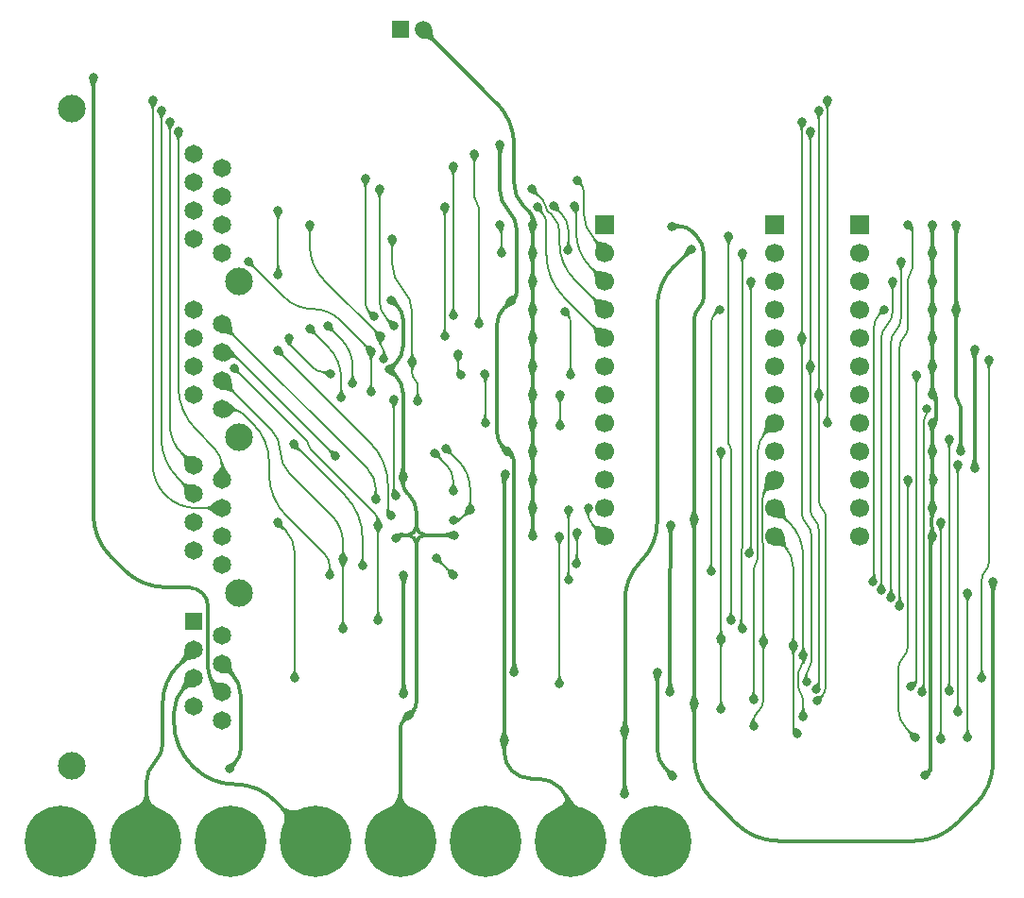
<source format=gbl>
%TF.GenerationSoftware,KiCad,Pcbnew,9.0.7-9.0.7~ubuntu24.04.1*%
%TF.CreationDate,2026-01-11T20:57:21+02:00*%
%TF.ProjectId,HCP65 24 Pin Tester,48435036-3520-4323-9420-50696e205465,V1*%
%TF.SameCoordinates,Original*%
%TF.FileFunction,Copper,L2,Bot*%
%TF.FilePolarity,Positive*%
%FSLAX46Y46*%
G04 Gerber Fmt 4.6, Leading zero omitted, Abs format (unit mm)*
G04 Created by KiCad (PCBNEW 9.0.7-9.0.7~ubuntu24.04.1) date 2026-01-11 20:57:21*
%MOMM*%
%LPD*%
G01*
G04 APERTURE LIST*
%TA.AperFunction,ComponentPad*%
%ADD10C,1.700000*%
%TD*%
%TA.AperFunction,ComponentPad*%
%ADD11R,1.700000X1.700000*%
%TD*%
%TA.AperFunction,ComponentPad*%
%ADD12C,2.475000*%
%TD*%
%TA.AperFunction,ComponentPad*%
%ADD13C,1.650000*%
%TD*%
%TA.AperFunction,ComponentPad*%
%ADD14R,1.650000X1.650000*%
%TD*%
%TA.AperFunction,ComponentPad*%
%ADD15C,6.400000*%
%TD*%
%TA.AperFunction,ComponentPad*%
%ADD16R,1.500000X1.500000*%
%TD*%
%TA.AperFunction,ComponentPad*%
%ADD17C,1.500000*%
%TD*%
%TA.AperFunction,ViaPad*%
%ADD18C,0.800000*%
%TD*%
%TA.AperFunction,Conductor*%
%ADD19C,0.380000*%
%TD*%
%TA.AperFunction,Conductor*%
%ADD20C,0.200000*%
%TD*%
G04 APERTURE END LIST*
D10*
%TO.P,J3,12,Pin_12*%
%TO.N,/IO23*%
X52070000Y-34290000D03*
%TO.P,J3,11,Pin_11*%
%TO.N,/IO22*%
X52070000Y-31750000D03*
%TO.P,J3,10,Pin_10*%
%TO.N,/IO21*%
X52070000Y-29210000D03*
%TO.P,J3,9,Pin_9*%
%TO.N,/IO20*%
X52070000Y-26670000D03*
%TO.P,J3,8,Pin_8*%
%TO.N,/IO19*%
X52070000Y-24130000D03*
%TO.P,J3,7,Pin_7*%
%TO.N,/IO18*%
X52070000Y-21590000D03*
%TO.P,J3,6,Pin_6*%
%TO.N,/IO17*%
X52070000Y-19050000D03*
%TO.P,J3,5,Pin_5*%
%TO.N,/IO16*%
X52070000Y-16510000D03*
%TO.P,J3,4,Pin_4*%
%TO.N,/IO15*%
X52070000Y-13970000D03*
%TO.P,J3,3,Pin_3*%
%TO.N,/IO14*%
X52070000Y-11430000D03*
%TO.P,J3,2,Pin_2*%
%TO.N,/IO13*%
X52070000Y-8890000D03*
D11*
%TO.P,J3,1,Pin_1*%
%TO.N,/IO12*%
X52070000Y-6350000D03*
%TD*%
D12*
%TO.P,J1,MH5,MH5*%
%TO.N,unconnected-(J1-PadMH5)*%
X-10920000Y-54860000D03*
%TO.P,J1,MH4,MH4*%
%TO.N,unconnected-(J1-PadMH4)*%
X4060000Y-39370000D03*
%TO.P,J1,MH3,MH3*%
%TO.N,unconnected-(J1-PadMH3)*%
X4060000Y-25400001D03*
%TO.P,J1,MH2,MH2*%
%TO.N,unconnected-(J1-PadMH2)*%
X4060000Y-11430000D03*
%TO.P,J1,MH1,MH1*%
%TO.N,unconnected-(J1-PadMH1)*%
X-10920000Y4060000D03*
D13*
%TO.P,J1,D8,D8*%
%TO.N,/IO7*%
X2540000Y-8890000D03*
%TO.P,J1,D7,D7*%
%TO.N,/IO6*%
X0Y-7619999D03*
%TO.P,J1,D6,D6*%
%TO.N,/IO5*%
X2540000Y-6350000D03*
%TO.P,J1,D5,D5*%
%TO.N,/IO4*%
X0Y-5080000D03*
%TO.P,J1,D4,D4*%
%TO.N,/IO3*%
X2540000Y-3810000D03*
%TO.P,J1,D3,D3*%
%TO.N,/IO2*%
X0Y-2540000D03*
%TO.P,J1,D2,D2*%
%TO.N,/IO1*%
X2540000Y-1270000D03*
%TO.P,J1,D1,D1*%
%TO.N,/IO0*%
X0Y0D03*
%TO.P,J1,C8,C8*%
%TO.N,/IO15*%
X2540000Y-22860000D03*
%TO.P,J1,C7,C7*%
%TO.N,/IO14*%
X0Y-21590000D03*
%TO.P,J1,C6,C6*%
%TO.N,/IO13*%
X2540000Y-20320000D03*
%TO.P,J1,C5,C5*%
%TO.N,/IO12*%
X0Y-19050000D03*
%TO.P,J1,C4,C4*%
%TO.N,/IO11*%
X2540000Y-17780000D03*
%TO.P,J1,C3,C3*%
%TO.N,/IO10*%
X0Y-16510000D03*
%TO.P,J1,C2,C2*%
%TO.N,/IO9*%
X2540000Y-15240000D03*
%TO.P,J1,C1,C1*%
%TO.N,/IO8*%
X0Y-13970001D03*
%TO.P,J1,B8,B8*%
%TO.N,/IO23*%
X2540000Y-36830000D03*
%TO.P,J1,B7,B7*%
%TO.N,/IO22*%
X0Y-35560000D03*
%TO.P,J1,B6,B6*%
%TO.N,/IO21*%
X2540000Y-34290000D03*
%TO.P,J1,B5,B5*%
%TO.N,/IO20*%
X0Y-33020000D03*
%TO.P,J1,B4,B4*%
%TO.N,/IO19*%
X2540000Y-31750000D03*
%TO.P,J1,B3,B3*%
%TO.N,/IO18*%
X0Y-30479999D03*
%TO.P,J1,B2,B2*%
%TO.N,/IO17*%
X2540000Y-29210000D03*
%TO.P,J1,B1,B1*%
%TO.N,/IO16*%
X0Y-27940000D03*
%TO.P,J1,A8,A8*%
%TO.N,/GNDd*%
X2540000Y-50800000D03*
%TO.P,J1,A7,A7*%
%TO.N,/GNDc*%
X0Y-49530000D03*
%TO.P,J1,A6,A6*%
%TO.N,/GNDb*%
X2540000Y-48260000D03*
%TO.P,J1,A5,A5*%
%TO.N,/GNDa*%
X0Y-46989999D03*
%TO.P,J1,A4,A4*%
%TO.N,/5Vc*%
X2540000Y-45720000D03*
%TO.P,J1,A3,A3*%
%TO.N,/5Vb*%
X0Y-44450000D03*
%TO.P,J1,A2,A2*%
%TO.N,/5Va*%
X2540000Y-43180000D03*
D14*
%TO.P,J1,A1,A1*%
%TO.N,/12V*%
X0Y-41910000D03*
%TD*%
D15*
%TO.P,H4,1,1*%
%TO.N,/5Vc*%
X3247002Y-61595496D03*
%TD*%
%TO.P,H7,1,1*%
%TO.N,/GNDb*%
X18487002Y-61595496D03*
%TD*%
%TO.P,H8,1,1*%
%TO.N,/GNDd*%
X33727002Y-61595496D03*
%TD*%
%TO.P,H6,1,1*%
%TO.N,/GNDc*%
X26107002Y-61595496D03*
%TD*%
%TO.P,H3,1,1*%
%TO.N,/5Vb*%
X-4372998Y-61595496D03*
%TD*%
%TO.P,H5,1,1*%
%TO.N,/GNDa*%
X10867002Y-61595496D03*
%TD*%
%TO.P,H2,1,1*%
%TO.N,/5Va*%
X-11992998Y-61595496D03*
%TD*%
D11*
%TO.P,J8,1,Pin_1*%
%TO.N,/IO0*%
X36830000Y-6350000D03*
D10*
%TO.P,J8,2,Pin_2*%
%TO.N,/IO1*%
X36830000Y-8890000D03*
%TO.P,J8,3,Pin_3*%
%TO.N,/IO2*%
X36830000Y-11430000D03*
%TO.P,J8,4,Pin_4*%
%TO.N,/IO3*%
X36830000Y-13970000D03*
%TO.P,J8,5,Pin_5*%
%TO.N,/IO4*%
X36830000Y-16510000D03*
%TO.P,J8,6,Pin_6*%
%TO.N,/IO5*%
X36830000Y-19050000D03*
%TO.P,J8,7,Pin_7*%
%TO.N,/IO6*%
X36830000Y-21590000D03*
%TO.P,J8,8,Pin_8*%
%TO.N,/IO7*%
X36830000Y-24130000D03*
%TO.P,J8,9,Pin_9*%
%TO.N,/IO8*%
X36830000Y-26670000D03*
%TO.P,J8,10,Pin_10*%
%TO.N,/IO9*%
X36830000Y-29210000D03*
%TO.P,J8,11,Pin_11*%
%TO.N,/IO10*%
X36830000Y-31750000D03*
%TO.P,J8,12,Pin_12*%
%TO.N,/IO11*%
X36830000Y-34290000D03*
%TD*%
D15*
%TO.P,H1,1,1*%
%TO.N,/12V*%
X41347002Y-61595496D03*
%TD*%
D11*
%TO.P,J9,1,Pin_1*%
%TO.N,/IO12*%
X59690000Y-6350000D03*
D10*
%TO.P,J9,2,Pin_2*%
%TO.N,/IO13*%
X59690000Y-8890000D03*
%TO.P,J9,3,Pin_3*%
%TO.N,/IO14*%
X59690000Y-11430000D03*
%TO.P,J9,4,Pin_4*%
%TO.N,/IO15*%
X59690000Y-13970000D03*
%TO.P,J9,5,Pin_5*%
%TO.N,/IO16*%
X59690000Y-16510000D03*
%TO.P,J9,6,Pin_6*%
%TO.N,/IO17*%
X59690000Y-19050000D03*
%TO.P,J9,7,Pin_7*%
%TO.N,/IO18*%
X59690000Y-21590000D03*
%TO.P,J9,8,Pin_8*%
%TO.N,/IO19*%
X59690000Y-24130000D03*
%TO.P,J9,9,Pin_9*%
%TO.N,/IO20*%
X59690000Y-26670000D03*
%TO.P,J9,10,Pin_10*%
%TO.N,/IO21*%
X59690000Y-29210000D03*
%TO.P,J9,11,Pin_11*%
%TO.N,/IO22*%
X59690000Y-31750000D03*
%TO.P,J9,12,Pin_12*%
%TO.N,/IO23*%
X59690000Y-34290000D03*
%TD*%
D16*
%TO.P,C10,1*%
%TO.N,/5Va*%
X18542000Y11176000D03*
D17*
%TO.P,C10,2*%
%TO.N,/GNDb*%
X20542000Y11176000D03*
%TD*%
D18*
%TO.N,/S23*%
X69342000Y-39370000D03*
X69342000Y-52324000D03*
%TO.N,/S22*%
X66929000Y-33020000D03*
X66929000Y-52451000D03*
%TO.N,/S21*%
X64643000Y-52324000D03*
X64008000Y-29210000D03*
%TO.N,/S6*%
X32813700Y-24384000D03*
%TO.N,/S20*%
X68453000Y-50038000D03*
X68453000Y-27813000D03*
%TO.N,/S19*%
X67691000Y-25527000D03*
X67691000Y-48133000D03*
%TO.N,/S18*%
X65228492Y-48229190D03*
X65659000Y-22860000D03*
%TO.N,/S17*%
X64770000Y-19812000D03*
X64278356Y-47782261D03*
%TO.N,/S16*%
X70612000Y-46990000D03*
X71247000Y-18415000D03*
%TO.N,/IO17*%
X55731507Y-47982550D03*
%TO.N,/IO16*%
X54905918Y-47333775D03*
%TO.N,/IO18*%
X55880000Y-49022000D03*
%TO.N,/IO21*%
X51054000Y-43688000D03*
%TO.N,/IO19*%
X50165000Y-48895000D03*
%TO.N,/IO23*%
X53721000Y-44069000D03*
X54102000Y-51943000D03*
%TO.N,/IO22*%
X54610000Y-44958000D03*
X54610000Y-50419000D03*
%TO.N,/IO20*%
X47244000Y-49784000D03*
%TO.N,/5Va*%
X42926000Y-55753000D03*
X41529000Y-46482000D03*
%TO.N,/IO21*%
X50165000Y-51308000D03*
%TO.N,/IO13*%
X49149000Y-42545000D03*
%TO.N,/IO12*%
X48133000Y-41783000D03*
%TO.N,/IO20*%
X47244000Y-26670000D03*
X47244000Y-43467000D03*
%TO.N,/S13*%
X62484000Y-39751000D03*
X63373000Y-9652000D03*
%TO.N,/S14*%
X62623000Y-11430000D03*
X61595000Y-39116000D03*
%TO.N,/IO15*%
X46355000Y-37454321D03*
X47095642Y-13932289D03*
X21717000Y-36195000D03*
X23241000Y-37719000D03*
%TO.N,/GNDb*%
X65532000Y-55742000D03*
%TO.N,/5Vc*%
X71628000Y-38354000D03*
%TO.N,/S12*%
X64008000Y-6350000D03*
X63246000Y-40513000D03*
%TO.N,/S15*%
X60833000Y-38354000D03*
X61849000Y-13970000D03*
%TO.N,/IO14*%
X49796000Y-35814000D03*
%TO.N,/IO13*%
X13366701Y-42545000D03*
%TO.N,/IO14*%
X49911000Y-11430000D03*
%TO.N,/IO13*%
X49149000Y-8890000D03*
%TO.N,/IO12*%
X16510000Y-41783000D03*
X47939999Y-7366000D03*
%TO.N,/IO19*%
X-3683000Y4826000D03*
X56769000Y4826000D03*
X56769000Y-24130000D03*
%TO.N,/IO18*%
X-2921000Y3937000D03*
X56007000Y3937000D03*
X56007000Y-21590000D03*
%TO.N,/IO17*%
X55245000Y2032000D03*
X55245000Y-19050000D03*
X-1397000Y2020000D03*
%TO.N,/IO16*%
X54483000Y-16510000D03*
X54483000Y2921000D03*
X-2159000Y2921000D03*
%TO.N,/GNDb*%
X-9017000Y6858000D03*
%TO.N,/IO6*%
X15875000Y-17657000D03*
X15875000Y-21353292D03*
X4874300Y-9615700D03*
%TO.N,/IO12*%
X3605100Y-19184900D03*
X16510000Y-33274000D03*
%TO.N,/IO10*%
X17698272Y-32441540D03*
X7528700Y-17610800D03*
%TO.N,/IO15*%
X12192000Y-37719000D03*
%TO.N,/IO14*%
X15113000Y-36945000D03*
X8925600Y-25999400D03*
%TO.N,/IO7*%
X19561800Y-18614700D03*
X20066000Y-22159200D03*
X17780000Y-7632000D03*
%TO.N,/IO1*%
X23241000Y-1103700D03*
X34338500Y-2359200D03*
X23219900Y-14482700D03*
%TO.N,Net-(LED1-Pad2)*%
X27559000Y-8880000D03*
X27432000Y-6350000D03*
%TO.N,/IO2*%
X16108800Y-14566600D03*
X15367000Y-2159000D03*
X34140200Y-4695800D03*
%TO.N,/IO13*%
X13366701Y-36322000D03*
%TO.N,/IO5*%
X16718700Y-16376400D03*
X17018000Y-18407000D03*
X10378100Y-6315100D03*
%TO.N,/IO4*%
X30785200Y-4711000D03*
X22469528Y-16357001D03*
X22479000Y-4711000D03*
%TO.N,/IO3*%
X30321300Y-3125100D03*
X17896200Y-15397500D03*
X16632800Y-3125100D03*
%TO.N,/IO9*%
X16295300Y-30960200D03*
%TO.N,/IO8*%
X13208000Y-21844000D03*
X18097600Y-30605100D03*
X10385400Y-15658900D03*
X17907000Y-21987000D03*
%TO.N,/IO11*%
X22606000Y-26416000D03*
X12691900Y-27091400D03*
X35327600Y-31750000D03*
X23250300Y-32808500D03*
X24765000Y-31877000D03*
%TO.N,/IO0*%
X25146000Y0D03*
X25555100Y-15200100D03*
%TO.N,Net-(LED5-Pad2)*%
X34290000Y-36715000D03*
X34316000Y-33949800D03*
%TO.N,/S6*%
X32813700Y-21590000D03*
%TO.N,/S5*%
X26084647Y-19697000D03*
X26145934Y-24139000D03*
%TO.N,/S4*%
X23669400Y-17979900D03*
X23905500Y-19818200D03*
X12264966Y-19687559D03*
X8509000Y-16496200D03*
%TO.N,/S3*%
X33750400Y-19818200D03*
X14224000Y-20574000D03*
X11993000Y-15393700D03*
X33212100Y-14098000D03*
%TO.N,/S1*%
X32255800Y-4650500D03*
X33522537Y-8598700D03*
X7542700Y-10795000D03*
X7542700Y-5070100D03*
%TO.N,/S11*%
X32766000Y-34290000D03*
X9017000Y-46990000D03*
X7477200Y-33035800D03*
X32766000Y-47498000D03*
%TO.N,/S10*%
X33591500Y-38215000D03*
X33566000Y-31874400D03*
%TO.N,/S9*%
X21590000Y-26797000D03*
X23241000Y-30226000D03*
%TO.N,/5Va*%
X28702000Y-46482000D03*
X28407400Y-13183700D03*
X27432000Y889000D03*
X68341900Y-6350000D03*
X68311700Y-13970000D03*
X68707000Y-26670000D03*
X28116100Y-26670000D03*
%TO.N,/GNDd*%
X69967000Y-17526000D03*
X27875700Y-28726800D03*
X27813000Y-52578000D03*
X69977000Y-28194000D03*
%TO.N,/GNDb*%
X66183000Y-26670000D03*
X66183000Y-6350000D03*
X66183000Y-24130000D03*
X66183000Y-8890000D03*
X30353000Y-29210000D03*
X18734400Y-28956000D03*
X30353000Y-31750000D03*
X66183000Y-34290000D03*
X17706900Y-13092900D03*
X30353000Y-34290000D03*
X17526000Y-19326400D03*
X30353000Y-19050000D03*
X18070200Y-34458000D03*
X66183000Y-21590000D03*
X19234500Y-50349500D03*
X66183000Y-16510000D03*
X30353000Y-21590000D03*
X30353000Y-13970000D03*
X30353000Y-16510000D03*
X66183000Y-13970000D03*
X30353000Y-24130000D03*
X30353000Y-8890000D03*
X66183000Y-11430000D03*
X66183000Y-19050000D03*
X66183000Y-31750000D03*
X30353000Y-11430000D03*
X30353000Y-26670000D03*
X30353000Y-6350000D03*
X23342400Y-34163000D03*
X66289000Y-29210000D03*
%TO.N,/5Vb*%
X18796000Y-48387000D03*
X42732999Y-33274000D03*
X42672000Y-48260000D03*
X18796000Y-37719000D03*
%TO.N,/5Vc*%
X44831000Y-49276000D03*
X3175000Y-55118000D03*
X42799000Y-6477000D03*
X44831000Y-32766000D03*
%TO.N,/GNDc*%
X38608000Y-57404000D03*
X38608000Y-51689000D03*
X44577000Y-8509000D03*
%TD*%
D19*
%TO.N,/GNDc*%
X38634700Y-51643420D02*
G75*
G02*
X38621344Y-51675644I-45600J20D01*
G01*
X43053000Y-10033000D02*
G75*
G03*
X41528984Y-13712261I3679300J-3679300D01*
G01*
X41529000Y-33005420D02*
G75*
G02*
X40081844Y-36499144I-4940900J20D01*
G01*
X40081850Y-36499150D02*
G75*
G03*
X38634691Y-39992879I3493750J-3493750D01*
G01*
%TO.N,/GNDa*%
X-1777999Y-50990499D02*
G75*
G03*
X-206454Y-54784545I5365589J-1D01*
G01*
X-888999Y-47878999D02*
G75*
G03*
X-1778005Y-50025234I2146229J-2146241D01*
G01*
X16976Y-55007976D02*
G75*
G03*
X3655253Y-56514998I3638274J3638276D01*
G01*
X7293529Y-58022023D02*
G75*
G03*
X3655253Y-56514998I-3638279J-3638277D01*
G01*
%TO.N,/5Vc*%
X45277500Y-13781500D02*
G75*
G03*
X44831019Y-14859446I1077900J-1077900D01*
G01*
X45724000Y-12703553D02*
G75*
G02*
X45277484Y-13781484I-1524500J53D01*
G01*
X68395792Y-60001206D02*
G75*
G02*
X64548036Y-61595010I-3847792J3847806D01*
G01*
X71628000Y-54515036D02*
G75*
G02*
X70034200Y-58362785I-5441600J36D01*
G01*
X44689914Y-6970914D02*
G75*
G03*
X43497500Y-6476992I-1192414J-1192386D01*
G01*
X4191000Y-53383579D02*
G75*
G02*
X3683000Y-54610000I-1734420J-1D01*
G01*
X44960000Y-7241000D02*
G75*
G02*
X45724017Y-9085459I-1844500J-1844500D01*
G01*
X48571207Y-60001207D02*
G75*
G03*
X52418963Y-61595011I3847793J3847807D01*
G01*
X44831000Y-54007036D02*
G75*
G03*
X46424790Y-57854794I5441550J-4D01*
G01*
X3365500Y-46545500D02*
G75*
G02*
X4190996Y-48538433I-1992940J-1992930D01*
G01*
%TO.N,/5Vb*%
X-3519000Y-54573000D02*
G75*
G03*
X-4244000Y-56323304I1750309J-1750306D01*
G01*
X42732999Y-37106868D02*
G75*
G02*
X42702509Y-37180510I-104099J-32D01*
G01*
X-1396999Y-45847000D02*
G75*
G03*
X-2794004Y-49219656I3372649J-3372660D01*
G01*
X-2794000Y-52822695D02*
G75*
G02*
X-3519000Y-54573000I-2475302J-1D01*
G01*
X42702499Y-37180500D02*
G75*
G03*
X42672013Y-37254132I73601J-73600D01*
G01*
%TO.N,/GNDb*%
X28702000Y-2642566D02*
G75*
G03*
X29527499Y-4635501I2818430J-4D01*
G01*
X18130200Y-19930600D02*
G75*
G02*
X18734413Y-21389267I-1458700J-1458700D01*
G01*
X66183000Y-29029046D02*
G75*
G03*
X66236014Y-29156986I181000J46D01*
G01*
X18737400Y-17258410D02*
G75*
G02*
X18131697Y-18720697I-2068000J10D01*
G01*
X-6292792Y-37268206D02*
G75*
G03*
X-2445036Y-38862000I3847759J3847760D01*
G01*
X18860751Y-50723249D02*
G75*
G03*
X18486984Y-51625558I902349J-902351D01*
G01*
X762000Y-39370000D02*
G75*
G02*
X1270000Y-40596420I-1226419J-1226420D01*
G01*
X66040000Y-54874789D02*
G75*
G02*
X65786003Y-55488003I-867200J-11D01*
G01*
X66183000Y-32511591D02*
G75*
G02*
X66136011Y-32625071I-160500J-9D01*
G01*
X66089000Y-33301471D02*
G75*
G03*
X66135979Y-33414961I160500J-29D01*
G01*
X66548000Y-23506906D02*
G75*
G02*
X66365498Y-23947498I-623100J6D01*
G01*
X18222150Y-13608150D02*
G75*
G02*
X18737411Y-14852073I-1243950J-1243950D01*
G01*
X66365500Y-21772500D02*
G75*
G02*
X66548002Y-22213093I-440600J-440600D01*
G01*
X-9017000Y-32290036D02*
G75*
G03*
X-7423207Y-36137792I5441559J4D01*
G01*
X66136000Y-33414940D02*
G75*
G02*
X66182985Y-33528408I-113500J-113460D01*
G01*
X18734400Y-29496700D02*
G75*
G03*
X19116725Y-30419739I1305400J0D01*
G01*
X1270000Y-46091974D02*
G75*
G03*
X1905001Y-47624999I2168030J4D01*
G01*
X66111500Y-34361500D02*
G75*
G03*
X66040007Y-34534116I172600J-172600D01*
G01*
X66236000Y-29263000D02*
G75*
G03*
X66182951Y-29390953I127900J-128000D01*
G01*
X18573796Y-34163000D02*
G75*
G03*
X18217701Y-34310501I4J-503600D01*
G01*
X19939000Y-49146843D02*
G75*
G02*
X19586737Y-49997237I-1202700J43D01*
G01*
X762000Y-39370000D02*
G75*
G03*
X-464420Y-38862000I-1226417J-1226413D01*
G01*
X27108207Y4609792D02*
G75*
G02*
X28702010Y762036I-3847807J-3847792D01*
G01*
X19152100Y-34163000D02*
G75*
G03*
X19939000Y-33376100I0J786900D01*
G01*
X19939000Y-34949900D02*
G75*
G03*
X19152100Y-34163000I-786900J0D01*
G01*
X20725900Y-34163000D02*
G75*
G03*
X19939000Y-34949900I0J-786900D01*
G01*
X19939000Y-33376100D02*
G75*
G03*
X20725900Y-34163000I786900J0D01*
G01*
X30038691Y-5146691D02*
G75*
G02*
X30353005Y-5905500I-758791J-758809D01*
G01*
X66136000Y-32625060D02*
G75*
G03*
X66089029Y-32738528I113500J-113440D01*
G01*
X19336700Y-30639700D02*
G75*
G02*
X19939008Y-32093780I-1454100J-1454100D01*
G01*
%TO.N,/GNDd*%
X28511500Y-55308500D02*
G75*
G03*
X30197828Y-56006988I1686300J1686300D01*
G01*
X69967000Y-28176928D02*
G75*
G03*
X69972008Y-28188992I17100J28D01*
G01*
X32865501Y-56868501D02*
G75*
G03*
X30785653Y-56007019I-2079801J-2079799D01*
G01*
X27813000Y-53622171D02*
G75*
G03*
X28511492Y-55308508I2384800J-29D01*
G01*
X32865501Y-56868501D02*
G75*
G02*
X33726981Y-58948348I-2079801J-2079799D01*
G01*
X27844350Y-28758150D02*
G75*
G03*
X27813015Y-28833835I75650J-75650D01*
G01*
%TO.N,/5Va*%
X41529000Y-53368171D02*
G75*
G03*
X42227492Y-55054508I2384800J-29D01*
G01*
X27178000Y-25068563D02*
G75*
G03*
X27647039Y-26200961I1601400J-37D01*
G01*
X28409050Y-26962950D02*
G75*
G02*
X28702003Y-27670193I-707250J-707250D01*
G01*
X68509350Y-22208650D02*
G75*
G02*
X68706992Y-22685819I-477150J-477150D01*
G01*
X68341900Y-13918445D02*
G75*
G02*
X68326787Y-13954887I-51600J45D01*
G01*
X27432000Y-3240369D02*
G75*
G03*
X28193991Y-5080009I2601600J-31D01*
G01*
X28194000Y-5080000D02*
G75*
G02*
X28955987Y-6919630I-1839600J-1839600D01*
G01*
X27792700Y-13798400D02*
G75*
G03*
X27178007Y-15282417I1484000J-1484000D01*
G01*
X68311700Y-21731480D02*
G75*
G03*
X68509344Y-22208656I674800J-20D01*
G01*
X28956000Y-12247181D02*
G75*
G02*
X28681706Y-12909406I-936500J-19D01*
G01*
D20*
%TO.N,/S16*%
X70929500Y-37401500D02*
G75*
G03*
X70612005Y-38168012I766500J-766500D01*
G01*
X71247000Y-36634987D02*
G75*
G02*
X70929504Y-37401504I-1084000J-13D01*
G01*
%TO.N,/S17*%
X64770000Y-46942972D02*
G75*
G02*
X64524194Y-47536455I-839300J-28D01*
G01*
%TO.N,/S18*%
X65405000Y-47927871D02*
G75*
G02*
X65316756Y-48140946I-301300J-29D01*
G01*
X65532000Y-23622000D02*
G75*
G03*
X65405002Y-23928605I306600J-306600D01*
G01*
X65659000Y-23315394D02*
G75*
G02*
X65532002Y-23622002I-433600J-6D01*
G01*
%TO.N,/S21*%
X64008000Y-44075382D02*
G75*
G02*
X63563505Y-45148505I-1517600J-18D01*
G01*
X63563500Y-45148500D02*
G75*
G03*
X63119007Y-46221617I1073100J-1073100D01*
G01*
X63119000Y-49722369D02*
G75*
G03*
X63880991Y-51562009I2601600J-31D01*
G01*
%TO.N,/S9*%
X22612382Y-27819382D02*
G75*
G02*
X23241011Y-29337000I-1517582J-1517618D01*
G01*
%TO.N,/S10*%
X33566000Y-38171468D02*
G75*
G03*
X33578741Y-38202259I43500J-32D01*
G01*
%TO.N,/S11*%
X8247100Y-33805700D02*
G75*
G02*
X9016999Y-35664403I-1858700J-1858700D01*
G01*
%TO.N,/S12*%
X64198500Y-6540500D02*
G75*
G02*
X64388997Y-7000407I-459900J-459900D01*
G01*
X64198500Y-10731500D02*
G75*
G03*
X64008003Y-11191407I459900J-459900D01*
G01*
X63633000Y-16418170D02*
G75*
G03*
X63257991Y-17323500I905300J-905330D01*
G01*
X64008000Y-15512839D02*
G75*
G02*
X63632974Y-16418144I-1280300J39D01*
G01*
X63258000Y-40492514D02*
G75*
G02*
X63251996Y-40506996I-20500J14D01*
G01*
X64389000Y-10271592D02*
G75*
G02*
X64198502Y-10731502I-650400J-8D01*
G01*
%TO.N,/S13*%
X63373000Y-14738382D02*
G75*
G02*
X62928505Y-15811505I-1517600J-18D01*
G01*
X62928500Y-15811500D02*
G75*
G03*
X62484007Y-16884617I1073100J-1073100D01*
G01*
%TO.N,/S14*%
X62109000Y-15361000D02*
G75*
G03*
X61595002Y-16601905I1240900J-1240900D01*
G01*
X62623000Y-14120094D02*
G75*
G02*
X62109002Y-15361002I-1754900J-6D01*
G01*
%TO.N,/S15*%
X61404500Y-14414500D02*
G75*
G03*
X60960007Y-15487617I1073100J-1073100D01*
G01*
X60960000Y-38137197D02*
G75*
G02*
X60896501Y-38290501I-216800J-3D01*
G01*
%TO.N,/S1*%
X33564400Y-8527235D02*
G75*
G02*
X33543458Y-8577758I-71500J35D01*
G01*
X32910100Y-5304800D02*
G75*
G02*
X33564392Y-6884419I-1579600J-1579600D01*
G01*
%TO.N,/S3*%
X13181264Y-16581964D02*
G75*
G02*
X14223997Y-19099350I-2517394J-2517386D01*
G01*
X33481250Y-14367150D02*
G75*
G02*
X33750385Y-15016935I-649750J-649750D01*
G01*
%TO.N,/S4*%
X8509000Y-16744750D02*
G75*
G03*
X8684752Y-17169050I600050J0D01*
G01*
X23669400Y-19415152D02*
G75*
G03*
X23787436Y-19700164I403000J-48D01*
G01*
X10698329Y-19182629D02*
G75*
G03*
X11604553Y-19558031I906271J906229D01*
G01*
X12200186Y-19622779D02*
G75*
G03*
X12043794Y-19558012I-156386J-156421D01*
G01*
%TO.N,/S5*%
X26111400Y-24080046D02*
G75*
G03*
X26128681Y-24121719I59000J46D01*
G01*
X26098023Y-19710376D02*
G75*
G02*
X26111412Y-19742670I-32323J-32324D01*
G01*
%TO.N,Net-(LED5-Pad2)*%
X34316000Y-36670615D02*
G75*
G02*
X34302996Y-36701996I-44400J15D01*
G01*
%TO.N,/IO0*%
X25350550Y-4367450D02*
G75*
G02*
X25555109Y-4861277I-493850J-493850D01*
G01*
X25146000Y-3873622D02*
G75*
G03*
X25350557Y-4367443I698400J22D01*
G01*
%TO.N,/IO11*%
X23685500Y-27495500D02*
G75*
G02*
X24764982Y-30101643I-2606100J-2606100D01*
G01*
X24039692Y-32602307D02*
G75*
G02*
X23541900Y-32808495I-497792J497807D01*
G01*
X35327600Y-32268800D02*
G75*
G03*
X35694445Y-33154447I1252500J0D01*
G01*
X3677661Y-18077161D02*
G75*
G03*
X2960250Y-17779999I-717411J-717409D01*
G01*
%TO.N,/IO8*%
X12019176Y-17292676D02*
G75*
G02*
X13207999Y-20162750I-2870076J-2870074D01*
G01*
X17907000Y-30279725D02*
G75*
G03*
X18002307Y-30509793I325400J25D01*
G01*
%TO.N,/IO9*%
X15600602Y-28300602D02*
G75*
G02*
X16295319Y-29977750I-1677202J-1677198D01*
G01*
%TO.N,/IO3*%
X31486900Y-4619400D02*
G75*
G03*
X31666782Y-5053692I614200J0D01*
G01*
X17883542Y-15349042D02*
G75*
G02*
X17896204Y-15379600I-30542J-30558D01*
G01*
X32772537Y-8035987D02*
G75*
G03*
X34099458Y-11239458I4530363J-13D01*
G01*
X32129718Y-5516618D02*
G75*
G02*
X32772518Y-7068519I-1551918J-1551882D01*
G01*
X30321300Y-3162250D02*
G75*
G03*
X30347542Y-3225696I89700J-50D01*
G01*
X16632800Y-13204941D02*
G75*
G03*
X17264502Y-14729998I2156750J1D01*
G01*
X31307012Y-4185112D02*
G75*
G02*
X31486893Y-4619400I-434312J-434288D01*
G01*
%TO.N,/IO4*%
X30785200Y-4780200D02*
G75*
G03*
X30834123Y-4898339I167100J0D01*
G01*
X22479000Y-16340831D02*
G75*
G02*
X22474255Y-16352256I-16200J31D01*
G01*
X31190150Y-5254350D02*
G75*
G02*
X31595106Y-6231985I-977650J-977650D01*
G01*
X31595100Y-9021136D02*
G75*
G03*
X33188890Y-12868894I5441550J-4D01*
G01*
%TO.N,/IO22*%
X53340000Y-33020000D02*
G75*
G02*
X54610020Y-36086051I-3066100J-3066100D01*
G01*
X54610000Y-45452833D02*
G75*
G02*
X54382949Y-46000949I-775200J33D01*
G01*
X54382959Y-48360041D02*
G75*
G02*
X54610014Y-48908166I-548159J-548159D01*
G01*
X54155918Y-47811915D02*
G75*
G03*
X54382964Y-48360036I775182J15D01*
G01*
X54382959Y-46000959D02*
G75*
G03*
X54155912Y-46549084I548141J-548141D01*
G01*
%TO.N,/IO5*%
X16718700Y-16990762D02*
G75*
G03*
X16868339Y-17352061I510900J-38D01*
G01*
X10378100Y-8175450D02*
G75*
G03*
X11693566Y-11351266I4491280J0D01*
G01*
X16868350Y-17352050D02*
G75*
G02*
X17017985Y-17713337I-361250J-361250D01*
G01*
%TO.N,/IO13*%
X6938776Y-24718776D02*
G75*
G02*
X7746999Y-26670000I-1951226J-1951224D01*
G01*
X49097500Y-35451839D02*
G75*
G03*
X49045970Y-35576170I124300J-124361D01*
G01*
X7747000Y-26670000D02*
G75*
G03*
X8555233Y-28621213I2759400J0D01*
G01*
X49046000Y-42369168D02*
G75*
G03*
X49097491Y-42493509I175800J-32D01*
G01*
X12345179Y-32411179D02*
G75*
G02*
X13366701Y-34877350I-2466169J-2466171D01*
G01*
X49149000Y-35327507D02*
G75*
G02*
X49097490Y-35451829I-175800J7D01*
G01*
%TO.N,/IO2*%
X15367000Y-13300268D02*
G75*
G03*
X15737891Y-14195709I1266300J-32D01*
G01*
X34203150Y-4758750D02*
G75*
G02*
X34266090Y-4910724I-151950J-151950D01*
G01*
X34266100Y-7053148D02*
G75*
G03*
X35548052Y-10148048I4376840J-2D01*
G01*
%TO.N,Net-(LED1-Pad2)*%
X27495500Y-6413500D02*
G75*
G02*
X27558999Y-6566802I-153300J-153300D01*
G01*
%TO.N,/IO1*%
X23241000Y-14446680D02*
G75*
G02*
X23230456Y-14472156I-36000J-20D01*
G01*
X34641050Y-2661750D02*
G75*
G02*
X34943612Y-3392170I-730450J-730450D01*
G01*
X34943600Y-5350713D02*
G75*
G03*
X35886804Y-7627796I3220300J13D01*
G01*
%TO.N,/IO7*%
X18670900Y-12066900D02*
G75*
G02*
X19561791Y-14217722I-2150800J-2150800D01*
G01*
X17780000Y-9916077D02*
G75*
G03*
X18670899Y-12066901I3041720J-3D01*
G01*
X19561800Y-19621876D02*
G75*
G03*
X19813893Y-20230507I860700J-24D01*
G01*
X19813900Y-20230500D02*
G75*
G02*
X20065990Y-20839123I-608600J-608600D01*
G01*
%TO.N,/IO14*%
X49911000Y-35617682D02*
G75*
G02*
X49853505Y-35756505I-196300J-18D01*
G01*
X13519207Y-30593007D02*
G75*
G02*
X15113004Y-34440763I-3847757J-3847763D01*
G01*
%TO.N,/IO17*%
X55245000Y-31846184D02*
G75*
G03*
X55625995Y-32766005I1300800J-16D01*
G01*
X55626000Y-32766000D02*
G75*
G02*
X56006994Y-33685815I-919800J-919800D01*
G01*
X1776678Y-26287678D02*
G75*
G02*
X2540000Y-28130500I-1842818J-1842821D01*
G01*
X56007000Y-47512254D02*
G75*
G02*
X55869277Y-47844827I-470300J-46D01*
G01*
X-1396999Y-20860036D02*
G75*
G03*
X196792Y-24707792I5441557J2D01*
G01*
%TO.N,/IO16*%
X54918000Y-33201000D02*
G75*
G02*
X55353007Y-34251182I-1050200J-1050200D01*
G01*
X55138959Y-46080041D02*
G75*
G03*
X54905963Y-46642651I562641J-562559D01*
G01*
X54483000Y-32150817D02*
G75*
G03*
X54918005Y-33200995I1485200J17D01*
G01*
X55372000Y-45517430D02*
G75*
G02*
X55138954Y-46080036I-795700J30D01*
G01*
X55353000Y-38194564D02*
G75*
G03*
X55362490Y-38217510I32400J-36D01*
G01*
X-2159000Y-24254356D02*
G75*
G03*
X-1079498Y-26860499I3685650J6D01*
G01*
X55362500Y-38217500D02*
G75*
G02*
X55371985Y-38240435I-22900J-22900D01*
G01*
%TO.N,/IO18*%
X56642000Y-47721184D02*
G75*
G02*
X56261005Y-48641005I-1300800J-16D01*
G01*
X56007000Y-31046987D02*
G75*
G03*
X56324496Y-31813504I1084000J-13D01*
G01*
X-2921000Y-25493540D02*
G75*
G03*
X-1460500Y-29019500I4986460J0D01*
G01*
X56324500Y-31813500D02*
G75*
G02*
X56641995Y-32580012I-766500J-766500D01*
G01*
%TO.N,/IO15*%
X4466580Y-23363230D02*
G75*
G03*
X3251675Y-22859998I-1214910J-1214910D01*
G01*
X5347175Y-24243825D02*
G75*
G02*
X6731002Y-27584674I-3340855J-3340855D01*
G01*
X46725321Y-14302610D02*
G75*
G03*
X46355044Y-15196643I894079J-893990D01*
G01*
X11712086Y-35881686D02*
G75*
G02*
X12192008Y-37040300I-1158586J-1158614D01*
G01*
X6731000Y-28646636D02*
G75*
G03*
X8324790Y-32494394I5441550J-4D01*
G01*
%TO.N,/IO19*%
X-2540000Y-30607000D02*
G75*
G03*
X219446Y-31749999I2759450J2759460D01*
G01*
X50342000Y-36780000D02*
G75*
G03*
X50165007Y-37207315I427300J-427300D01*
G01*
X50519000Y-36352684D02*
G75*
G02*
X50342005Y-36780005I-604300J-16D01*
G01*
X-3683000Y-27847553D02*
G75*
G03*
X-2540001Y-30607001I3902460J3D01*
G01*
X51294500Y-24905500D02*
G75*
G03*
X50519009Y-26777722I1872200J-1872200D01*
G01*
%TO.N,/IO10*%
X17395900Y-31925358D02*
G75*
G03*
X17547061Y-32290379I516200J-42D01*
G01*
X15802107Y-25884207D02*
G75*
G02*
X17395904Y-29731963I-3847757J-3847763D01*
G01*
%TO.N,/IO12*%
X16251375Y-32283875D02*
G75*
G02*
X16510035Y-32908250I-624375J-624425D01*
G01*
X10126946Y-25706746D02*
G75*
G02*
X10287023Y-26093150I-386446J-386454D01*
G01*
X10287000Y-26093150D02*
G75*
G03*
X10447019Y-26479587I546500J-50D01*
G01*
X47939999Y-25959526D02*
G75*
G03*
X48036507Y-26192491I329501J26D01*
G01*
X48036499Y-26192499D02*
G75*
G02*
X48133012Y-26425472I-232999J-233001D01*
G01*
%TO.N,/IO6*%
X13163505Y-14945505D02*
G75*
G03*
X10637500Y-13899197I-2526005J-2525995D01*
G01*
X8111494Y-12852894D02*
G75*
G03*
X10637500Y-13899203I2526006J2525994D01*
G01*
%TO.N,/IO21*%
X50986500Y-34834260D02*
G75*
G02*
X51053974Y-34997219I-163000J-162940D01*
G01*
X50479308Y-50104691D02*
G75*
G03*
X50164994Y-50863500I758792J-758809D01*
G01*
X51494500Y-29785500D02*
G75*
G03*
X50918992Y-31174879I1389400J-1389400D01*
G01*
X50919000Y-34671300D02*
G75*
G03*
X50986492Y-34834268I230500J0D01*
G01*
X51054000Y-48901382D02*
G75*
G02*
X50609505Y-49974505I-1517600J-18D01*
G01*
%TO.N,/IO23*%
X52895500Y-35115500D02*
G75*
G02*
X53720986Y-37108433I-1992900J-1992900D01*
G01*
X53721000Y-51292592D02*
G75*
G03*
X53911498Y-51752502I650400J-8D01*
G01*
D19*
%TO.N,/GNDb*%
X18573796Y-34163000D02*
X19152100Y-34163000D01*
X18070200Y-34458000D02*
X18217700Y-34310500D01*
X20725900Y-34163000D02*
X23342400Y-34163000D01*
X19939000Y-49146843D02*
X19939000Y-34949900D01*
X19234500Y-50349500D02*
X19586750Y-49997250D01*
X19939000Y-33376100D02*
X19939000Y-32093780D01*
X19116732Y-30419732D02*
X19336700Y-30639700D01*
X18734400Y-29496700D02*
X18734400Y-28956000D01*
D20*
%TO.N,/S11*%
X7477200Y-33035800D02*
X8247100Y-33805700D01*
X9017000Y-46990000D02*
X9017000Y-35664403D01*
%TO.N,/IO12*%
X47939999Y-25959526D02*
X47939999Y-7366000D01*
X48133000Y-41783000D02*
X48133000Y-26425472D01*
%TO.N,/IO20*%
X47244000Y-26670000D02*
X47244000Y-43467000D01*
%TO.N,/IO15*%
X47095642Y-13932289D02*
X46725321Y-14302610D01*
X46355000Y-15196643D02*
X46355000Y-37454321D01*
%TO.N,/IO19*%
X51294500Y-24905500D02*
X52070000Y-24130000D01*
X50519000Y-36352684D02*
X50519000Y-26777722D01*
X50165000Y-37207315D02*
X50165000Y-48895000D01*
%TO.N,/S20*%
X68453000Y-27813000D02*
X68453000Y-50038000D01*
%TO.N,/S22*%
X66929000Y-33020000D02*
X66929000Y-52451000D01*
%TO.N,/S23*%
X69342000Y-52324000D02*
X69342000Y-39370000D01*
D19*
%TO.N,/GNDb*%
X65786000Y-55488000D02*
X65532000Y-55742000D01*
X66183000Y-34290000D02*
X66111500Y-34361500D01*
X66040000Y-54874789D02*
X66040000Y-34534116D01*
X66089000Y-33301471D02*
X66089000Y-32738528D01*
X66183000Y-32511591D02*
X66183000Y-31750000D01*
X66183000Y-34290000D02*
X66183000Y-33528408D01*
D20*
%TO.N,/S12*%
X64198500Y-6540500D02*
X64008000Y-6350000D01*
X64389000Y-7000407D02*
X64389000Y-10271592D01*
X64008000Y-11191407D02*
X64008000Y-15512839D01*
X63258000Y-17323500D02*
X63258000Y-40492514D01*
X63252000Y-40507000D02*
X63246000Y-40513000D01*
%TO.N,/S13*%
X63373000Y-14738382D02*
X63373000Y-9652000D01*
X62484000Y-39751000D02*
X62484000Y-16884617D01*
%TO.N,/S14*%
X62623000Y-11430000D02*
X62623000Y-14120094D01*
X61595000Y-39116000D02*
X61595000Y-16601905D01*
%TO.N,/S15*%
X60833000Y-38354000D02*
X60896500Y-38290500D01*
X60960000Y-15487617D02*
X60960000Y-38137197D01*
X61404500Y-14414500D02*
X61849000Y-13970000D01*
%TO.N,/S21*%
X64008000Y-44075382D02*
X64008000Y-29210000D01*
X64643000Y-52324000D02*
X63881000Y-51562000D01*
X63119000Y-46221617D02*
X63119000Y-49722369D01*
%TO.N,/S18*%
X65659000Y-22860000D02*
X65659000Y-23315394D01*
X65405000Y-47927871D02*
X65405000Y-23928605D01*
X65228492Y-48229190D02*
X65316746Y-48140936D01*
%TO.N,/S17*%
X64770000Y-46942972D02*
X64770000Y-19812000D01*
X64524178Y-47536439D02*
X64278356Y-47782261D01*
D19*
%TO.N,/GNDb*%
X66236000Y-29157000D02*
X66289000Y-29210000D01*
X66183000Y-29029046D02*
X66183000Y-26670000D01*
X66236000Y-29263000D02*
X66289000Y-29210000D01*
X66183000Y-31750000D02*
X66183000Y-29390953D01*
D20*
%TO.N,/IO22*%
X54610000Y-48908166D02*
X54610000Y-50419000D01*
X54610000Y-45452833D02*
X54610000Y-44958000D01*
X54155918Y-47811915D02*
X54155918Y-46549084D01*
X54610000Y-36086051D02*
X54610000Y-44958000D01*
X53340000Y-33020000D02*
X52070000Y-31750000D01*
%TO.N,/IO23*%
X53721000Y-44069000D02*
X53721000Y-51292592D01*
X53721000Y-37108433D02*
X53721000Y-44069000D01*
X54102000Y-51943000D02*
X53911500Y-51752500D01*
X52895500Y-35115500D02*
X52070000Y-34290000D01*
D19*
%TO.N,/GNDc*%
X38621350Y-51675650D02*
X38608000Y-51689000D01*
X38634700Y-51643420D02*
X38634700Y-39992879D01*
X41529000Y-13712261D02*
X41529000Y-33005420D01*
X43053000Y-10033000D02*
X44577000Y-8509000D01*
D20*
%TO.N,/S6*%
X32813700Y-24384000D02*
X32813700Y-21590000D01*
%TO.N,/IO13*%
X6938776Y-24718776D02*
X2540000Y-20320000D01*
X8555223Y-28621223D02*
X12345179Y-32411179D01*
X13366701Y-36322000D02*
X13366701Y-34877350D01*
%TO.N,/S19*%
X67691000Y-25527000D02*
X67691000Y-48133000D01*
%TO.N,/S16*%
X70612000Y-46990000D02*
X70612000Y-38168012D01*
X71247000Y-36634987D02*
X71247000Y-18415000D01*
D19*
%TO.N,/GNDd*%
X69977000Y-28194000D02*
X69972000Y-28189000D01*
X69967000Y-17526000D02*
X69967000Y-28176928D01*
%TO.N,/GNDb*%
X66365500Y-21772500D02*
X66183000Y-21590000D01*
X66548000Y-23506906D02*
X66548000Y-22213093D01*
X66365500Y-23947500D02*
X66183000Y-24130000D01*
%TO.N,/5Vc*%
X44831000Y-49276000D02*
X44831000Y-54007036D01*
X68395792Y-60001206D02*
X70034207Y-58362792D01*
X48571207Y-60001207D02*
X46424792Y-57854792D01*
X64548036Y-61595000D02*
X52418963Y-61595000D01*
X71628000Y-54515036D02*
X71628000Y-38354000D01*
D20*
%TO.N,/IO18*%
X56642000Y-47721184D02*
X56642000Y-32580012D01*
%TO.N,/IO16*%
X54483000Y-16510000D02*
X54483000Y-32150817D01*
X55353000Y-34251182D02*
X55353000Y-38194564D01*
X55372000Y-45517430D02*
X55372000Y-38240435D01*
X54905918Y-47333775D02*
X54905918Y-46642651D01*
%TO.N,/IO18*%
X56007000Y-31046987D02*
X56007000Y-21590000D01*
X56261000Y-48641000D02*
X55880000Y-49022000D01*
%TO.N,/IO17*%
X55869253Y-47844803D02*
X55731507Y-47982550D01*
X55245000Y-31846184D02*
X55245000Y-19050000D01*
X56007000Y-33685815D02*
X56007000Y-47512254D01*
%TO.N,/IO21*%
X50919000Y-31174879D02*
X50919000Y-34671300D01*
X51054000Y-34997219D02*
X51054000Y-43688000D01*
X51494500Y-29785500D02*
X52070000Y-29210000D01*
X51054000Y-43688000D02*
X51054000Y-48901382D01*
X50479308Y-50104691D02*
X50609500Y-49974500D01*
X50165000Y-50863500D02*
X50165000Y-51308000D01*
%TO.N,/IO20*%
X47244000Y-49784000D02*
X47244000Y-43467000D01*
%TO.N,/IO14*%
X49796000Y-35814000D02*
X49853500Y-35756500D01*
%TO.N,/IO13*%
X49149000Y-42545000D02*
X49097500Y-42493500D01*
X49046000Y-35576170D02*
X49046000Y-42369168D01*
X49149000Y-8890000D02*
X49149000Y-35327507D01*
%TO.N,/IO14*%
X49911000Y-11430000D02*
X49911000Y-35617682D01*
D19*
%TO.N,/5Va*%
X42227500Y-55054500D02*
X42926000Y-55753000D01*
X41529000Y-46482000D02*
X41529000Y-53368171D01*
D20*
%TO.N,/S10*%
X33591500Y-38215000D02*
X33578750Y-38202250D01*
X33566000Y-31874400D02*
X33566000Y-38171468D01*
%TO.N,Net-(LED5-Pad2)*%
X34290000Y-36715000D02*
X34303000Y-36702000D01*
X34316000Y-33949800D02*
X34316000Y-36670615D01*
%TO.N,/IO15*%
X23241000Y-37719000D02*
X21717000Y-36195000D01*
D19*
%TO.N,/5Vc*%
X44831000Y-49276000D02*
X44831000Y-32766000D01*
%TO.N,/5Vb*%
X42732999Y-33274000D02*
X42732999Y-37106868D01*
X42672000Y-48260000D02*
X42672000Y-37254132D01*
D20*
%TO.N,/S11*%
X32766000Y-47498000D02*
X32766000Y-34290000D01*
%TO.N,/IO13*%
X13366701Y-36322000D02*
X13366701Y-42545000D01*
%TO.N,/IO15*%
X12192000Y-37719000D02*
X12192000Y-37040300D01*
X6731000Y-27584674D02*
X6731000Y-28646636D01*
X3251675Y-22860000D02*
X2540000Y-22860000D01*
X4466580Y-23363230D02*
X5347175Y-24243825D01*
X11712086Y-35881686D02*
X8324792Y-32494392D01*
%TO.N,/IO12*%
X16510000Y-41783000D02*
X16510000Y-33274000D01*
%TO.N,/IO19*%
X-3683000Y4826000D02*
X-3683000Y-27847553D01*
X219446Y-31750000D02*
X2540000Y-31750000D01*
%TO.N,/IO18*%
X-2921000Y-25493540D02*
X-2921000Y3937000D01*
X-1460499Y-29019499D02*
X0Y-30479999D01*
%TO.N,/IO16*%
X-2159000Y2921000D02*
X-2159000Y-24254356D01*
X-1079499Y-26860500D02*
X0Y-27940000D01*
%TO.N,/IO17*%
X-1396999Y-20860036D02*
X-1397000Y2020000D01*
X1776678Y-26287678D02*
X196792Y-24707792D01*
X2540000Y-28130500D02*
X2540000Y-29210000D01*
%TO.N,/IO19*%
X56769000Y-24130000D02*
X56769000Y4826000D01*
%TO.N,/IO18*%
X56007000Y-21590000D02*
X56007000Y3937000D01*
%TO.N,/IO17*%
X55245000Y-19050000D02*
X55245000Y2032000D01*
%TO.N,/IO16*%
X54483000Y2921000D02*
X54483000Y-16510000D01*
D19*
%TO.N,/GNDb*%
X1905000Y-47625000D02*
X2540000Y-48260000D01*
X1270000Y-40596420D02*
X1270000Y-46091974D01*
X-2445036Y-38862000D02*
X-464420Y-38862000D01*
X-6292792Y-37268206D02*
X-7423207Y-36137792D01*
X-9017000Y-32290036D02*
X-9017000Y6858000D01*
%TO.N,/5Vb*%
X18796000Y-37719000D02*
X18796000Y-48387000D01*
%TO.N,/GNDb*%
X18860751Y-50723249D02*
X19234500Y-50349500D01*
X18487002Y-51625558D02*
X18487002Y-61595496D01*
D20*
%TO.N,/IO6*%
X8111494Y-12852894D02*
X4874300Y-9615700D01*
X15875000Y-21353292D02*
X15875000Y-17657000D01*
X13163505Y-14945505D02*
X15875000Y-17657000D01*
%TO.N,/IO12*%
X16510000Y-32908250D02*
X16510000Y-33274000D01*
X3605100Y-19184900D02*
X10126946Y-25706746D01*
X16251375Y-32283875D02*
X10447053Y-26479553D01*
%TO.N,/IO10*%
X17395900Y-31925358D02*
X17395900Y-29731963D01*
X17698272Y-32441540D02*
X17547086Y-32290354D01*
X7528700Y-17610800D02*
X15802107Y-25884207D01*
%TO.N,/IO14*%
X8925600Y-25999400D02*
X13519207Y-30593007D01*
X15113000Y-36945000D02*
X15113000Y-34440763D01*
%TO.N,/IO7*%
X19561800Y-18614700D02*
X19561800Y-19621876D01*
X20066000Y-20839123D02*
X20066000Y-22159200D01*
X19561800Y-18614700D02*
X19561800Y-14217722D01*
X17780000Y-7632000D02*
X17780000Y-9916077D01*
%TO.N,/IO1*%
X34641050Y-2661750D02*
X34338500Y-2359200D01*
X23219900Y-14482700D02*
X23230450Y-14472150D01*
X35886800Y-7627800D02*
X36830000Y-8571000D01*
X34943600Y-3392170D02*
X34943600Y-5350713D01*
X23241000Y-1103700D02*
X23241000Y-14446680D01*
%TO.N,Net-(LED1-Pad2)*%
X27432000Y-6350000D02*
X27495500Y-6413500D01*
X27559000Y-8880000D02*
X27559000Y-6566802D01*
%TO.N,/IO2*%
X34266100Y-4910724D02*
X34266100Y-7053148D01*
X15367000Y-13300268D02*
X15367000Y-2159000D01*
X34140200Y-4695800D02*
X34203150Y-4758750D01*
X15737900Y-14195700D02*
X16108800Y-14566600D01*
X35548050Y-10148050D02*
X36830000Y-11430000D01*
%TO.N,/IO5*%
X11693566Y-11351266D02*
X16718700Y-16376400D01*
X16718700Y-16990762D02*
X16718700Y-16376400D01*
X17018000Y-17713337D02*
X17018000Y-18407000D01*
X10378100Y-8175450D02*
X10378100Y-6315100D01*
%TO.N,/IO4*%
X31595100Y-6231985D02*
X31595100Y-9021136D01*
X22474264Y-16352265D02*
X22469528Y-16357001D01*
X30785200Y-4711000D02*
X30785200Y-4780200D01*
X30834131Y-4898331D02*
X31190150Y-5254350D01*
X33188892Y-12868892D02*
X36830000Y-16510000D01*
X22479000Y-4711000D02*
X22479000Y-16340831D01*
%TO.N,/IO3*%
X32772537Y-8035987D02*
X32772537Y-7068519D01*
X30321300Y-3125100D02*
X30321300Y-3162250D01*
X34099458Y-11239458D02*
X36830000Y-13970000D01*
X30347569Y-3225669D02*
X31307012Y-4185112D01*
X31666787Y-5053687D02*
X32129718Y-5516618D01*
X17883542Y-15349042D02*
X17264500Y-14730000D01*
X17896200Y-15379600D02*
X17896200Y-15397500D01*
X16632800Y-3125100D02*
X16632800Y-13204941D01*
%TO.N,/IO9*%
X15600602Y-28300602D02*
X2540000Y-15240000D01*
X16295300Y-29977750D02*
X16295300Y-30960200D01*
%TO.N,/IO8*%
X17907000Y-30279725D02*
X17907000Y-21987000D01*
X13208000Y-20162750D02*
X13208000Y-21844000D01*
X18002300Y-30509800D02*
X18097600Y-30605100D01*
X12019176Y-17292676D02*
X10385400Y-15658900D01*
%TO.N,/IO11*%
X22606000Y-26416000D02*
X23685500Y-27495500D01*
X12691900Y-27091400D02*
X3677661Y-18077161D01*
X23541900Y-32808500D02*
X23250300Y-32808500D01*
X24765000Y-30101643D02*
X24765000Y-31877000D01*
X35694446Y-33154446D02*
X36830000Y-34290000D01*
X2960250Y-17780000D02*
X2540000Y-17780000D01*
X24039692Y-32602307D02*
X24765000Y-31877000D01*
X35327600Y-31750000D02*
X35327600Y-32268800D01*
%TO.N,/IO0*%
X25555100Y-4861277D02*
X25555100Y-15200100D01*
X25146000Y0D02*
X25146000Y-3873622D01*
%TO.N,/S5*%
X26128667Y-24121733D02*
X26145934Y-24139000D01*
X26098023Y-19710376D02*
X26084647Y-19697000D01*
X26111400Y-24080046D02*
X26111400Y-19742670D01*
%TO.N,/S4*%
X12264966Y-19687559D02*
X12200186Y-19622779D01*
X8684751Y-17169051D02*
X10698329Y-19182629D01*
X23669400Y-19415152D02*
X23669400Y-17979900D01*
X11604553Y-19558000D02*
X12043794Y-19558000D01*
X8509000Y-16496200D02*
X8509000Y-16744750D01*
X23905500Y-19818200D02*
X23787450Y-19700150D01*
%TO.N,/S3*%
X11993000Y-15393700D02*
X13181264Y-16581964D01*
X33750400Y-19818200D02*
X33750400Y-15016935D01*
X33212100Y-14098000D02*
X33481250Y-14367150D01*
X14224000Y-20574000D02*
X14224000Y-19099350D01*
%TO.N,/S1*%
X33543468Y-8577768D02*
X33522537Y-8598700D01*
X7542700Y-10795000D02*
X7542700Y-5070100D01*
X33564400Y-8527235D02*
X33564400Y-6884419D01*
X32255800Y-4650500D02*
X32910100Y-5304800D01*
%TO.N,/S9*%
X22612382Y-27819382D02*
X21590000Y-26797000D01*
X23241000Y-29337000D02*
X23241000Y-30226000D01*
D19*
%TO.N,/5Va*%
X28407400Y-13183700D02*
X27792700Y-13798400D01*
X68311700Y-21731480D02*
X68311700Y-13970000D01*
X68707000Y-26670000D02*
X68707000Y-22685819D01*
X27432000Y889000D02*
X27432000Y-3240369D01*
X28702000Y-46482000D02*
X28702000Y-27670193D01*
X28407400Y-13183700D02*
X28681700Y-12909400D01*
X68326800Y-13954900D02*
X68311700Y-13970000D01*
X27178000Y-25068563D02*
X27178000Y-15282417D01*
X28956000Y-6919630D02*
X28956000Y-12247181D01*
X68341900Y-6350000D02*
X68341900Y-13918445D01*
X28409050Y-26962950D02*
X28116100Y-26670000D01*
X27647050Y-26200950D02*
X28116100Y-26670000D01*
%TO.N,/GNDd*%
X27875700Y-28726800D02*
X27844350Y-28758150D01*
X27813000Y-53622171D02*
X27813000Y-52578000D01*
X30197828Y-56007000D02*
X30785653Y-56007000D01*
X33727002Y-58948348D02*
X33727002Y-61595496D01*
X27813000Y-52578000D02*
X27813000Y-28833835D01*
%TO.N,/GNDb*%
X30353000Y-34290000D02*
X30353000Y-31750000D01*
X66183000Y-11430000D02*
X66183000Y-13970000D01*
X30353000Y-6350000D02*
X30353000Y-5905500D01*
X66183000Y-26670000D02*
X66183000Y-24130000D01*
X18130200Y-19930600D02*
X17526000Y-19326400D01*
X18131700Y-18720700D02*
X17526000Y-19326400D01*
X30353000Y-26670000D02*
X30353000Y-29210000D01*
X28702000Y-2642566D02*
X28702000Y762036D01*
X29527500Y-4635500D02*
X30038691Y-5146691D01*
X30353000Y-11430000D02*
X30353000Y-8890000D01*
X18734400Y-21389267D02*
X18734400Y-28956000D01*
X18737400Y-17258410D02*
X18737400Y-14852073D01*
X30353000Y-26670000D02*
X30353000Y-24130000D01*
X30353000Y-8890000D02*
X30353000Y-6350000D01*
X66183000Y-19050000D02*
X66183000Y-16510000D01*
X66183000Y-11430000D02*
X66183000Y-8890000D01*
X30353000Y-16510000D02*
X30353000Y-13970000D01*
X30353000Y-24130000D02*
X30353000Y-21590000D01*
X27108207Y4609792D02*
X20542000Y11176000D01*
X30353000Y-19050000D02*
X30353000Y-16510000D01*
X17706900Y-13092900D02*
X18222150Y-13608150D01*
X66183000Y-16510000D02*
X66183000Y-13970000D01*
X66183000Y-19050000D02*
X66183000Y-21590000D01*
X30353000Y-31750000D02*
X30353000Y-29210000D01*
X66183000Y-6350000D02*
X66183000Y-8890000D01*
X30353000Y-19050000D02*
X30353000Y-21590000D01*
X30353000Y-11430000D02*
X30353000Y-13970000D01*
%TO.N,/5Vb*%
X-2794000Y-49219656D02*
X-2794000Y-52822695D01*
X-4244000Y-56323304D02*
X-4244000Y-61466498D01*
X-1396999Y-45847000D02*
X0Y-44450000D01*
%TO.N,/5Vc*%
X43497500Y-6477000D02*
X42799000Y-6477000D01*
X3175000Y-55118000D02*
X3683000Y-54610000D01*
X4191000Y-53383579D02*
X4191000Y-48538433D01*
X3365500Y-46545500D02*
X2540000Y-45720000D01*
X44831000Y-14859446D02*
X44831000Y-32766000D01*
X44689914Y-6970914D02*
X44960000Y-7241000D01*
X45724000Y-12703553D02*
X45724000Y-9085459D01*
%TO.N,/GNDa*%
X-1777999Y-50990499D02*
X-1778000Y-50025234D01*
X-206454Y-54784545D02*
X16976Y-55007976D01*
X-888999Y-47878999D02*
X0Y-46989999D01*
X7293529Y-58022023D02*
X10867002Y-61595496D01*
%TO.N,/GNDc*%
X38608000Y-57404000D02*
X38608000Y-51689000D01*
%TD*%
%TA.AperFunction,Conductor*%
%TO.N,/GNDb*%
G36*
X66181547Y-55152056D02*
G01*
X66188992Y-55157031D01*
X66190739Y-55165813D01*
X66190615Y-55166368D01*
X66164950Y-55269052D01*
X66164552Y-55270329D01*
X66132136Y-55356639D01*
X66131385Y-55358254D01*
X66059102Y-55486980D01*
X66058782Y-55487515D01*
X66048488Y-55503753D01*
X65978638Y-55634214D01*
X65978637Y-55634216D01*
X65949764Y-55715816D01*
X65926965Y-55809177D01*
X65921673Y-55816401D01*
X65913345Y-55817882D01*
X65536589Y-55743919D01*
X65529131Y-55738962D01*
X65529103Y-55738921D01*
X65316709Y-55419833D01*
X65314978Y-55411047D01*
X65319966Y-55403610D01*
X65320616Y-55403207D01*
X65381016Y-55368653D01*
X65382398Y-55367980D01*
X65449386Y-55340660D01*
X65450845Y-55340175D01*
X65574459Y-55308061D01*
X65574641Y-55308016D01*
X65635270Y-55294028D01*
X65719239Y-55259945D01*
X65750793Y-55234538D01*
X65777944Y-55199854D01*
X65802399Y-55148452D01*
X65818034Y-55090861D01*
X65823508Y-55083775D01*
X65831605Y-55082452D01*
X66181547Y-55152056D01*
G37*
%TD.AperFunction*%
%TD*%
%TA.AperFunction,Conductor*%
%TO.N,/GNDb*%
G36*
X66734125Y-23459239D02*
G01*
X66737552Y-23467512D01*
X66737544Y-23467951D01*
X66732407Y-23604826D01*
X66732305Y-23605989D01*
X66717035Y-23716454D01*
X66716654Y-23718206D01*
X66664651Y-23891994D01*
X66664487Y-23892499D01*
X66638111Y-23967993D01*
X66638101Y-23968023D01*
X66578097Y-24197397D01*
X66572688Y-24204534D01*
X66564524Y-24205917D01*
X66187781Y-24131938D01*
X66180323Y-24126981D01*
X66180298Y-24126944D01*
X66074409Y-23967993D01*
X65967840Y-23808023D01*
X65966106Y-23799239D01*
X65971091Y-23791800D01*
X65971928Y-23791292D01*
X66065425Y-23740009D01*
X66066735Y-23739394D01*
X66160979Y-23702226D01*
X66216085Y-23681297D01*
X66293300Y-23637716D01*
X66319256Y-23610095D01*
X66339010Y-23574613D01*
X66353126Y-23522900D01*
X66357212Y-23466664D01*
X66361229Y-23458661D01*
X66368881Y-23455812D01*
X66725852Y-23455812D01*
X66734125Y-23459239D01*
G37*
%TD.AperFunction*%
%TD*%
%TA.AperFunction,Conductor*%
%TO.N,/GNDb*%
G36*
X66573136Y-21515884D02*
G01*
X66577975Y-21522807D01*
X66620820Y-21697380D01*
X66664588Y-21827790D01*
X66675613Y-21858709D01*
X66675870Y-21859519D01*
X66719873Y-22018624D01*
X66720207Y-22020301D01*
X66733199Y-22124929D01*
X66733281Y-22125972D01*
X66737587Y-22252088D01*
X66734445Y-22260473D01*
X66726293Y-22264180D01*
X66725894Y-22264187D01*
X66368232Y-22264187D01*
X66359959Y-22260760D01*
X66356636Y-22254047D01*
X66356372Y-22252088D01*
X66343734Y-22158133D01*
X66303539Y-22091663D01*
X66282472Y-22077506D01*
X66241320Y-22049852D01*
X66160959Y-22017766D01*
X66090939Y-21991002D01*
X66089667Y-21990427D01*
X65972253Y-21928630D01*
X65966528Y-21921744D01*
X65967348Y-21912827D01*
X65967956Y-21911803D01*
X66180299Y-21593054D01*
X66187737Y-21588070D01*
X66187758Y-21588065D01*
X66564358Y-21514115D01*
X66573136Y-21515884D01*
G37*
%TD.AperFunction*%
%TD*%
%TA.AperFunction,Conductor*%
%TO.N,/GNDb*%
G36*
X18763155Y-33976510D02*
G01*
X18766770Y-33984703D01*
X18766773Y-33984970D01*
X18766773Y-34342726D01*
X18763346Y-34350999D01*
X18756585Y-34354328D01*
X18652960Y-34367836D01*
X18578531Y-34408411D01*
X18529064Y-34468819D01*
X18490136Y-34543145D01*
X18462708Y-34597866D01*
X18461965Y-34599140D01*
X18393071Y-34701853D01*
X18391066Y-34704135D01*
X18302437Y-34781815D01*
X18293956Y-34784691D01*
X18285926Y-34780728D01*
X18285010Y-34779536D01*
X18234402Y-34704135D01*
X18070511Y-34459954D01*
X18068746Y-34455689D01*
X17994401Y-34077079D01*
X17996170Y-34068303D01*
X18003541Y-34063364D01*
X18155295Y-34032396D01*
X18155296Y-34032405D01*
X18155325Y-34032389D01*
X18296594Y-34004015D01*
X18297367Y-34003888D01*
X18487750Y-33979442D01*
X18488938Y-33979353D01*
X18754807Y-33973273D01*
X18763155Y-33976510D01*
G37*
%TD.AperFunction*%
%TD*%
%TA.AperFunction,Conductor*%
%TO.N,/GNDd*%
G36*
X33498060Y-57382897D02*
G01*
X33761649Y-57782032D01*
X34025076Y-58132765D01*
X34215968Y-58342693D01*
X34215973Y-58342698D01*
X34269915Y-58386763D01*
X34346464Y-58449296D01*
X34424482Y-58485014D01*
X34430578Y-58491574D01*
X34431022Y-58498243D01*
X33735372Y-61561822D01*
X33730198Y-61569131D01*
X33721371Y-61570641D01*
X33714062Y-61565467D01*
X33713256Y-61563950D01*
X33712318Y-61561822D01*
X32446934Y-58691086D01*
X32446734Y-58682136D01*
X32452655Y-58675785D01*
X32492892Y-58656839D01*
X32711586Y-58533089D01*
X32827549Y-58449296D01*
X32914085Y-58386767D01*
X32914086Y-58386765D01*
X32914090Y-58386763D01*
X33067530Y-58240299D01*
X33170866Y-58100203D01*
X33229893Y-57966983D01*
X33249742Y-57837994D01*
X33249741Y-57837991D01*
X33249742Y-57837989D01*
X33231382Y-57708958D01*
X33231382Y-57708957D01*
X33206465Y-57642723D01*
X33175234Y-57585167D01*
X33174302Y-57576263D01*
X33179292Y-57569683D01*
X33482072Y-57379437D01*
X33490901Y-57377938D01*
X33498060Y-57382897D01*
G37*
%TD.AperFunction*%
%TD*%
%TA.AperFunction,Conductor*%
%TO.N,/5Va*%
G36*
X28732037Y-12502275D02*
G01*
X28901150Y-12572322D01*
X29062398Y-12639111D01*
X29068730Y-12645442D01*
X29068846Y-12654106D01*
X29005490Y-12819447D01*
X29005481Y-12819473D01*
X28962287Y-12950650D01*
X28962158Y-12951022D01*
X28889677Y-13148501D01*
X28889060Y-13149893D01*
X28830762Y-13261351D01*
X28830302Y-13262151D01*
X28746373Y-13395762D01*
X28739071Y-13400945D01*
X28730243Y-13399446D01*
X28729990Y-13399283D01*
X28408980Y-13185927D01*
X28405714Y-13182663D01*
X28192341Y-12861889D01*
X28190613Y-12853103D01*
X28195603Y-12845667D01*
X28196600Y-12845074D01*
X28325797Y-12776820D01*
X28327626Y-12776045D01*
X28445404Y-12737677D01*
X28445750Y-12737572D01*
X28470335Y-12730523D01*
X28571491Y-12691441D01*
X28610962Y-12664532D01*
X28648041Y-12627382D01*
X28685850Y-12572322D01*
X28717037Y-12507978D01*
X28723726Y-12502032D01*
X28732037Y-12502275D01*
G37*
%TD.AperFunction*%
%TD*%
%TA.AperFunction,Conductor*%
%TO.N,/S17*%
G36*
X64820354Y-47168354D02*
G01*
X64829333Y-47170140D01*
X64836779Y-47175115D01*
X64838526Y-47183897D01*
X64838467Y-47184178D01*
X64795094Y-47377393D01*
X64794938Y-47378008D01*
X64755907Y-47516310D01*
X64755863Y-47516463D01*
X64748220Y-47542194D01*
X64712535Y-47671616D01*
X64712527Y-47671649D01*
X64673143Y-47849150D01*
X64668006Y-47856485D01*
X64659467Y-47858097D01*
X64282945Y-47784180D01*
X64275487Y-47779223D01*
X64275459Y-47779182D01*
X64063206Y-47460306D01*
X64061475Y-47451520D01*
X64066463Y-47444083D01*
X64067327Y-47443561D01*
X64139664Y-47404089D01*
X64141488Y-47403287D01*
X64221038Y-47376185D01*
X64222935Y-47375713D01*
X64371862Y-47351788D01*
X64372075Y-47351756D01*
X64462961Y-47339306D01*
X64543969Y-47309747D01*
X64575344Y-47285173D01*
X64602362Y-47251100D01*
X64626675Y-47200420D01*
X64642067Y-47143988D01*
X64647549Y-47136910D01*
X64655633Y-47135594D01*
X64820354Y-47168354D01*
G37*
%TD.AperFunction*%
%TD*%
%TA.AperFunction,Conductor*%
%TO.N,/S12*%
G36*
X64397691Y-6275971D02*
G01*
X64402632Y-6283348D01*
X64431373Y-6424488D01*
X64431365Y-6424489D01*
X64431377Y-6424510D01*
X64456604Y-6549654D01*
X64456731Y-6550411D01*
X64482374Y-6741583D01*
X64482475Y-6742862D01*
X64488717Y-7007136D01*
X64485486Y-7015487D01*
X64477296Y-7019109D01*
X64477020Y-7019112D01*
X64299909Y-7019112D01*
X64291636Y-7015685D01*
X64288238Y-7008229D01*
X64284610Y-6956438D01*
X64284610Y-6956432D01*
X64271905Y-6907361D01*
X64251580Y-6869852D01*
X64224332Y-6841857D01*
X64151849Y-6806223D01*
X64151845Y-6806222D01*
X64151842Y-6806221D01*
X64060159Y-6784116D01*
X64059916Y-6784055D01*
X63908800Y-6744179D01*
X63906528Y-6743319D01*
X63905619Y-6742862D01*
X63877128Y-6728532D01*
X63797580Y-6688526D01*
X63791729Y-6681747D01*
X63792384Y-6672816D01*
X63793091Y-6671600D01*
X64005299Y-6353054D01*
X64012737Y-6348070D01*
X64012758Y-6348065D01*
X64388914Y-6274202D01*
X64397691Y-6275971D01*
G37*
%TD.AperFunction*%
%TD*%
%TA.AperFunction,Conductor*%
%TO.N,/S3*%
G36*
X33601699Y-14023989D02*
G01*
X33606656Y-14031447D01*
X33606658Y-14031458D01*
X33625024Y-14125493D01*
X33628890Y-14145287D01*
X33644109Y-14223390D01*
X33644113Y-14223405D01*
X33692635Y-14419382D01*
X33692638Y-14419390D01*
X33786669Y-14664362D01*
X33786434Y-14673314D01*
X33780223Y-14679364D01*
X33615562Y-14747566D01*
X33606607Y-14747566D01*
X33600889Y-14742496D01*
X33543891Y-14641244D01*
X33543889Y-14641242D01*
X33473373Y-14579668D01*
X33446850Y-14569823D01*
X33393808Y-14550133D01*
X33393804Y-14550132D01*
X33393800Y-14550131D01*
X33304613Y-14535965D01*
X33253907Y-14529080D01*
X33252727Y-14528857D01*
X33120845Y-14496915D01*
X33118291Y-14495970D01*
X33001585Y-14436551D01*
X32995767Y-14429744D01*
X32996467Y-14420817D01*
X32997151Y-14419645D01*
X32997326Y-14419382D01*
X33209017Y-14101137D01*
X33216452Y-14096148D01*
X33216492Y-14096139D01*
X33592923Y-14022220D01*
X33601699Y-14023989D01*
G37*
%TD.AperFunction*%
%TD*%
%TA.AperFunction,Conductor*%
%TO.N,/S4*%
G36*
X8888364Y-16571641D02*
G01*
X8895803Y-16576626D01*
X8897538Y-16585411D01*
X8897178Y-16586777D01*
X8855457Y-16713308D01*
X8854646Y-16715191D01*
X8795368Y-16825278D01*
X8795315Y-16825377D01*
X8753932Y-16900487D01*
X8729016Y-16980748D01*
X8729941Y-17018191D01*
X8729943Y-17018203D01*
X8741015Y-17057114D01*
X8741020Y-17057126D01*
X8767512Y-17103507D01*
X8767519Y-17103516D01*
X8804058Y-17145817D01*
X8806873Y-17154318D01*
X8803477Y-17161738D01*
X8677983Y-17287232D01*
X8669710Y-17290659D01*
X8661475Y-17287270D01*
X8557567Y-17184316D01*
X8557549Y-17184298D01*
X8464391Y-17091587D01*
X8463857Y-17091019D01*
X8392518Y-17009870D01*
X8336475Y-16946120D01*
X8335697Y-16945132D01*
X8183279Y-16728202D01*
X8181327Y-16719464D01*
X8186127Y-16711904D01*
X8186241Y-16711825D01*
X8504248Y-16498209D01*
X8513025Y-16496441D01*
X8888364Y-16571641D01*
G37*
%TD.AperFunction*%
%TD*%
%TA.AperFunction,Conductor*%
%TO.N,/S4*%
G36*
X23767408Y-19095773D02*
G01*
X23770736Y-19102523D01*
X23785289Y-19213404D01*
X23803960Y-19257201D01*
X23828726Y-19292405D01*
X23828728Y-19292408D01*
X23893373Y-19344730D01*
X23893375Y-19344731D01*
X23972868Y-19385738D01*
X23972893Y-19385750D01*
X23972896Y-19385752D01*
X24040489Y-19419456D01*
X24041853Y-19420257D01*
X24146972Y-19491918D01*
X24149205Y-19493902D01*
X24229375Y-19585967D01*
X24232224Y-19594456D01*
X24228235Y-19602473D01*
X24227072Y-19603365D01*
X23909549Y-19816481D01*
X23900770Y-19818246D01*
X23900718Y-19818236D01*
X23524287Y-19742400D01*
X23516854Y-19737406D01*
X23515059Y-19728995D01*
X23562973Y-19443304D01*
X23569540Y-19181576D01*
X23569418Y-19104063D01*
X23572832Y-19095786D01*
X23581100Y-19092346D01*
X23759135Y-19092346D01*
X23767408Y-19095773D01*
G37*
%TD.AperFunction*%
%TD*%
%TA.AperFunction,Conductor*%
%TO.N,/IO11*%
G36*
X23340547Y-32419712D02*
G01*
X23411811Y-32440291D01*
X23413505Y-32440927D01*
X23484955Y-32474242D01*
X23486444Y-32475074D01*
X23606728Y-32554354D01*
X23689351Y-32610134D01*
X23764828Y-32638512D01*
X23793936Y-32639000D01*
X23801213Y-32639122D01*
X23801213Y-32639121D01*
X23801214Y-32639122D01*
X23839470Y-32629561D01*
X23885582Y-32604794D01*
X23927765Y-32569968D01*
X23936326Y-32567344D01*
X23943658Y-32570894D01*
X24066071Y-32698567D01*
X24069323Y-32706910D01*
X24065723Y-32715109D01*
X24065319Y-32715479D01*
X23864808Y-32890482D01*
X23863490Y-32891477D01*
X23697923Y-32999071D01*
X23697785Y-32999160D01*
X23482141Y-33135031D01*
X23473315Y-33136542D01*
X23466192Y-33131656D01*
X23252296Y-32813237D01*
X23250527Y-32804459D01*
X23250536Y-32804414D01*
X23325837Y-32428653D01*
X23330822Y-32421218D01*
X23339607Y-32419483D01*
X23340547Y-32419712D01*
G37*
%TD.AperFunction*%
%TD*%
%TA.AperFunction,Conductor*%
%TO.N,/IO11*%
G36*
X3232481Y-17331227D02*
G01*
X3428012Y-17618335D01*
X3577986Y-17816767D01*
X3733500Y-17989839D01*
X3952171Y-18210440D01*
X4044863Y-18302958D01*
X4048298Y-18311227D01*
X4044879Y-18319503D01*
X3919487Y-18444895D01*
X3911214Y-18448322D01*
X3903491Y-18445411D01*
X3811422Y-18364512D01*
X3718795Y-18307226D01*
X3631726Y-18276921D01*
X3548082Y-18269722D01*
X3548081Y-18269723D01*
X3465752Y-18281755D01*
X3382588Y-18309150D01*
X3205297Y-18394519D01*
X3124548Y-18435950D01*
X3123924Y-18436247D01*
X2912780Y-18529278D01*
X2911239Y-18529832D01*
X2713123Y-18585714D01*
X2704230Y-18584661D01*
X2698686Y-18577629D01*
X2698477Y-18576762D01*
X2540826Y-17786973D01*
X2542567Y-17778190D01*
X2545807Y-17774951D01*
X3216325Y-17328077D01*
X3225108Y-17326342D01*
X3232481Y-17331227D01*
G37*
%TD.AperFunction*%
%TD*%
%TA.AperFunction,Conductor*%
%TO.N,/IO17*%
G36*
X56103092Y-47280736D02*
G01*
X56106519Y-47289009D01*
X56106509Y-47289481D01*
X56097350Y-47516541D01*
X56097348Y-47516588D01*
X56091515Y-47647902D01*
X56091515Y-47647907D01*
X56099089Y-47755582D01*
X56099091Y-47755601D01*
X56121968Y-47893359D01*
X56119943Y-47902082D01*
X56112737Y-47906746D01*
X55739202Y-47981999D01*
X55730415Y-47980273D01*
X55727154Y-47977016D01*
X55516224Y-47660387D01*
X55514489Y-47651602D01*
X55519474Y-47644163D01*
X55520133Y-47643755D01*
X55610244Y-47592232D01*
X55611253Y-47591720D01*
X55701429Y-47551542D01*
X55701498Y-47551541D01*
X55701488Y-47551517D01*
X55764075Y-47524049D01*
X55841684Y-47474328D01*
X55867971Y-47443606D01*
X55887889Y-47404877D01*
X55902111Y-47349034D01*
X55904681Y-47311324D01*
X55906257Y-47288213D01*
X55910239Y-47280192D01*
X55917930Y-47277309D01*
X56094819Y-47277309D01*
X56103092Y-47280736D01*
G37*
%TD.AperFunction*%
%TD*%
%TA.AperFunction,Conductor*%
%TO.N,/IO15*%
G36*
X3007832Y-22180897D02*
G01*
X3008169Y-22181131D01*
X3300640Y-22392298D01*
X3301293Y-22392806D01*
X3503758Y-22561973D01*
X3503852Y-22562052D01*
X3608507Y-22651393D01*
X3829783Y-22814788D01*
X3829804Y-22814801D01*
X3896909Y-22855529D01*
X3982135Y-22907255D01*
X4168167Y-23007095D01*
X4173835Y-23014026D01*
X4173058Y-23022715D01*
X4092444Y-23180929D01*
X4085635Y-23186744D01*
X4077380Y-23186358D01*
X3955368Y-23133662D01*
X3955369Y-23133662D01*
X3955366Y-23133661D01*
X3953391Y-23133160D01*
X3840257Y-23104502D01*
X3840246Y-23104501D01*
X3739084Y-23099784D01*
X3648819Y-23116054D01*
X3648815Y-23116056D01*
X3648813Y-23116056D01*
X3648812Y-23116057D01*
X3621340Y-23127327D01*
X3566392Y-23149869D01*
X3488808Y-23197756D01*
X3488802Y-23197760D01*
X3488800Y-23197762D01*
X3335884Y-23322002D01*
X3335872Y-23322011D01*
X3335871Y-23322013D01*
X3243964Y-23400110D01*
X3243249Y-23400671D01*
X3075001Y-23522477D01*
X3073396Y-23523453D01*
X2899740Y-23610776D01*
X2897770Y-23611552D01*
X2713205Y-23665561D01*
X2704302Y-23664596D01*
X2698690Y-23657618D01*
X2698449Y-23656638D01*
X2540061Y-22864311D01*
X2541799Y-22855530D01*
X2991601Y-22184103D01*
X2999051Y-22179139D01*
X3007832Y-22180897D01*
G37*
%TD.AperFunction*%
%TD*%
%TA.AperFunction,Conductor*%
%TO.N,/IO10*%
G36*
X17493948Y-31750408D02*
G01*
X17497269Y-31757113D01*
X17511114Y-31859511D01*
X17511115Y-31859515D01*
X17529346Y-31898987D01*
X17529347Y-31898988D01*
X17529348Y-31898990D01*
X17529350Y-31898993D01*
X17553957Y-31929901D01*
X17553959Y-31929903D01*
X17620225Y-31973994D01*
X17620226Y-31973994D01*
X17620227Y-31973995D01*
X17705723Y-32007642D01*
X17786675Y-32038350D01*
X17787989Y-32038943D01*
X17909046Y-32102901D01*
X17914761Y-32109795D01*
X17913926Y-32118710D01*
X17913318Y-32119732D01*
X17700973Y-32438484D01*
X17693534Y-32443469D01*
X17693490Y-32443478D01*
X17317758Y-32517258D01*
X17308980Y-32515489D01*
X17304023Y-32508031D01*
X17303966Y-32507715D01*
X17279978Y-32364874D01*
X17279859Y-32363920D01*
X17270195Y-32248096D01*
X17270169Y-32246536D01*
X17279744Y-32055881D01*
X17279781Y-32055375D01*
X17282618Y-32025693D01*
X17295369Y-31758124D01*
X17299186Y-31750023D01*
X17307056Y-31746981D01*
X17485675Y-31746981D01*
X17493948Y-31750408D01*
G37*
%TD.AperFunction*%
%TD*%
%TA.AperFunction,Conductor*%
%TO.N,/IO12*%
G36*
X16507494Y-32469015D02*
G01*
X16622314Y-32718629D01*
X16623331Y-32720206D01*
X16741125Y-32902943D01*
X16835951Y-33042037D01*
X16837780Y-33050804D01*
X16832875Y-33058295D01*
X16832808Y-33058340D01*
X16514430Y-33272203D01*
X16505652Y-33273972D01*
X16505600Y-33273961D01*
X16130046Y-33198449D01*
X16122610Y-33193459D01*
X16120882Y-33184673D01*
X16121085Y-33183824D01*
X16144102Y-33101617D01*
X16144709Y-33099956D01*
X16179376Y-33023705D01*
X16180296Y-33022051D01*
X16260943Y-32901538D01*
X16261149Y-32901242D01*
X16296847Y-32852222D01*
X16342659Y-32764776D01*
X16352623Y-32720204D01*
X16353619Y-32670026D01*
X16342893Y-32608003D01*
X16321575Y-32545723D01*
X16322137Y-32536788D01*
X16328164Y-32531128D01*
X16492387Y-32463094D01*
X16501342Y-32463094D01*
X16507494Y-32469015D01*
G37*
%TD.AperFunction*%
%TD*%
%TA.AperFunction,Conductor*%
%TO.N,/IO21*%
G36*
X51248244Y-29046528D02*
G01*
X52065613Y-29208134D01*
X52073064Y-29213100D01*
X52073078Y-29213120D01*
X52535434Y-29906550D01*
X52537172Y-29915335D01*
X52532190Y-29922776D01*
X52531729Y-29923067D01*
X52439850Y-29978328D01*
X52438845Y-29978868D01*
X52340222Y-30025773D01*
X52338709Y-30026368D01*
X52149611Y-30085865D01*
X52147842Y-30086273D01*
X51970588Y-30112981D01*
X51969554Y-30113091D01*
X51803479Y-30123169D01*
X51803314Y-30123177D01*
X51747754Y-30125762D01*
X51747745Y-30125762D01*
X51747743Y-30125763D01*
X51724065Y-30128172D01*
X51566027Y-30144254D01*
X51434162Y-30184277D01*
X51323153Y-30254803D01*
X51271080Y-30306203D01*
X51271077Y-30306207D01*
X51221459Y-30370267D01*
X51171520Y-30453691D01*
X51129102Y-30544610D01*
X51122498Y-30550658D01*
X51114021Y-30550472D01*
X50950069Y-30482559D01*
X50943738Y-30476227D01*
X50943603Y-30467613D01*
X50948865Y-30453691D01*
X51044006Y-30201978D01*
X51060311Y-30144255D01*
X51104092Y-29989263D01*
X51104095Y-29989246D01*
X51105909Y-29978868D01*
X51135477Y-29809635D01*
X51153773Y-29632709D01*
X51173045Y-29441288D01*
X51173132Y-29440621D01*
X51234421Y-29056164D01*
X51239107Y-29048534D01*
X51247817Y-29046452D01*
X51248244Y-29046528D01*
G37*
%TD.AperFunction*%
%TD*%
%TA.AperFunction,Conductor*%
%TO.N,/IO23*%
G36*
X53818364Y-51277316D02*
G01*
X53821762Y-51284772D01*
X53825389Y-51336562D01*
X53825389Y-51336564D01*
X53825390Y-51336569D01*
X53838095Y-51385639D01*
X53838096Y-51385640D01*
X53838095Y-51385640D01*
X53858417Y-51423146D01*
X53858419Y-51423149D01*
X53885668Y-51451143D01*
X53958151Y-51486777D01*
X53958156Y-51486778D01*
X53958158Y-51486779D01*
X53985701Y-51493419D01*
X54049912Y-51508901D01*
X54050026Y-51508930D01*
X54172583Y-51541270D01*
X54201199Y-51548821D01*
X54203471Y-51549681D01*
X54312419Y-51604473D01*
X54318270Y-51611252D01*
X54317615Y-51620183D01*
X54316899Y-51621413D01*
X54104701Y-51939944D01*
X54097262Y-51944929D01*
X54097218Y-51944938D01*
X53721086Y-52018797D01*
X53712308Y-52017028D01*
X53707367Y-52009652D01*
X53678628Y-51868518D01*
X53678634Y-51868516D01*
X53678623Y-51868495D01*
X53653397Y-51743357D01*
X53653270Y-51742601D01*
X53636849Y-51620183D01*
X53627623Y-51551406D01*
X53627525Y-51550160D01*
X53621283Y-51285865D01*
X53624514Y-51277513D01*
X53632704Y-51273892D01*
X53632980Y-51273889D01*
X53810091Y-51273889D01*
X53818364Y-51277316D01*
G37*
%TD.AperFunction*%
%TD*%
%TA.AperFunction,Conductor*%
%TO.N,/GNDb*%
G36*
X23261097Y-33775171D02*
G01*
X23266647Y-33782199D01*
X23266859Y-33783073D01*
X23342934Y-34160689D01*
X23342934Y-34165311D01*
X23266852Y-34542961D01*
X23261858Y-34550394D01*
X23253071Y-34552120D01*
X23252229Y-34551917D01*
X23074820Y-34502264D01*
X23073183Y-34501671D01*
X22944795Y-34444056D01*
X22944525Y-34443931D01*
X22885286Y-34415519D01*
X22885281Y-34415517D01*
X22885277Y-34415515D01*
X22885273Y-34415513D01*
X22885269Y-34415512D01*
X22751019Y-34370821D01*
X22662253Y-34357727D01*
X22561293Y-34353472D01*
X22553172Y-34349699D01*
X22550086Y-34341782D01*
X22550086Y-33984091D01*
X22553513Y-33975818D01*
X22561161Y-33972408D01*
X22686401Y-33965716D01*
X22788770Y-33945994D01*
X22870438Y-33917027D01*
X22944650Y-33882009D01*
X23067345Y-33826562D01*
X23068969Y-33825969D01*
X23252205Y-33774126D01*
X23261097Y-33775171D01*
G37*
%TD.AperFunction*%
%TD*%
%TA.AperFunction,Conductor*%
%TO.N,/GNDb*%
G36*
X19604128Y-49695087D02*
G01*
X19922815Y-49857471D01*
X19928630Y-49864281D01*
X19928103Y-49872849D01*
X19796678Y-50154134D01*
X19737986Y-50284128D01*
X19737613Y-50284882D01*
X19671825Y-50406447D01*
X19671417Y-50407142D01*
X19573488Y-50561630D01*
X19566164Y-50566783D01*
X19557342Y-50565248D01*
X19557130Y-50565110D01*
X19236007Y-50351694D01*
X19232741Y-50348429D01*
X19190480Y-50284882D01*
X19019172Y-50027288D01*
X19017445Y-50018503D01*
X19022436Y-50011069D01*
X19023053Y-50010685D01*
X19093346Y-49970085D01*
X19094726Y-49969407D01*
X19167881Y-49939269D01*
X19169483Y-49938742D01*
X19299686Y-49906165D01*
X19300120Y-49906067D01*
X19327351Y-49900560D01*
X19430233Y-49869409D01*
X19471795Y-49845394D01*
X19511905Y-49810951D01*
X19553409Y-49759741D01*
X19588729Y-49699588D01*
X19595873Y-49694190D01*
X19604128Y-49695087D01*
G37*
%TD.AperFunction*%
%TD*%
%TA.AperFunction,Conductor*%
%TO.N,/GNDb*%
G36*
X19114381Y-29031552D02*
G01*
X19121814Y-29036545D01*
X19123541Y-29045331D01*
X19123343Y-29046157D01*
X19104008Y-29115687D01*
X19103367Y-29117438D01*
X19074336Y-29180602D01*
X19073270Y-29182454D01*
X19005444Y-29278736D01*
X19005355Y-29278860D01*
X18953462Y-29350516D01*
X18953460Y-29350519D01*
X18921373Y-29438368D01*
X18917186Y-29497462D01*
X18922873Y-29559279D01*
X18920218Y-29567832D01*
X18913052Y-29571907D01*
X18559635Y-29627880D01*
X18550928Y-29625789D01*
X18546337Y-29618641D01*
X18527364Y-29524625D01*
X18502588Y-29444492D01*
X18446418Y-29324466D01*
X18395832Y-29219753D01*
X18395330Y-29218542D01*
X18367796Y-29139629D01*
X18367481Y-29138562D01*
X18344959Y-29045861D01*
X18346336Y-29037014D01*
X18353566Y-29031731D01*
X18353977Y-29031639D01*
X18731936Y-28955477D01*
X18736548Y-28955477D01*
X19114381Y-29031552D01*
G37*
%TD.AperFunction*%
%TD*%
%TA.AperFunction,Conductor*%
%TO.N,/S11*%
G36*
X7815606Y-32823753D02*
G01*
X7816008Y-32824402D01*
X7868696Y-32916141D01*
X7869454Y-32917727D01*
X7903926Y-33006369D01*
X7904516Y-33008423D01*
X7933885Y-33162772D01*
X7933919Y-33162962D01*
X7954277Y-33280470D01*
X7954278Y-33280474D01*
X7991239Y-33367499D01*
X8002585Y-33394211D01*
X8040365Y-33448192D01*
X8046484Y-33456935D01*
X8100720Y-33517088D01*
X8103715Y-33525527D01*
X8100304Y-33533196D01*
X7974366Y-33659134D01*
X7966093Y-33662561D01*
X7958519Y-33659779D01*
X7863935Y-33579452D01*
X7863933Y-33579451D01*
X7863932Y-33579450D01*
X7772752Y-33529784D01*
X7772751Y-33529783D01*
X7772750Y-33529783D01*
X7687943Y-33505041D01*
X7619192Y-33494739D01*
X7604236Y-33492498D01*
X7604222Y-33492496D01*
X7541616Y-33483848D01*
X7540232Y-33483571D01*
X7406128Y-33448192D01*
X7404269Y-33447529D01*
X7334527Y-33415810D01*
X7333372Y-33415205D01*
X7288600Y-33388469D01*
X7265512Y-33374682D01*
X7260167Y-33367499D01*
X7261467Y-33358639D01*
X7261756Y-33358179D01*
X7475188Y-33037055D01*
X7478456Y-33033788D01*
X7519710Y-33006369D01*
X7799387Y-32820484D01*
X7808173Y-32818759D01*
X7815606Y-32823753D01*
G37*
%TD.AperFunction*%
%TD*%
%TA.AperFunction,Conductor*%
%TO.N,/S11*%
G36*
X9114488Y-46201113D02*
G01*
X9117876Y-46208435D01*
X9127958Y-46332120D01*
X9157312Y-46431714D01*
X9157313Y-46431716D01*
X9199785Y-46509178D01*
X9250113Y-46577247D01*
X9250168Y-46577319D01*
X9288272Y-46627635D01*
X9289049Y-46628801D01*
X9358858Y-46748647D01*
X9359704Y-46750430D01*
X9386592Y-46822177D01*
X9386981Y-46823421D01*
X9406311Y-46900056D01*
X9405011Y-46908916D01*
X9397828Y-46914263D01*
X9397277Y-46914388D01*
X9019311Y-46990534D01*
X9014689Y-46990534D01*
X8636929Y-46914430D01*
X8629496Y-46909436D01*
X8627770Y-46900649D01*
X8627946Y-46899906D01*
X8648797Y-46822789D01*
X8655559Y-46797778D01*
X8656139Y-46796135D01*
X8694451Y-46709062D01*
X8695480Y-46707203D01*
X8783887Y-46577247D01*
X8783917Y-46577203D01*
X8852665Y-46479644D01*
X8898932Y-46365062D01*
X8912241Y-46289673D01*
X8916426Y-46208782D01*
X8920275Y-46200697D01*
X8928110Y-46197686D01*
X9106215Y-46197686D01*
X9114488Y-46201113D01*
G37*
%TD.AperFunction*%
%TD*%
%TA.AperFunction,Conductor*%
%TO.N,/IO12*%
G36*
X48320069Y-7441569D02*
G01*
X48327502Y-7446563D01*
X48329228Y-7455350D01*
X48329052Y-7456093D01*
X48301441Y-7558213D01*
X48300856Y-7559871D01*
X48262549Y-7646930D01*
X48261514Y-7648799D01*
X48173161Y-7778679D01*
X48173051Y-7778837D01*
X48104334Y-7876353D01*
X48058067Y-7990937D01*
X48044757Y-8066332D01*
X48044756Y-8066341D01*
X48040573Y-8147218D01*
X48036724Y-8155303D01*
X48028889Y-8158314D01*
X47850784Y-8158314D01*
X47842511Y-8154887D01*
X47839123Y-8147565D01*
X47832501Y-8066332D01*
X47829041Y-8023880D01*
X47799687Y-7924287D01*
X47799685Y-7924283D01*
X47757212Y-7846821D01*
X47706885Y-7778752D01*
X47698275Y-7767383D01*
X47668723Y-7728359D01*
X47667949Y-7727197D01*
X47621194Y-7646930D01*
X47598139Y-7607350D01*
X47597294Y-7605568D01*
X47570406Y-7533822D01*
X47570017Y-7532578D01*
X47550687Y-7455939D01*
X47551987Y-7447083D01*
X47559170Y-7441736D01*
X47559712Y-7441612D01*
X47937691Y-7365465D01*
X47942307Y-7365465D01*
X48320069Y-7441569D01*
G37*
%TD.AperFunction*%
%TD*%
%TA.AperFunction,Conductor*%
%TO.N,/IO12*%
G36*
X48230488Y-40994113D02*
G01*
X48233876Y-41001435D01*
X48243958Y-41125120D01*
X48273312Y-41224714D01*
X48273313Y-41224716D01*
X48315785Y-41302178D01*
X48366113Y-41370247D01*
X48366168Y-41370319D01*
X48404272Y-41420635D01*
X48405049Y-41421801D01*
X48474858Y-41541647D01*
X48475704Y-41543430D01*
X48502592Y-41615177D01*
X48502981Y-41616421D01*
X48522311Y-41693056D01*
X48521011Y-41701916D01*
X48513828Y-41707263D01*
X48513277Y-41707388D01*
X48135311Y-41783534D01*
X48130689Y-41783534D01*
X47752929Y-41707430D01*
X47745496Y-41702436D01*
X47743770Y-41693649D01*
X47743946Y-41692906D01*
X47764797Y-41615789D01*
X47771559Y-41590778D01*
X47772139Y-41589135D01*
X47810451Y-41502062D01*
X47811480Y-41500203D01*
X47899887Y-41370247D01*
X47899917Y-41370203D01*
X47968665Y-41272644D01*
X48014932Y-41158062D01*
X48028241Y-41082673D01*
X48032426Y-41001782D01*
X48036275Y-40993697D01*
X48044110Y-40990686D01*
X48222215Y-40990686D01*
X48230488Y-40994113D01*
G37*
%TD.AperFunction*%
%TD*%
%TA.AperFunction,Conductor*%
%TO.N,/IO20*%
G36*
X47341488Y-42678113D02*
G01*
X47344876Y-42685435D01*
X47354958Y-42809120D01*
X47384312Y-42908714D01*
X47384313Y-42908716D01*
X47426785Y-42986178D01*
X47477113Y-43054247D01*
X47477168Y-43054319D01*
X47515272Y-43104635D01*
X47516049Y-43105801D01*
X47585858Y-43225647D01*
X47586704Y-43227430D01*
X47613592Y-43299177D01*
X47613981Y-43300421D01*
X47633311Y-43377056D01*
X47632011Y-43385916D01*
X47624828Y-43391263D01*
X47624277Y-43391388D01*
X47246311Y-43467534D01*
X47241689Y-43467534D01*
X46863929Y-43391430D01*
X46856496Y-43386436D01*
X46854770Y-43377649D01*
X46854946Y-43376906D01*
X46875797Y-43299789D01*
X46882559Y-43274778D01*
X46883139Y-43273135D01*
X46921451Y-43186062D01*
X46922480Y-43184203D01*
X47010887Y-43054247D01*
X47010917Y-43054203D01*
X47079665Y-42956644D01*
X47125932Y-42842062D01*
X47139241Y-42766673D01*
X47143426Y-42685782D01*
X47147275Y-42677697D01*
X47155110Y-42674686D01*
X47333215Y-42674686D01*
X47341488Y-42678113D01*
G37*
%TD.AperFunction*%
%TD*%
%TA.AperFunction,Conductor*%
%TO.N,/IO20*%
G36*
X47624070Y-26745569D02*
G01*
X47631503Y-26750563D01*
X47633229Y-26759350D01*
X47633053Y-26760093D01*
X47605442Y-26862213D01*
X47604857Y-26863871D01*
X47566550Y-26950930D01*
X47565515Y-26952799D01*
X47477162Y-27082679D01*
X47477052Y-27082837D01*
X47408335Y-27180353D01*
X47362068Y-27294937D01*
X47348758Y-27370332D01*
X47348757Y-27370341D01*
X47344574Y-27451218D01*
X47340725Y-27459303D01*
X47332890Y-27462314D01*
X47154785Y-27462314D01*
X47146512Y-27458887D01*
X47143124Y-27451565D01*
X47136502Y-27370332D01*
X47133042Y-27327880D01*
X47103688Y-27228287D01*
X47103686Y-27228283D01*
X47061213Y-27150821D01*
X47010886Y-27082752D01*
X47002276Y-27071383D01*
X46972724Y-27032359D01*
X46971950Y-27031197D01*
X46925195Y-26950930D01*
X46902140Y-26911350D01*
X46901295Y-26909568D01*
X46874407Y-26837822D01*
X46874018Y-26836578D01*
X46854688Y-26759939D01*
X46855988Y-26751083D01*
X46863171Y-26745736D01*
X46863713Y-26745612D01*
X47241692Y-26669465D01*
X47246308Y-26669465D01*
X47624070Y-26745569D01*
G37*
%TD.AperFunction*%
%TD*%
%TA.AperFunction,Conductor*%
%TO.N,/IO15*%
G36*
X46715356Y-13856617D02*
G01*
X47088525Y-13929965D01*
X47095980Y-13934923D01*
X47097746Y-13939183D01*
X47171246Y-14312258D01*
X47169483Y-14321038D01*
X47162029Y-14325999D01*
X47161191Y-14326133D01*
X47067310Y-14337641D01*
X47065960Y-14337728D01*
X46979534Y-14338277D01*
X46883329Y-14341736D01*
X46883326Y-14341736D01*
X46883326Y-14341737D01*
X46805275Y-14371425D01*
X46761483Y-14407819D01*
X46761471Y-14407830D01*
X46722009Y-14455124D01*
X46714078Y-14459281D01*
X46706149Y-14457094D01*
X46562214Y-14352529D01*
X46557535Y-14344894D01*
X46559305Y-14336650D01*
X46615738Y-14250557D01*
X46650721Y-14174880D01*
X46668009Y-14106041D01*
X46677456Y-14031224D01*
X46677485Y-14031020D01*
X46691534Y-13934923D01*
X46701550Y-13866408D01*
X46706138Y-13858719D01*
X46714819Y-13856525D01*
X46715356Y-13856617D01*
G37*
%TD.AperFunction*%
%TD*%
%TA.AperFunction,Conductor*%
%TO.N,/IO15*%
G36*
X46452488Y-36665434D02*
G01*
X46455876Y-36672756D01*
X46465958Y-36796441D01*
X46495312Y-36896035D01*
X46495313Y-36896037D01*
X46537785Y-36973499D01*
X46588113Y-37041568D01*
X46588168Y-37041640D01*
X46626272Y-37091956D01*
X46627049Y-37093122D01*
X46696858Y-37212968D01*
X46697704Y-37214751D01*
X46724592Y-37286498D01*
X46724981Y-37287742D01*
X46744311Y-37364377D01*
X46743011Y-37373237D01*
X46735828Y-37378584D01*
X46735277Y-37378709D01*
X46357311Y-37454855D01*
X46352689Y-37454855D01*
X45974929Y-37378751D01*
X45967496Y-37373757D01*
X45965770Y-37364970D01*
X45965946Y-37364227D01*
X45986797Y-37287110D01*
X45993559Y-37262099D01*
X45994139Y-37260456D01*
X46032451Y-37173383D01*
X46033480Y-37171524D01*
X46121887Y-37041568D01*
X46121917Y-37041524D01*
X46190665Y-36943965D01*
X46236932Y-36829383D01*
X46250241Y-36753994D01*
X46254426Y-36673103D01*
X46258275Y-36665018D01*
X46266110Y-36662007D01*
X46444215Y-36662007D01*
X46452488Y-36665434D01*
G37*
%TD.AperFunction*%
%TD*%
%TA.AperFunction,Conductor*%
%TO.N,/IO19*%
G36*
X51248325Y-23966544D02*
G01*
X52062847Y-24127634D01*
X52070298Y-24132601D01*
X52072054Y-24136839D01*
X52233448Y-24951661D01*
X52231694Y-24960442D01*
X52224244Y-24965411D01*
X52223726Y-24965502D01*
X52091913Y-24985495D01*
X52090910Y-24985603D01*
X51961245Y-24993951D01*
X51960232Y-24993972D01*
X51734196Y-24988919D01*
X51734084Y-24988916D01*
X51588051Y-24984258D01*
X51447311Y-24998313D01*
X51331011Y-25042628D01*
X51331008Y-25042630D01*
X51273846Y-25080864D01*
X51216878Y-25132067D01*
X51154180Y-25204846D01*
X51154178Y-25204850D01*
X51096553Y-25288249D01*
X51089030Y-25293107D01*
X51080702Y-25291505D01*
X50930286Y-25196994D01*
X50925104Y-25189691D01*
X50926318Y-25181344D01*
X51052143Y-24958129D01*
X51124448Y-24774370D01*
X51158295Y-24611906D01*
X51174225Y-24442859D01*
X51174230Y-24442809D01*
X51187456Y-24288237D01*
X51187542Y-24287503D01*
X51234506Y-23976277D01*
X51239128Y-23968611D01*
X51247820Y-23966457D01*
X51248325Y-23966544D01*
G37*
%TD.AperFunction*%
%TD*%
%TA.AperFunction,Conductor*%
%TO.N,/IO19*%
G36*
X50262488Y-48106113D02*
G01*
X50265876Y-48113435D01*
X50275958Y-48237120D01*
X50305312Y-48336714D01*
X50305313Y-48336716D01*
X50347785Y-48414178D01*
X50398113Y-48482247D01*
X50398168Y-48482319D01*
X50436272Y-48532635D01*
X50437049Y-48533801D01*
X50506858Y-48653647D01*
X50507704Y-48655430D01*
X50534592Y-48727177D01*
X50534981Y-48728421D01*
X50554311Y-48805056D01*
X50553011Y-48813916D01*
X50545828Y-48819263D01*
X50545277Y-48819388D01*
X50167311Y-48895534D01*
X50162689Y-48895534D01*
X49784929Y-48819430D01*
X49777496Y-48814436D01*
X49775770Y-48805649D01*
X49775946Y-48804906D01*
X49796797Y-48727789D01*
X49803559Y-48702778D01*
X49804139Y-48701135D01*
X49842451Y-48614062D01*
X49843480Y-48612203D01*
X49931887Y-48482247D01*
X49931917Y-48482203D01*
X50000665Y-48384644D01*
X50046932Y-48270062D01*
X50060241Y-48194673D01*
X50064426Y-48113782D01*
X50068275Y-48105697D01*
X50076110Y-48102686D01*
X50254215Y-48102686D01*
X50262488Y-48106113D01*
G37*
%TD.AperFunction*%
%TD*%
%TA.AperFunction,Conductor*%
%TO.N,/S20*%
G36*
X68550488Y-49249113D02*
G01*
X68553876Y-49256435D01*
X68563958Y-49380120D01*
X68593312Y-49479714D01*
X68593313Y-49479716D01*
X68635785Y-49557178D01*
X68686113Y-49625247D01*
X68686168Y-49625319D01*
X68724272Y-49675635D01*
X68725049Y-49676801D01*
X68794858Y-49796647D01*
X68795704Y-49798430D01*
X68822592Y-49870177D01*
X68822981Y-49871421D01*
X68842311Y-49948056D01*
X68841011Y-49956916D01*
X68833828Y-49962263D01*
X68833277Y-49962388D01*
X68455311Y-50038534D01*
X68450689Y-50038534D01*
X68072929Y-49962430D01*
X68065496Y-49957436D01*
X68063770Y-49948649D01*
X68063946Y-49947906D01*
X68084797Y-49870789D01*
X68091559Y-49845778D01*
X68092139Y-49844135D01*
X68130451Y-49757062D01*
X68131480Y-49755203D01*
X68219887Y-49625247D01*
X68219917Y-49625203D01*
X68288665Y-49527644D01*
X68334932Y-49413062D01*
X68348241Y-49337673D01*
X68352426Y-49256782D01*
X68356275Y-49248697D01*
X68364110Y-49245686D01*
X68542215Y-49245686D01*
X68550488Y-49249113D01*
G37*
%TD.AperFunction*%
%TD*%
%TA.AperFunction,Conductor*%
%TO.N,/S20*%
G36*
X68833070Y-27888569D02*
G01*
X68840503Y-27893563D01*
X68842229Y-27902350D01*
X68842053Y-27903093D01*
X68814442Y-28005213D01*
X68813857Y-28006871D01*
X68775550Y-28093930D01*
X68774515Y-28095799D01*
X68686162Y-28225679D01*
X68686052Y-28225837D01*
X68617335Y-28323353D01*
X68571068Y-28437937D01*
X68557758Y-28513332D01*
X68557757Y-28513341D01*
X68553574Y-28594218D01*
X68549725Y-28602303D01*
X68541890Y-28605314D01*
X68363785Y-28605314D01*
X68355512Y-28601887D01*
X68352124Y-28594565D01*
X68345502Y-28513332D01*
X68342042Y-28470880D01*
X68312688Y-28371287D01*
X68312686Y-28371283D01*
X68270213Y-28293821D01*
X68219886Y-28225752D01*
X68211276Y-28214383D01*
X68181724Y-28175359D01*
X68180950Y-28174197D01*
X68134195Y-28093930D01*
X68111140Y-28054350D01*
X68110295Y-28052568D01*
X68083407Y-27980822D01*
X68083018Y-27979578D01*
X68063688Y-27902939D01*
X68064988Y-27894083D01*
X68072171Y-27888736D01*
X68072713Y-27888612D01*
X68450692Y-27812465D01*
X68455308Y-27812465D01*
X68833070Y-27888569D01*
G37*
%TD.AperFunction*%
%TD*%
%TA.AperFunction,Conductor*%
%TO.N,/S22*%
G36*
X67026488Y-51662113D02*
G01*
X67029876Y-51669435D01*
X67039958Y-51793120D01*
X67069312Y-51892714D01*
X67069313Y-51892716D01*
X67111785Y-51970178D01*
X67162113Y-52038247D01*
X67162168Y-52038319D01*
X67200272Y-52088635D01*
X67201049Y-52089801D01*
X67270858Y-52209647D01*
X67271704Y-52211430D01*
X67298592Y-52283177D01*
X67298981Y-52284421D01*
X67318311Y-52361056D01*
X67317011Y-52369916D01*
X67309828Y-52375263D01*
X67309277Y-52375388D01*
X66931311Y-52451534D01*
X66926689Y-52451534D01*
X66548929Y-52375430D01*
X66541496Y-52370436D01*
X66539770Y-52361649D01*
X66539946Y-52360906D01*
X66560797Y-52283789D01*
X66567559Y-52258778D01*
X66568139Y-52257135D01*
X66606451Y-52170062D01*
X66607480Y-52168203D01*
X66695887Y-52038247D01*
X66695917Y-52038203D01*
X66764665Y-51940644D01*
X66810932Y-51826062D01*
X66824241Y-51750673D01*
X66828426Y-51669782D01*
X66832275Y-51661697D01*
X66840110Y-51658686D01*
X67018215Y-51658686D01*
X67026488Y-51662113D01*
G37*
%TD.AperFunction*%
%TD*%
%TA.AperFunction,Conductor*%
%TO.N,/S22*%
G36*
X67309070Y-33095569D02*
G01*
X67316503Y-33100563D01*
X67318229Y-33109350D01*
X67318053Y-33110093D01*
X67290442Y-33212213D01*
X67289857Y-33213871D01*
X67251550Y-33300930D01*
X67250515Y-33302799D01*
X67162162Y-33432679D01*
X67162052Y-33432837D01*
X67093335Y-33530353D01*
X67047068Y-33644937D01*
X67033758Y-33720332D01*
X67033757Y-33720341D01*
X67029574Y-33801218D01*
X67025725Y-33809303D01*
X67017890Y-33812314D01*
X66839785Y-33812314D01*
X66831512Y-33808887D01*
X66828124Y-33801565D01*
X66821502Y-33720332D01*
X66818042Y-33677880D01*
X66788688Y-33578287D01*
X66788686Y-33578283D01*
X66746213Y-33500821D01*
X66695886Y-33432752D01*
X66687276Y-33421383D01*
X66657724Y-33382359D01*
X66656950Y-33381197D01*
X66610195Y-33300930D01*
X66587140Y-33261350D01*
X66586295Y-33259568D01*
X66559407Y-33187822D01*
X66559018Y-33186578D01*
X66539688Y-33109939D01*
X66540988Y-33101083D01*
X66548171Y-33095736D01*
X66548713Y-33095612D01*
X66926692Y-33019465D01*
X66931308Y-33019465D01*
X67309070Y-33095569D01*
G37*
%TD.AperFunction*%
%TD*%
%TA.AperFunction,Conductor*%
%TO.N,/S23*%
G36*
X69439488Y-51535113D02*
G01*
X69442876Y-51542435D01*
X69452958Y-51666120D01*
X69482312Y-51765714D01*
X69482313Y-51765716D01*
X69524785Y-51843178D01*
X69575113Y-51911247D01*
X69575168Y-51911319D01*
X69613272Y-51961635D01*
X69614049Y-51962801D01*
X69683858Y-52082647D01*
X69684704Y-52084430D01*
X69711592Y-52156177D01*
X69711981Y-52157421D01*
X69731311Y-52234056D01*
X69730011Y-52242916D01*
X69722828Y-52248263D01*
X69722277Y-52248388D01*
X69344311Y-52324534D01*
X69339689Y-52324534D01*
X68961929Y-52248430D01*
X68954496Y-52243436D01*
X68952770Y-52234649D01*
X68952946Y-52233906D01*
X68973797Y-52156789D01*
X68980559Y-52131778D01*
X68981139Y-52130135D01*
X69019451Y-52043062D01*
X69020480Y-52041203D01*
X69108887Y-51911247D01*
X69108917Y-51911203D01*
X69177665Y-51813644D01*
X69223932Y-51699062D01*
X69237241Y-51623673D01*
X69241426Y-51542782D01*
X69245275Y-51534697D01*
X69253110Y-51531686D01*
X69431215Y-51531686D01*
X69439488Y-51535113D01*
G37*
%TD.AperFunction*%
%TD*%
%TA.AperFunction,Conductor*%
%TO.N,/S23*%
G36*
X69722070Y-39445569D02*
G01*
X69729503Y-39450563D01*
X69731229Y-39459350D01*
X69731053Y-39460093D01*
X69703442Y-39562213D01*
X69702857Y-39563871D01*
X69664550Y-39650930D01*
X69663515Y-39652799D01*
X69575162Y-39782679D01*
X69575052Y-39782837D01*
X69506335Y-39880353D01*
X69460068Y-39994937D01*
X69446758Y-40070332D01*
X69446757Y-40070341D01*
X69442574Y-40151218D01*
X69438725Y-40159303D01*
X69430890Y-40162314D01*
X69252785Y-40162314D01*
X69244512Y-40158887D01*
X69241124Y-40151565D01*
X69234502Y-40070332D01*
X69231042Y-40027880D01*
X69201688Y-39928287D01*
X69201686Y-39928283D01*
X69159213Y-39850821D01*
X69108886Y-39782752D01*
X69100276Y-39771383D01*
X69070724Y-39732359D01*
X69069950Y-39731197D01*
X69023195Y-39650930D01*
X69000140Y-39611350D01*
X68999295Y-39609568D01*
X68972407Y-39537822D01*
X68972018Y-39536578D01*
X68952688Y-39459939D01*
X68953988Y-39451083D01*
X68961171Y-39445736D01*
X68961713Y-39445612D01*
X69339692Y-39369465D01*
X69344308Y-39369465D01*
X69722070Y-39445569D01*
G37*
%TD.AperFunction*%
%TD*%
%TA.AperFunction,Conductor*%
%TO.N,/GNDb*%
G36*
X66187005Y-34291689D02*
G01*
X66187049Y-34291718D01*
X66300756Y-34368036D01*
X66505386Y-34505381D01*
X66510346Y-34512836D01*
X66508581Y-34521615D01*
X66508250Y-34522082D01*
X66438383Y-34615917D01*
X66437781Y-34616661D01*
X66370622Y-34692950D01*
X66295674Y-34782615D01*
X66269190Y-34828343D01*
X66249166Y-34882102D01*
X66234897Y-34957734D01*
X66234895Y-34957750D01*
X66230557Y-35044291D01*
X66226721Y-35052382D01*
X66218872Y-35055405D01*
X65861720Y-35055405D01*
X65853447Y-35051978D01*
X65850020Y-35043705D01*
X65850020Y-35043685D01*
X65850167Y-34957539D01*
X65850167Y-34957528D01*
X65850203Y-34944087D01*
X65842867Y-34677788D01*
X65792568Y-34379210D01*
X65794572Y-34370484D01*
X65801793Y-34365798D01*
X66178218Y-34289963D01*
X66187005Y-34291689D01*
G37*
%TD.AperFunction*%
%TD*%
%TA.AperFunction,Conductor*%
%TO.N,/GNDb*%
G36*
X66562863Y-31825527D02*
G01*
X66570295Y-31830521D01*
X66572021Y-31839308D01*
X66571792Y-31840240D01*
X66522732Y-32010275D01*
X66522050Y-32012072D01*
X66463454Y-32134831D01*
X66463316Y-32135109D01*
X66432795Y-32194913D01*
X66432793Y-32194917D01*
X66389139Y-32321122D01*
X66389139Y-32321124D01*
X66376779Y-32404658D01*
X66376778Y-32404663D01*
X66373394Y-32498713D01*
X66369672Y-32506857D01*
X66361807Y-32509992D01*
X66004084Y-32513190D01*
X65995780Y-32509837D01*
X65992303Y-32502234D01*
X65992079Y-32498713D01*
X65984722Y-32383272D01*
X65971923Y-32321125D01*
X65964613Y-32285631D01*
X65964610Y-32285620D01*
X65964610Y-32285619D01*
X65935753Y-32207864D01*
X65901268Y-32137619D01*
X65901178Y-32137431D01*
X65899963Y-32134831D01*
X65845157Y-32017550D01*
X65844515Y-32015834D01*
X65794180Y-31840225D01*
X65795195Y-31831328D01*
X65802203Y-31825754D01*
X65803096Y-31825535D01*
X66180684Y-31749466D01*
X66185300Y-31749466D01*
X66562863Y-31825527D01*
G37*
%TD.AperFunction*%
%TD*%
%TA.AperFunction,Conductor*%
%TO.N,/GNDb*%
G36*
X66361952Y-33529924D02*
G01*
X66370195Y-33533421D01*
X66373538Y-33541046D01*
X66379411Y-33659849D01*
X66379412Y-33659855D01*
X66398917Y-33757250D01*
X66428069Y-33834769D01*
X66428073Y-33834778D01*
X66463370Y-33904858D01*
X66463478Y-33905078D01*
X66521623Y-34026801D01*
X66522306Y-34028595D01*
X66571784Y-34199754D01*
X66570789Y-34208653D01*
X66563793Y-34214243D01*
X66562855Y-34214473D01*
X66185303Y-34290533D01*
X66180681Y-34290533D01*
X65803090Y-34214463D01*
X65795657Y-34209469D01*
X65793931Y-34200682D01*
X65794143Y-34199810D01*
X65842979Y-34028146D01*
X65843617Y-34026430D01*
X65901225Y-33902612D01*
X65901311Y-33902433D01*
X65927971Y-33849187D01*
X65973614Y-33719927D01*
X65987373Y-33634701D01*
X65992423Y-33537981D01*
X65996276Y-33529899D01*
X66004203Y-33526892D01*
X66361952Y-33529924D01*
G37*
%TD.AperFunction*%
%TD*%
%TA.AperFunction,Conductor*%
%TO.N,/S12*%
G36*
X63355449Y-39724113D02*
G01*
X63358841Y-39731477D01*
X63368469Y-39855046D01*
X63396538Y-39954848D01*
X63437195Y-40032777D01*
X63437196Y-40032778D01*
X63437199Y-40032783D01*
X63463931Y-40070876D01*
X63485423Y-40101502D01*
X63516675Y-40144703D01*
X63517359Y-40145765D01*
X63587354Y-40268509D01*
X63588160Y-40270238D01*
X63608411Y-40324893D01*
X63615242Y-40343327D01*
X63615619Y-40344544D01*
X63635328Y-40423068D01*
X63634018Y-40431926D01*
X63626828Y-40437264D01*
X63626291Y-40437386D01*
X63250781Y-40513036D01*
X63241994Y-40511310D01*
X63241950Y-40511281D01*
X62923432Y-40297497D01*
X62918472Y-40290041D01*
X62920237Y-40281262D01*
X62920397Y-40281030D01*
X62999283Y-40171026D01*
X63017888Y-40145084D01*
X63048781Y-40101502D01*
X63088715Y-40045168D01*
X63137221Y-39933830D01*
X63152903Y-39842652D01*
X63157531Y-39731895D01*
X63161300Y-39723775D01*
X63169221Y-39720686D01*
X63347176Y-39720686D01*
X63355449Y-39724113D01*
G37*
%TD.AperFunction*%
%TD*%
%TA.AperFunction,Conductor*%
%TO.N,/S13*%
G36*
X63753070Y-9727569D02*
G01*
X63760503Y-9732563D01*
X63762229Y-9741350D01*
X63762053Y-9742093D01*
X63734442Y-9844213D01*
X63733857Y-9845871D01*
X63695550Y-9932930D01*
X63694515Y-9934799D01*
X63606162Y-10064679D01*
X63606052Y-10064837D01*
X63537335Y-10162353D01*
X63491068Y-10276937D01*
X63477758Y-10352332D01*
X63477757Y-10352341D01*
X63473574Y-10433218D01*
X63469725Y-10441303D01*
X63461890Y-10444314D01*
X63283785Y-10444314D01*
X63275512Y-10440887D01*
X63272124Y-10433565D01*
X63265502Y-10352332D01*
X63262042Y-10309880D01*
X63232688Y-10210287D01*
X63232686Y-10210283D01*
X63190213Y-10132821D01*
X63139886Y-10064752D01*
X63131276Y-10053383D01*
X63101724Y-10014359D01*
X63100950Y-10013197D01*
X63054195Y-9932930D01*
X63031140Y-9893350D01*
X63030295Y-9891568D01*
X63003407Y-9819822D01*
X63003018Y-9818578D01*
X62983688Y-9741939D01*
X62984988Y-9733083D01*
X62992171Y-9727736D01*
X62992713Y-9727612D01*
X63370692Y-9651465D01*
X63375308Y-9651465D01*
X63753070Y-9727569D01*
G37*
%TD.AperFunction*%
%TD*%
%TA.AperFunction,Conductor*%
%TO.N,/S13*%
G36*
X62581488Y-38962113D02*
G01*
X62584876Y-38969435D01*
X62594958Y-39093120D01*
X62624312Y-39192714D01*
X62624313Y-39192716D01*
X62666785Y-39270178D01*
X62717113Y-39338247D01*
X62717168Y-39338319D01*
X62755272Y-39388635D01*
X62756049Y-39389801D01*
X62825858Y-39509647D01*
X62826704Y-39511430D01*
X62853592Y-39583177D01*
X62853981Y-39584421D01*
X62873311Y-39661056D01*
X62872011Y-39669916D01*
X62864828Y-39675263D01*
X62864277Y-39675388D01*
X62486311Y-39751534D01*
X62481689Y-39751534D01*
X62103929Y-39675430D01*
X62096496Y-39670436D01*
X62094770Y-39661649D01*
X62094946Y-39660906D01*
X62115797Y-39583789D01*
X62122559Y-39558778D01*
X62123139Y-39557135D01*
X62161451Y-39470062D01*
X62162480Y-39468203D01*
X62250887Y-39338247D01*
X62250917Y-39338203D01*
X62319665Y-39240644D01*
X62365932Y-39126062D01*
X62379241Y-39050673D01*
X62383426Y-38969782D01*
X62387275Y-38961697D01*
X62395110Y-38958686D01*
X62573215Y-38958686D01*
X62581488Y-38962113D01*
G37*
%TD.AperFunction*%
%TD*%
%TA.AperFunction,Conductor*%
%TO.N,/S14*%
G36*
X63003070Y-11505569D02*
G01*
X63010503Y-11510563D01*
X63012229Y-11519350D01*
X63012053Y-11520093D01*
X62984442Y-11622213D01*
X62983857Y-11623871D01*
X62945550Y-11710930D01*
X62944515Y-11712799D01*
X62856162Y-11842679D01*
X62856052Y-11842837D01*
X62787335Y-11940353D01*
X62741068Y-12054937D01*
X62727758Y-12130332D01*
X62727757Y-12130341D01*
X62723574Y-12211218D01*
X62719725Y-12219303D01*
X62711890Y-12222314D01*
X62533785Y-12222314D01*
X62525512Y-12218887D01*
X62522124Y-12211565D01*
X62515502Y-12130332D01*
X62512042Y-12087880D01*
X62482688Y-11988287D01*
X62482686Y-11988283D01*
X62440213Y-11910821D01*
X62389886Y-11842752D01*
X62381276Y-11831383D01*
X62351724Y-11792359D01*
X62350950Y-11791197D01*
X62304195Y-11710930D01*
X62281140Y-11671350D01*
X62280295Y-11669568D01*
X62253407Y-11597822D01*
X62253018Y-11596578D01*
X62233688Y-11519939D01*
X62234988Y-11511083D01*
X62242171Y-11505736D01*
X62242713Y-11505612D01*
X62620692Y-11429465D01*
X62625308Y-11429465D01*
X63003070Y-11505569D01*
G37*
%TD.AperFunction*%
%TD*%
%TA.AperFunction,Conductor*%
%TO.N,/S14*%
G36*
X61692488Y-38327113D02*
G01*
X61695876Y-38334435D01*
X61705958Y-38458120D01*
X61735312Y-38557714D01*
X61735313Y-38557716D01*
X61777785Y-38635178D01*
X61828113Y-38703247D01*
X61828168Y-38703319D01*
X61866272Y-38753635D01*
X61867049Y-38754801D01*
X61936858Y-38874647D01*
X61937704Y-38876430D01*
X61964592Y-38948177D01*
X61964981Y-38949421D01*
X61984311Y-39026056D01*
X61983011Y-39034916D01*
X61975828Y-39040263D01*
X61975277Y-39040388D01*
X61597311Y-39116534D01*
X61592689Y-39116534D01*
X61214929Y-39040430D01*
X61207496Y-39035436D01*
X61205770Y-39026649D01*
X61205946Y-39025906D01*
X61226797Y-38948789D01*
X61233559Y-38923778D01*
X61234139Y-38922135D01*
X61272451Y-38835062D01*
X61273480Y-38833203D01*
X61361887Y-38703247D01*
X61361917Y-38703203D01*
X61430665Y-38605644D01*
X61476932Y-38491062D01*
X61490241Y-38415673D01*
X61494426Y-38334782D01*
X61498275Y-38326697D01*
X61506110Y-38323686D01*
X61684215Y-38323686D01*
X61692488Y-38327113D01*
G37*
%TD.AperFunction*%
%TD*%
%TA.AperFunction,Conductor*%
%TO.N,/S15*%
G36*
X61057063Y-37585394D02*
G01*
X61060479Y-37593167D01*
X61065799Y-37717466D01*
X61065800Y-37717475D01*
X61081657Y-37819119D01*
X61081658Y-37819124D01*
X61134309Y-37976420D01*
X61166968Y-38061216D01*
X61167342Y-38062357D01*
X61222039Y-38263898D01*
X61220898Y-38272779D01*
X61213811Y-38278254D01*
X61213058Y-38278432D01*
X60837781Y-38354036D01*
X60828994Y-38352310D01*
X60828950Y-38352281D01*
X60511072Y-38138927D01*
X60506112Y-38131471D01*
X60507877Y-38122692D01*
X60508516Y-38121828D01*
X60601504Y-38007744D01*
X60602752Y-38006437D01*
X60695497Y-37923477D01*
X60695774Y-37923238D01*
X60716193Y-37906142D01*
X60794933Y-37827488D01*
X60821185Y-37785768D01*
X60841254Y-37735367D01*
X60855157Y-37667472D01*
X60859375Y-37593005D01*
X60863264Y-37584939D01*
X60871056Y-37581967D01*
X61048790Y-37581967D01*
X61057063Y-37585394D01*
G37*
%TD.AperFunction*%
%TD*%
%TA.AperFunction,Conductor*%
%TO.N,/S15*%
G36*
X61841883Y-13967676D02*
G01*
X61849338Y-13972634D01*
X61851104Y-13976894D01*
X61924592Y-14349911D01*
X61922829Y-14358691D01*
X61915375Y-14363652D01*
X61914483Y-14363793D01*
X61780784Y-14379552D01*
X61727292Y-14385857D01*
X61727260Y-14385861D01*
X61598470Y-14401778D01*
X61553758Y-14417982D01*
X61553751Y-14417985D01*
X61509817Y-14444341D01*
X61509808Y-14444347D01*
X61458172Y-14490836D01*
X61458169Y-14490839D01*
X61409505Y-14550500D01*
X61401621Y-14554745D01*
X61393562Y-14552570D01*
X61249923Y-14448209D01*
X61245244Y-14440574D01*
X61247151Y-14432127D01*
X61329867Y-14311540D01*
X61381593Y-14213352D01*
X61412041Y-14116925D01*
X61437360Y-13992229D01*
X61454463Y-13903492D01*
X61459394Y-13896019D01*
X61468162Y-13894219D01*
X61841883Y-13967676D01*
G37*
%TD.AperFunction*%
%TD*%
%TA.AperFunction,Conductor*%
%TO.N,/S21*%
G36*
X64388070Y-29285569D02*
G01*
X64395503Y-29290563D01*
X64397229Y-29299350D01*
X64397053Y-29300093D01*
X64369442Y-29402213D01*
X64368857Y-29403871D01*
X64330550Y-29490930D01*
X64329515Y-29492799D01*
X64241162Y-29622679D01*
X64241052Y-29622837D01*
X64172335Y-29720353D01*
X64126068Y-29834937D01*
X64112758Y-29910332D01*
X64112757Y-29910341D01*
X64108574Y-29991218D01*
X64104725Y-29999303D01*
X64096890Y-30002314D01*
X63918785Y-30002314D01*
X63910512Y-29998887D01*
X63907124Y-29991565D01*
X63900502Y-29910332D01*
X63897042Y-29867880D01*
X63867688Y-29768287D01*
X63867686Y-29768283D01*
X63825213Y-29690821D01*
X63774886Y-29622752D01*
X63766276Y-29611383D01*
X63736724Y-29572359D01*
X63735950Y-29571197D01*
X63689195Y-29490930D01*
X63666140Y-29451350D01*
X63665295Y-29449568D01*
X63638407Y-29377822D01*
X63638018Y-29376578D01*
X63618688Y-29299939D01*
X63619988Y-29291083D01*
X63627171Y-29285736D01*
X63627713Y-29285612D01*
X64005692Y-29209465D01*
X64010308Y-29209465D01*
X64388070Y-29285569D01*
G37*
%TD.AperFunction*%
%TD*%
%TA.AperFunction,Conductor*%
%TO.N,/S21*%
G36*
X64161679Y-51700019D02*
G01*
X64256267Y-51780350D01*
X64347447Y-51830015D01*
X64390965Y-51842711D01*
X64432255Y-51854757D01*
X64432256Y-51854757D01*
X64432259Y-51854758D01*
X64515962Y-51867301D01*
X64578582Y-51875950D01*
X64579967Y-51876227D01*
X64714078Y-51911609D01*
X64715922Y-51912267D01*
X64780236Y-51941517D01*
X64785671Y-51943989D01*
X64786826Y-51944594D01*
X64854686Y-51985117D01*
X64860032Y-51992301D01*
X64858732Y-52001161D01*
X64858431Y-52001638D01*
X64645011Y-52322743D01*
X64641743Y-52326011D01*
X64320813Y-52539314D01*
X64312026Y-52541040D01*
X64304593Y-52536046D01*
X64304191Y-52535397D01*
X64251503Y-52443658D01*
X64250745Y-52442072D01*
X64216271Y-52353422D01*
X64215685Y-52351383D01*
X64186313Y-52197025D01*
X64186279Y-52196835D01*
X64186190Y-52196322D01*
X64165921Y-52079326D01*
X64117615Y-51965588D01*
X64073718Y-51902869D01*
X64019477Y-51842710D01*
X64016484Y-51834271D01*
X64019894Y-51826604D01*
X64145834Y-51700664D01*
X64154106Y-51697238D01*
X64161679Y-51700019D01*
G37*
%TD.AperFunction*%
%TD*%
%TA.AperFunction,Conductor*%
%TO.N,/S18*%
G36*
X65502243Y-47481091D02*
G01*
X65505650Y-47488674D01*
X65519686Y-47726260D01*
X65535601Y-47794792D01*
X65559320Y-47896933D01*
X65617947Y-48139335D01*
X65616561Y-48148181D01*
X65609325Y-48153457D01*
X65608886Y-48153555D01*
X65233273Y-48229226D01*
X65224486Y-48227500D01*
X65224442Y-48227471D01*
X64906294Y-48013935D01*
X64901334Y-48006479D01*
X64903099Y-47997700D01*
X64903548Y-47997075D01*
X64952942Y-47933199D01*
X64954007Y-47932003D01*
X65011037Y-47876240D01*
X65012337Y-47875145D01*
X65123371Y-47794766D01*
X65123684Y-47794548D01*
X65163519Y-47768069D01*
X65240048Y-47701966D01*
X65266255Y-47664098D01*
X65286345Y-47617655D01*
X65300168Y-47555508D01*
X65304319Y-47488639D01*
X65308252Y-47480594D01*
X65315997Y-47477664D01*
X65493970Y-47477664D01*
X65502243Y-47481091D01*
G37*
%TD.AperFunction*%
%TD*%
%TA.AperFunction,Conductor*%
%TO.N,/S17*%
G36*
X65150070Y-19887569D02*
G01*
X65157503Y-19892563D01*
X65159229Y-19901350D01*
X65159053Y-19902093D01*
X65131442Y-20004213D01*
X65130857Y-20005871D01*
X65092550Y-20092930D01*
X65091515Y-20094799D01*
X65003162Y-20224679D01*
X65003052Y-20224837D01*
X64934335Y-20322353D01*
X64888068Y-20436937D01*
X64874758Y-20512332D01*
X64874757Y-20512341D01*
X64870574Y-20593218D01*
X64866725Y-20601303D01*
X64858890Y-20604314D01*
X64680785Y-20604314D01*
X64672512Y-20600887D01*
X64669124Y-20593565D01*
X64662502Y-20512332D01*
X64659042Y-20469880D01*
X64629688Y-20370287D01*
X64629686Y-20370283D01*
X64587213Y-20292821D01*
X64536886Y-20224752D01*
X64528276Y-20213383D01*
X64498724Y-20174359D01*
X64497950Y-20173197D01*
X64451195Y-20092930D01*
X64428140Y-20053350D01*
X64427295Y-20051568D01*
X64400407Y-19979822D01*
X64400018Y-19978578D01*
X64380688Y-19901939D01*
X64381988Y-19893083D01*
X64389171Y-19887736D01*
X64389713Y-19887612D01*
X64767692Y-19811465D01*
X64772308Y-19811465D01*
X65150070Y-19887569D01*
G37*
%TD.AperFunction*%
%TD*%
%TA.AperFunction,Conductor*%
%TO.N,/GNDb*%
G36*
X66562961Y-26745547D02*
G01*
X66570394Y-26750541D01*
X66572120Y-26759328D01*
X66571917Y-26760170D01*
X66522264Y-26937578D01*
X66521671Y-26939215D01*
X66464056Y-27067602D01*
X66463931Y-27067872D01*
X66435519Y-27127111D01*
X66435512Y-27127129D01*
X66390821Y-27261380D01*
X66377727Y-27350146D01*
X66373472Y-27451107D01*
X66369699Y-27459228D01*
X66361782Y-27462314D01*
X66004091Y-27462314D01*
X65995818Y-27458887D01*
X65992408Y-27451238D01*
X65985716Y-27325998D01*
X65965994Y-27223629D01*
X65937027Y-27141961D01*
X65902038Y-27067811D01*
X65901973Y-27067670D01*
X65901942Y-27067602D01*
X65846564Y-26945057D01*
X65845968Y-26943424D01*
X65794126Y-26760195D01*
X65795171Y-26751302D01*
X65802199Y-26745752D01*
X65803060Y-26745542D01*
X66180692Y-26669465D01*
X66185308Y-26669465D01*
X66562961Y-26745547D01*
G37*
%TD.AperFunction*%
%TD*%
%TA.AperFunction,Conductor*%
%TO.N,/GNDb*%
G36*
X66370236Y-28432696D02*
G01*
X66373643Y-28440287D01*
X66381339Y-28572185D01*
X66381339Y-28572188D01*
X66381340Y-28572192D01*
X66397999Y-28638326D01*
X66406680Y-28672791D01*
X66449497Y-28753105D01*
X66449501Y-28753111D01*
X66449502Y-28753113D01*
X66510238Y-28835148D01*
X66510265Y-28835229D01*
X66510287Y-28835214D01*
X66614416Y-28977942D01*
X66616524Y-28986645D01*
X66611860Y-28994290D01*
X66611484Y-28994553D01*
X66293049Y-29208281D01*
X66284270Y-29210046D01*
X66284218Y-29210036D01*
X65908296Y-29134302D01*
X65900863Y-29129308D01*
X65899137Y-29120521D01*
X65899166Y-29120382D01*
X65941378Y-28923279D01*
X65971182Y-28780915D01*
X65987773Y-28638341D01*
X65987773Y-28638332D01*
X65987774Y-28638326D01*
X65992715Y-28440677D01*
X65996347Y-28432492D01*
X66004411Y-28429269D01*
X66361963Y-28429269D01*
X66370236Y-28432696D01*
G37*
%TD.AperFunction*%
%TD*%
%TA.AperFunction,Conductor*%
%TO.N,/GNDb*%
G36*
X66370182Y-30961113D02*
G01*
X66373592Y-30968762D01*
X66380283Y-31094001D01*
X66391481Y-31152121D01*
X66400006Y-31196371D01*
X66400007Y-31196373D01*
X66428973Y-31278038D01*
X66428973Y-31278040D01*
X66463945Y-31352153D01*
X66464026Y-31352328D01*
X66519434Y-31474941D01*
X66520030Y-31476574D01*
X66571873Y-31659804D01*
X66570828Y-31668697D01*
X66563800Y-31674247D01*
X66562926Y-31674459D01*
X66185311Y-31750534D01*
X66180689Y-31750534D01*
X65803038Y-31674452D01*
X65795605Y-31669458D01*
X65793879Y-31660671D01*
X65794082Y-31659829D01*
X65843735Y-31482419D01*
X65844325Y-31480788D01*
X65901974Y-31352328D01*
X65902041Y-31352182D01*
X65930485Y-31292876D01*
X65975179Y-31158614D01*
X65988272Y-31069856D01*
X65992528Y-30968893D01*
X65996301Y-30960772D01*
X66004218Y-30957686D01*
X66361909Y-30957686D01*
X66370182Y-30961113D01*
G37*
%TD.AperFunction*%
%TD*%
%TA.AperFunction,Conductor*%
%TO.N,/GNDb*%
G36*
X66293005Y-29211689D02*
G01*
X66293049Y-29211718D01*
X66403313Y-29285725D01*
X66611484Y-29425446D01*
X66616444Y-29432902D01*
X66614679Y-29441681D01*
X66614416Y-29442057D01*
X66510284Y-29584789D01*
X66441193Y-29679701D01*
X66441191Y-29679705D01*
X66393302Y-29788053D01*
X66378038Y-29875093D01*
X66378038Y-29875096D01*
X66378038Y-29875100D01*
X66373489Y-29979527D01*
X66373488Y-29979540D01*
X66369704Y-29987656D01*
X66361799Y-29990731D01*
X66004213Y-29990731D01*
X65995940Y-29987304D01*
X65992524Y-29979527D01*
X65988089Y-29875096D01*
X65980872Y-29705132D01*
X65941378Y-29496720D01*
X65899166Y-29299616D01*
X65900785Y-29290809D01*
X65908157Y-29285725D01*
X66284218Y-29209963D01*
X66293005Y-29211689D01*
G37*
%TD.AperFunction*%
%TD*%
%TA.AperFunction,Conductor*%
%TO.N,/IO22*%
G36*
X54707488Y-49630113D02*
G01*
X54710876Y-49637435D01*
X54720958Y-49761120D01*
X54750312Y-49860714D01*
X54750313Y-49860716D01*
X54792785Y-49938178D01*
X54843113Y-50006247D01*
X54843168Y-50006319D01*
X54881272Y-50056635D01*
X54882049Y-50057801D01*
X54951858Y-50177647D01*
X54952704Y-50179430D01*
X54979592Y-50251177D01*
X54979981Y-50252421D01*
X54999311Y-50329056D01*
X54998011Y-50337916D01*
X54990828Y-50343263D01*
X54990277Y-50343388D01*
X54612311Y-50419534D01*
X54607689Y-50419534D01*
X54229929Y-50343430D01*
X54222496Y-50338436D01*
X54220770Y-50329649D01*
X54220946Y-50328906D01*
X54241797Y-50251789D01*
X54248559Y-50226778D01*
X54249139Y-50225135D01*
X54287451Y-50138062D01*
X54288480Y-50136203D01*
X54376887Y-50006247D01*
X54376917Y-50006203D01*
X54445665Y-49908644D01*
X54491932Y-49794062D01*
X54505241Y-49718673D01*
X54509426Y-49637782D01*
X54513275Y-49629697D01*
X54521110Y-49626686D01*
X54699215Y-49626686D01*
X54707488Y-49630113D01*
G37*
%TD.AperFunction*%
%TD*%
%TA.AperFunction,Conductor*%
%TO.N,/IO22*%
G36*
X54616898Y-44961454D02*
G01*
X54933233Y-45173944D01*
X54938190Y-45181402D01*
X54936659Y-45189811D01*
X54805280Y-45402191D01*
X54721584Y-45592722D01*
X54675468Y-45705837D01*
X54669172Y-45712204D01*
X54660217Y-45712254D01*
X54660156Y-45712229D01*
X54495769Y-45644135D01*
X54489438Y-45637803D01*
X54488958Y-45630254D01*
X54514347Y-45536966D01*
X54504742Y-45459677D01*
X54504742Y-45459676D01*
X54466179Y-45395814D01*
X54466178Y-45395813D01*
X54466177Y-45395811D01*
X54407410Y-45332879D01*
X54399484Y-45324772D01*
X54374281Y-45298995D01*
X54373592Y-45298222D01*
X54285529Y-45190186D01*
X54282958Y-45181608D01*
X54287206Y-45173725D01*
X54288072Y-45173083D01*
X54603861Y-44961446D01*
X54612641Y-44959688D01*
X54616898Y-44961454D01*
G37*
%TD.AperFunction*%
%TD*%
%TA.AperFunction,Conductor*%
%TO.N,/IO22*%
G36*
X54707488Y-44169113D02*
G01*
X54710876Y-44176435D01*
X54720958Y-44300120D01*
X54750312Y-44399714D01*
X54750313Y-44399716D01*
X54792785Y-44477178D01*
X54843113Y-44545247D01*
X54843168Y-44545319D01*
X54881272Y-44595635D01*
X54882049Y-44596801D01*
X54951858Y-44716647D01*
X54952704Y-44718430D01*
X54979592Y-44790177D01*
X54979981Y-44791421D01*
X54999311Y-44868056D01*
X54998011Y-44876916D01*
X54990828Y-44882263D01*
X54990277Y-44882388D01*
X54612311Y-44958534D01*
X54607689Y-44958534D01*
X54229929Y-44882430D01*
X54222496Y-44877436D01*
X54220770Y-44868649D01*
X54220946Y-44867906D01*
X54241797Y-44790789D01*
X54248559Y-44765778D01*
X54249139Y-44764135D01*
X54287451Y-44677062D01*
X54288480Y-44675203D01*
X54376887Y-44545247D01*
X54376917Y-44545203D01*
X54445665Y-44447644D01*
X54491932Y-44333062D01*
X54505241Y-44257673D01*
X54509426Y-44176782D01*
X54513275Y-44168697D01*
X54521110Y-44165686D01*
X54699215Y-44165686D01*
X54707488Y-44169113D01*
G37*
%TD.AperFunction*%
%TD*%
%TA.AperFunction,Conductor*%
%TO.N,/IO22*%
G36*
X52900483Y-31588295D02*
G01*
X52905450Y-31595746D01*
X52905535Y-31596224D01*
X52945384Y-31853245D01*
X52945478Y-31854028D01*
X52964086Y-32068767D01*
X52964099Y-32068921D01*
X52968315Y-32126417D01*
X52968318Y-32126441D01*
X52992886Y-32326072D01*
X52992889Y-32326087D01*
X53042085Y-32483474D01*
X53042085Y-32483475D01*
X53083507Y-32564748D01*
X53083510Y-32564752D01*
X53083513Y-32564758D01*
X53139491Y-32650373D01*
X53139493Y-32650376D01*
X53139500Y-32650386D01*
X53204129Y-32731073D01*
X53222792Y-32754373D01*
X53323479Y-32861557D01*
X53326645Y-32869932D01*
X53323224Y-32877840D01*
X53197834Y-33003230D01*
X53189561Y-33006657D01*
X53181557Y-33003491D01*
X53071815Y-32900565D01*
X53071809Y-32900559D01*
X53071801Y-32900553D01*
X53071797Y-32900549D01*
X52965721Y-32816140D01*
X52965718Y-32816138D01*
X52965712Y-32816133D01*
X52965707Y-32816129D01*
X52965699Y-32816124D01*
X52868139Y-32754096D01*
X52868133Y-32754093D01*
X52868130Y-32754091D01*
X52824315Y-32733465D01*
X52775658Y-32710559D01*
X52684898Y-32681667D01*
X52592475Y-32663546D01*
X52592463Y-32663544D01*
X52388925Y-32644099D01*
X52216231Y-32629942D01*
X52215470Y-32629854D01*
X51916316Y-32585468D01*
X51908635Y-32580864D01*
X51906460Y-32572178D01*
X51906556Y-32571624D01*
X51907916Y-32564755D01*
X52067772Y-31756977D01*
X52072739Y-31749527D01*
X52076977Y-31747772D01*
X52891704Y-31586540D01*
X52900483Y-31588295D01*
G37*
%TD.AperFunction*%
%TD*%
%TA.AperFunction,Conductor*%
%TO.N,/IO23*%
G36*
X54101070Y-44144569D02*
G01*
X54108503Y-44149563D01*
X54110229Y-44158350D01*
X54110053Y-44159093D01*
X54082442Y-44261213D01*
X54081857Y-44262871D01*
X54043550Y-44349930D01*
X54042515Y-44351799D01*
X53954162Y-44481679D01*
X53954052Y-44481837D01*
X53885335Y-44579353D01*
X53839068Y-44693937D01*
X53825758Y-44769332D01*
X53825757Y-44769341D01*
X53821574Y-44850218D01*
X53817725Y-44858303D01*
X53809890Y-44861314D01*
X53631785Y-44861314D01*
X53623512Y-44857887D01*
X53620124Y-44850565D01*
X53613502Y-44769332D01*
X53610042Y-44726880D01*
X53580688Y-44627287D01*
X53580686Y-44627283D01*
X53538213Y-44549821D01*
X53487886Y-44481752D01*
X53479276Y-44470383D01*
X53449724Y-44431359D01*
X53448950Y-44430197D01*
X53402195Y-44349930D01*
X53379140Y-44310350D01*
X53378295Y-44308568D01*
X53351407Y-44236822D01*
X53351018Y-44235578D01*
X53331688Y-44158939D01*
X53332988Y-44150083D01*
X53340171Y-44144736D01*
X53340713Y-44144612D01*
X53718692Y-44068465D01*
X53723308Y-44068465D01*
X54101070Y-44144569D01*
G37*
%TD.AperFunction*%
%TD*%
%TA.AperFunction,Conductor*%
%TO.N,/IO23*%
G36*
X53818488Y-43280113D02*
G01*
X53821876Y-43287435D01*
X53831958Y-43411120D01*
X53861312Y-43510714D01*
X53861313Y-43510716D01*
X53903785Y-43588178D01*
X53954113Y-43656247D01*
X53954168Y-43656319D01*
X53992272Y-43706635D01*
X53993049Y-43707801D01*
X54062858Y-43827647D01*
X54063704Y-43829430D01*
X54090592Y-43901177D01*
X54090981Y-43902421D01*
X54110311Y-43979056D01*
X54109011Y-43987916D01*
X54101828Y-43993263D01*
X54101277Y-43993388D01*
X53723311Y-44069534D01*
X53718689Y-44069534D01*
X53340929Y-43993430D01*
X53333496Y-43988436D01*
X53331770Y-43979649D01*
X53331946Y-43978906D01*
X53352797Y-43901789D01*
X53359559Y-43876778D01*
X53360139Y-43875135D01*
X53398451Y-43788062D01*
X53399480Y-43786203D01*
X53487887Y-43656247D01*
X53487917Y-43656203D01*
X53556665Y-43558644D01*
X53602932Y-43444062D01*
X53616241Y-43368673D01*
X53620426Y-43287782D01*
X53624275Y-43279697D01*
X53632110Y-43276686D01*
X53810215Y-43276686D01*
X53818488Y-43280113D01*
G37*
%TD.AperFunction*%
%TD*%
%TA.AperFunction,Conductor*%
%TO.N,/IO23*%
G36*
X52900714Y-34128250D02*
G01*
X52905681Y-34135701D01*
X52905728Y-34135954D01*
X52947885Y-34376835D01*
X52947952Y-34377267D01*
X52974958Y-34574820D01*
X52974967Y-34574889D01*
X52986029Y-34659560D01*
X53026806Y-34879613D01*
X53026809Y-34879625D01*
X53058569Y-34982126D01*
X53104021Y-35093015D01*
X53180352Y-35242549D01*
X53180355Y-35242554D01*
X53281937Y-35413088D01*
X53283227Y-35421950D01*
X53278110Y-35428983D01*
X53127870Y-35523384D01*
X53119041Y-35524884D01*
X53112058Y-35520184D01*
X53033954Y-35408533D01*
X52951797Y-35317795D01*
X52951795Y-35317794D01*
X52951794Y-35317792D01*
X52870242Y-35252798D01*
X52787579Y-35209262D01*
X52787573Y-35209260D01*
X52702092Y-35182894D01*
X52702082Y-35182892D01*
X52661048Y-35176744D01*
X52612046Y-35169403D01*
X52411444Y-35163902D01*
X52411430Y-35163901D01*
X52160066Y-35157616D01*
X52158816Y-35157518D01*
X51916530Y-35125309D01*
X51908781Y-35120822D01*
X51906474Y-35112169D01*
X51906595Y-35111438D01*
X51910244Y-35093015D01*
X52067946Y-34296837D01*
X52072914Y-34289389D01*
X52077150Y-34287634D01*
X52891934Y-34126493D01*
X52900714Y-34128250D01*
G37*
%TD.AperFunction*%
%TD*%
%TA.AperFunction,Conductor*%
%TO.N,/GNDc*%
G36*
X38821784Y-50900113D02*
G01*
X38825199Y-50907864D01*
X38830891Y-51035429D01*
X38830892Y-51035438D01*
X38847787Y-51139591D01*
X38903597Y-51300257D01*
X38941790Y-51396704D01*
X38942200Y-51397933D01*
X38997019Y-51598887D01*
X38995890Y-51607770D01*
X38988810Y-51613254D01*
X38988042Y-51613436D01*
X38610311Y-51689534D01*
X38605689Y-51689534D01*
X38227684Y-51613381D01*
X38220251Y-51608387D01*
X38218525Y-51599600D01*
X38218641Y-51599086D01*
X38242672Y-51502496D01*
X38243024Y-51501340D01*
X38273867Y-51416326D01*
X38274459Y-51414973D01*
X38341288Y-51285225D01*
X38341377Y-51285056D01*
X38381608Y-51211477D01*
X38426810Y-51084672D01*
X38439964Y-51000975D01*
X38443594Y-50921024D01*
X38444193Y-50907855D01*
X38447992Y-50899746D01*
X38455881Y-50896686D01*
X38813511Y-50896686D01*
X38821784Y-50900113D01*
G37*
%TD.AperFunction*%
%TD*%
%TA.AperFunction,Conductor*%
%TO.N,/GNDc*%
G36*
X44254167Y-8293297D02*
G01*
X44254935Y-8293766D01*
X44575743Y-8506988D01*
X44579011Y-8510256D01*
X44792253Y-8831093D01*
X44793979Y-8839880D01*
X44788985Y-8847313D01*
X44788246Y-8847766D01*
X44627689Y-8938102D01*
X44626113Y-8938840D01*
X44494573Y-8988890D01*
X44494294Y-8988992D01*
X44432321Y-9010788D01*
X44305779Y-9074124D01*
X44233760Y-9127625D01*
X44233745Y-9127638D01*
X44159358Y-9196010D01*
X44150948Y-9199086D01*
X44143168Y-9195669D01*
X43890242Y-8942743D01*
X43886815Y-8934470D01*
X43889812Y-8926650D01*
X43961100Y-8847313D01*
X43973638Y-8833360D01*
X44032078Y-8747029D01*
X44069343Y-8668798D01*
X44097057Y-8591561D01*
X44144608Y-8465597D01*
X44145340Y-8464025D01*
X44238247Y-8297800D01*
X44245274Y-8292252D01*
X44254167Y-8293297D01*
G37*
%TD.AperFunction*%
%TD*%
%TA.AperFunction,Conductor*%
%TO.N,/S6*%
G36*
X33193770Y-21665569D02*
G01*
X33201203Y-21670563D01*
X33202929Y-21679350D01*
X33202753Y-21680093D01*
X33175142Y-21782213D01*
X33174557Y-21783871D01*
X33136250Y-21870930D01*
X33135215Y-21872799D01*
X33046862Y-22002679D01*
X33046752Y-22002837D01*
X32978035Y-22100353D01*
X32931768Y-22214937D01*
X32918458Y-22290332D01*
X32918457Y-22290341D01*
X32914274Y-22371218D01*
X32910425Y-22379303D01*
X32902590Y-22382314D01*
X32724485Y-22382314D01*
X32716212Y-22378887D01*
X32712824Y-22371565D01*
X32706202Y-22290332D01*
X32702742Y-22247880D01*
X32673388Y-22148287D01*
X32673386Y-22148283D01*
X32630913Y-22070821D01*
X32580586Y-22002752D01*
X32571976Y-21991383D01*
X32542424Y-21952359D01*
X32541650Y-21951197D01*
X32494895Y-21870930D01*
X32471840Y-21831350D01*
X32470995Y-21829568D01*
X32444107Y-21757822D01*
X32443718Y-21756578D01*
X32424388Y-21679939D01*
X32425688Y-21671083D01*
X32432871Y-21665736D01*
X32433413Y-21665612D01*
X32811392Y-21589465D01*
X32816008Y-21589465D01*
X33193770Y-21665569D01*
G37*
%TD.AperFunction*%
%TD*%
%TA.AperFunction,Conductor*%
%TO.N,/S6*%
G36*
X32911188Y-23595113D02*
G01*
X32914576Y-23602435D01*
X32924658Y-23726120D01*
X32954012Y-23825714D01*
X32954013Y-23825716D01*
X32996485Y-23903178D01*
X33046813Y-23971247D01*
X33046868Y-23971319D01*
X33084972Y-24021635D01*
X33085749Y-24022801D01*
X33155558Y-24142647D01*
X33156404Y-24144430D01*
X33183292Y-24216177D01*
X33183681Y-24217421D01*
X33203011Y-24294056D01*
X33201711Y-24302916D01*
X33194528Y-24308263D01*
X33193977Y-24308388D01*
X32816011Y-24384534D01*
X32811389Y-24384534D01*
X32433629Y-24308430D01*
X32426196Y-24303436D01*
X32424470Y-24294649D01*
X32424646Y-24293906D01*
X32445497Y-24216789D01*
X32452259Y-24191778D01*
X32452839Y-24190135D01*
X32491151Y-24103062D01*
X32492180Y-24101203D01*
X32580587Y-23971247D01*
X32580617Y-23971203D01*
X32649365Y-23873644D01*
X32695632Y-23759062D01*
X32708941Y-23683673D01*
X32713126Y-23602782D01*
X32716975Y-23594697D01*
X32724810Y-23591686D01*
X32902915Y-23591686D01*
X32911188Y-23595113D01*
G37*
%TD.AperFunction*%
%TD*%
%TA.AperFunction,Conductor*%
%TO.N,/IO13*%
G36*
X3345975Y-20163170D02*
G01*
X3350942Y-20170621D01*
X3351025Y-20171090D01*
X3389586Y-20418437D01*
X3389680Y-20419203D01*
X3408120Y-20626541D01*
X3435054Y-20868227D01*
X3435055Y-20868232D01*
X3482435Y-21023955D01*
X3482436Y-21023957D01*
X3522611Y-21103902D01*
X3551860Y-21148998D01*
X3568605Y-21174816D01*
X3577199Y-21188065D01*
X3659089Y-21290668D01*
X3720848Y-21356462D01*
X3758469Y-21396541D01*
X3761632Y-21404918D01*
X3758211Y-21412821D01*
X3632820Y-21538212D01*
X3624547Y-21541639D01*
X3616541Y-21538471D01*
X3510105Y-21438598D01*
X3407045Y-21356466D01*
X3407040Y-21356462D01*
X3312284Y-21296054D01*
X3312282Y-21296053D01*
X3312279Y-21296051D01*
X3222511Y-21253610D01*
X3222509Y-21253609D01*
X3134375Y-21225359D01*
X3134372Y-21225358D01*
X3134367Y-21225357D01*
X3044566Y-21207539D01*
X3044558Y-21207537D01*
X3044555Y-21207537D01*
X3044553Y-21207536D01*
X3044543Y-21207535D01*
X2896082Y-21192977D01*
X2846544Y-21188120D01*
X2831757Y-21186884D01*
X2687390Y-21174816D01*
X2686650Y-21174731D01*
X2391195Y-21130947D01*
X2383513Y-21126344D01*
X2381336Y-21117658D01*
X2381433Y-21117102D01*
X2384045Y-21103906D01*
X2537772Y-20326977D01*
X2542739Y-20319527D01*
X2546976Y-20317772D01*
X3337194Y-20161415D01*
X3345975Y-20163170D01*
G37*
%TD.AperFunction*%
%TD*%
%TA.AperFunction,Conductor*%
%TO.N,/IO13*%
G36*
X13464189Y-35533113D02*
G01*
X13467577Y-35540435D01*
X13477659Y-35664120D01*
X13507013Y-35763714D01*
X13507014Y-35763716D01*
X13549486Y-35841178D01*
X13599814Y-35909247D01*
X13599869Y-35909319D01*
X13637973Y-35959635D01*
X13638750Y-35960801D01*
X13708559Y-36080647D01*
X13709405Y-36082430D01*
X13736293Y-36154177D01*
X13736682Y-36155421D01*
X13756012Y-36232056D01*
X13754712Y-36240916D01*
X13747529Y-36246263D01*
X13746978Y-36246388D01*
X13369012Y-36322534D01*
X13364390Y-36322534D01*
X12986630Y-36246430D01*
X12979197Y-36241436D01*
X12977471Y-36232649D01*
X12977647Y-36231906D01*
X12998498Y-36154789D01*
X13005260Y-36129778D01*
X13005840Y-36128135D01*
X13044152Y-36041062D01*
X13045181Y-36039203D01*
X13133588Y-35909247D01*
X13133618Y-35909203D01*
X13202366Y-35811644D01*
X13248633Y-35697062D01*
X13261942Y-35621673D01*
X13266127Y-35540782D01*
X13269976Y-35532697D01*
X13277811Y-35529686D01*
X13455916Y-35529686D01*
X13464189Y-35533113D01*
G37*
%TD.AperFunction*%
%TD*%
%TA.AperFunction,Conductor*%
%TO.N,/S19*%
G36*
X68071070Y-25602569D02*
G01*
X68078503Y-25607563D01*
X68080229Y-25616350D01*
X68080053Y-25617093D01*
X68052442Y-25719213D01*
X68051857Y-25720871D01*
X68013550Y-25807930D01*
X68012515Y-25809799D01*
X67924162Y-25939679D01*
X67924052Y-25939837D01*
X67855335Y-26037353D01*
X67809068Y-26151937D01*
X67795758Y-26227332D01*
X67795757Y-26227341D01*
X67791574Y-26308218D01*
X67787725Y-26316303D01*
X67779890Y-26319314D01*
X67601785Y-26319314D01*
X67593512Y-26315887D01*
X67590124Y-26308565D01*
X67583502Y-26227332D01*
X67580042Y-26184880D01*
X67550688Y-26085287D01*
X67550686Y-26085283D01*
X67508213Y-26007821D01*
X67457886Y-25939752D01*
X67449276Y-25928383D01*
X67419724Y-25889359D01*
X67418950Y-25888197D01*
X67372195Y-25807930D01*
X67349140Y-25768350D01*
X67348295Y-25766568D01*
X67321407Y-25694822D01*
X67321018Y-25693578D01*
X67301688Y-25616939D01*
X67302988Y-25608083D01*
X67310171Y-25602736D01*
X67310713Y-25602612D01*
X67688692Y-25526465D01*
X67693308Y-25526465D01*
X68071070Y-25602569D01*
G37*
%TD.AperFunction*%
%TD*%
%TA.AperFunction,Conductor*%
%TO.N,/S19*%
G36*
X67788488Y-47344113D02*
G01*
X67791876Y-47351435D01*
X67801958Y-47475120D01*
X67831312Y-47574714D01*
X67831313Y-47574716D01*
X67873785Y-47652178D01*
X67924113Y-47720247D01*
X67924168Y-47720319D01*
X67962272Y-47770635D01*
X67963049Y-47771801D01*
X68032858Y-47891647D01*
X68033704Y-47893430D01*
X68060592Y-47965177D01*
X68060981Y-47966421D01*
X68080311Y-48043056D01*
X68079011Y-48051916D01*
X68071828Y-48057263D01*
X68071277Y-48057388D01*
X67693311Y-48133534D01*
X67688689Y-48133534D01*
X67310929Y-48057430D01*
X67303496Y-48052436D01*
X67301770Y-48043649D01*
X67301946Y-48042906D01*
X67322797Y-47965789D01*
X67329559Y-47940778D01*
X67330139Y-47939135D01*
X67368451Y-47852062D01*
X67369480Y-47850203D01*
X67457887Y-47720247D01*
X67457917Y-47720203D01*
X67526665Y-47622644D01*
X67572932Y-47508062D01*
X67586241Y-47432673D01*
X67590426Y-47351782D01*
X67594275Y-47343697D01*
X67602110Y-47340686D01*
X67780215Y-47340686D01*
X67788488Y-47344113D01*
G37*
%TD.AperFunction*%
%TD*%
%TA.AperFunction,Conductor*%
%TO.N,/S16*%
G36*
X70709488Y-46201113D02*
G01*
X70712876Y-46208435D01*
X70722958Y-46332120D01*
X70752312Y-46431714D01*
X70752313Y-46431716D01*
X70794785Y-46509178D01*
X70845113Y-46577247D01*
X70845168Y-46577319D01*
X70883272Y-46627635D01*
X70884049Y-46628801D01*
X70953858Y-46748647D01*
X70954704Y-46750430D01*
X70981592Y-46822177D01*
X70981981Y-46823421D01*
X71001311Y-46900056D01*
X71000011Y-46908916D01*
X70992828Y-46914263D01*
X70992277Y-46914388D01*
X70614311Y-46990534D01*
X70609689Y-46990534D01*
X70231929Y-46914430D01*
X70224496Y-46909436D01*
X70222770Y-46900649D01*
X70222946Y-46899906D01*
X70243797Y-46822789D01*
X70250559Y-46797778D01*
X70251139Y-46796135D01*
X70289451Y-46709062D01*
X70290480Y-46707203D01*
X70378887Y-46577247D01*
X70378917Y-46577203D01*
X70447665Y-46479644D01*
X70493932Y-46365062D01*
X70507241Y-46289673D01*
X70511426Y-46208782D01*
X70515275Y-46200697D01*
X70523110Y-46197686D01*
X70701215Y-46197686D01*
X70709488Y-46201113D01*
G37*
%TD.AperFunction*%
%TD*%
%TA.AperFunction,Conductor*%
%TO.N,/S16*%
G36*
X71627070Y-18490569D02*
G01*
X71634503Y-18495563D01*
X71636229Y-18504350D01*
X71636053Y-18505093D01*
X71608442Y-18607213D01*
X71607857Y-18608871D01*
X71569550Y-18695930D01*
X71568515Y-18697799D01*
X71480162Y-18827679D01*
X71480052Y-18827837D01*
X71411335Y-18925353D01*
X71365068Y-19039937D01*
X71351758Y-19115332D01*
X71351757Y-19115341D01*
X71347574Y-19196218D01*
X71343725Y-19204303D01*
X71335890Y-19207314D01*
X71157785Y-19207314D01*
X71149512Y-19203887D01*
X71146124Y-19196565D01*
X71139502Y-19115332D01*
X71136042Y-19072880D01*
X71106688Y-18973287D01*
X71106686Y-18973283D01*
X71064213Y-18895821D01*
X71013886Y-18827752D01*
X71005276Y-18816383D01*
X70975724Y-18777359D01*
X70974950Y-18776197D01*
X70928195Y-18695930D01*
X70905140Y-18656350D01*
X70904295Y-18654568D01*
X70877407Y-18582822D01*
X70877018Y-18581578D01*
X70857688Y-18504939D01*
X70858988Y-18496083D01*
X70866171Y-18490736D01*
X70866713Y-18490612D01*
X71244692Y-18414465D01*
X71249308Y-18414465D01*
X71627070Y-18490569D01*
G37*
%TD.AperFunction*%
%TD*%
%TA.AperFunction,Conductor*%
%TO.N,/GNDd*%
G36*
X70346961Y-17601547D02*
G01*
X70354394Y-17606541D01*
X70356120Y-17615328D01*
X70355917Y-17616170D01*
X70306264Y-17793578D01*
X70305671Y-17795215D01*
X70248056Y-17923602D01*
X70247931Y-17923872D01*
X70219519Y-17983111D01*
X70219512Y-17983129D01*
X70174821Y-18117380D01*
X70161727Y-18206146D01*
X70157472Y-18307107D01*
X70153699Y-18315228D01*
X70145782Y-18318314D01*
X69788091Y-18318314D01*
X69779818Y-18314887D01*
X69776408Y-18307238D01*
X69769716Y-18181998D01*
X69749994Y-18079629D01*
X69721027Y-17997961D01*
X69686038Y-17923811D01*
X69685973Y-17923670D01*
X69685942Y-17923602D01*
X69630564Y-17801057D01*
X69629968Y-17799424D01*
X69578126Y-17616195D01*
X69579171Y-17607302D01*
X69586199Y-17601752D01*
X69587060Y-17601542D01*
X69964692Y-17525465D01*
X69969308Y-17525465D01*
X70346961Y-17601547D01*
G37*
%TD.AperFunction*%
%TD*%
%TA.AperFunction,Conductor*%
%TO.N,/GNDd*%
G36*
X70154218Y-27405113D02*
G01*
X70157626Y-27412724D01*
X70164692Y-27537407D01*
X70164692Y-27537411D01*
X70164693Y-27537412D01*
X70185480Y-27639282D01*
X70185481Y-27639285D01*
X70185482Y-27639289D01*
X70215923Y-27720346D01*
X70215927Y-27720355D01*
X70252537Y-27793576D01*
X70252651Y-27793810D01*
X70314242Y-27924159D01*
X70314910Y-27925934D01*
X70365825Y-28103777D01*
X70364808Y-28112674D01*
X70357797Y-28118245D01*
X70356888Y-28118467D01*
X69979311Y-28194534D01*
X69974689Y-28194534D01*
X69596955Y-28118435D01*
X69589522Y-28113441D01*
X69587796Y-28104654D01*
X69587972Y-28103909D01*
X69635776Y-27928579D01*
X69636293Y-27927090D01*
X69690556Y-27799249D01*
X69690605Y-27799137D01*
X69714685Y-27746133D01*
X69759198Y-27608482D01*
X69772275Y-27517467D01*
X69776542Y-27412909D01*
X69780303Y-27404782D01*
X69788232Y-27401686D01*
X70145945Y-27401686D01*
X70154218Y-27405113D01*
G37*
%TD.AperFunction*%
%TD*%
%TA.AperFunction,Conductor*%
%TO.N,/5Vc*%
G36*
X45210961Y-49351547D02*
G01*
X45218394Y-49356541D01*
X45220120Y-49365328D01*
X45219917Y-49366170D01*
X45170264Y-49543578D01*
X45169671Y-49545215D01*
X45112056Y-49673602D01*
X45111931Y-49673872D01*
X45083519Y-49733111D01*
X45083512Y-49733129D01*
X45038821Y-49867380D01*
X45025727Y-49956146D01*
X45021472Y-50057107D01*
X45017699Y-50065228D01*
X45009782Y-50068314D01*
X44652091Y-50068314D01*
X44643818Y-50064887D01*
X44640408Y-50057238D01*
X44633716Y-49931998D01*
X44613994Y-49829629D01*
X44585027Y-49747961D01*
X44550038Y-49673811D01*
X44549973Y-49673670D01*
X44549942Y-49673602D01*
X44494564Y-49551057D01*
X44493968Y-49549424D01*
X44442126Y-49366195D01*
X44443171Y-49357302D01*
X44450199Y-49351752D01*
X44451060Y-49351542D01*
X44828692Y-49275465D01*
X44833308Y-49275465D01*
X45210961Y-49351547D01*
G37*
%TD.AperFunction*%
%TD*%
%TA.AperFunction,Conductor*%
%TO.N,/5Vc*%
G36*
X72007961Y-38429547D02*
G01*
X72015394Y-38434541D01*
X72017120Y-38443328D01*
X72016917Y-38444170D01*
X71967264Y-38621578D01*
X71966671Y-38623215D01*
X71909056Y-38751602D01*
X71908931Y-38751872D01*
X71880519Y-38811111D01*
X71880512Y-38811129D01*
X71835821Y-38945380D01*
X71822727Y-39034146D01*
X71818472Y-39135107D01*
X71814699Y-39143228D01*
X71806782Y-39146314D01*
X71449091Y-39146314D01*
X71440818Y-39142887D01*
X71437408Y-39135238D01*
X71430716Y-39009998D01*
X71410994Y-38907629D01*
X71382027Y-38825961D01*
X71347038Y-38751811D01*
X71346973Y-38751670D01*
X71346942Y-38751602D01*
X71291564Y-38629057D01*
X71290968Y-38627424D01*
X71239126Y-38444195D01*
X71240171Y-38435302D01*
X71247199Y-38429752D01*
X71248060Y-38429542D01*
X71625692Y-38353465D01*
X71630308Y-38353465D01*
X72007961Y-38429547D01*
G37*
%TD.AperFunction*%
%TD*%
%TA.AperFunction,Conductor*%
%TO.N,/IO16*%
G36*
X54863070Y-16585569D02*
G01*
X54870503Y-16590563D01*
X54872229Y-16599350D01*
X54872053Y-16600093D01*
X54844442Y-16702213D01*
X54843857Y-16703871D01*
X54805550Y-16790930D01*
X54804515Y-16792799D01*
X54716162Y-16922679D01*
X54716052Y-16922837D01*
X54647335Y-17020353D01*
X54601068Y-17134937D01*
X54587758Y-17210332D01*
X54587757Y-17210341D01*
X54583574Y-17291218D01*
X54579725Y-17299303D01*
X54571890Y-17302314D01*
X54393785Y-17302314D01*
X54385512Y-17298887D01*
X54382124Y-17291565D01*
X54375502Y-17210332D01*
X54372042Y-17167880D01*
X54342688Y-17068287D01*
X54342686Y-17068283D01*
X54300213Y-16990821D01*
X54249886Y-16922752D01*
X54241276Y-16911383D01*
X54211724Y-16872359D01*
X54210950Y-16871197D01*
X54164195Y-16790930D01*
X54141140Y-16751350D01*
X54140295Y-16749568D01*
X54113407Y-16677822D01*
X54113018Y-16676578D01*
X54093688Y-16599939D01*
X54094988Y-16591083D01*
X54102171Y-16585736D01*
X54102713Y-16585612D01*
X54480692Y-16509465D01*
X54485308Y-16509465D01*
X54863070Y-16585569D01*
G37*
%TD.AperFunction*%
%TD*%
%TA.AperFunction,Conductor*%
%TO.N,/IO16*%
G36*
X54995247Y-46581874D02*
G01*
X55002693Y-46586848D01*
X55004602Y-46594566D01*
X54992402Y-46711207D01*
X54994811Y-46724594D01*
X55008943Y-46803123D01*
X55008944Y-46803126D01*
X55050172Y-46876924D01*
X55110808Y-46949688D01*
X55111006Y-46949931D01*
X55230677Y-47101623D01*
X55233110Y-47110241D01*
X55228738Y-47118056D01*
X55228008Y-47118587D01*
X54912243Y-47330381D01*
X54903464Y-47332143D01*
X54899203Y-47330377D01*
X54582917Y-47117984D01*
X54577960Y-47110527D01*
X54579641Y-47101877D01*
X54673762Y-46957685D01*
X54732941Y-46845436D01*
X54771370Y-46724594D01*
X54807153Y-46556242D01*
X54812225Y-46548865D01*
X54820876Y-46547202D01*
X54995247Y-46581874D01*
G37*
%TD.AperFunction*%
%TD*%
%TA.AperFunction,Conductor*%
%TO.N,/IO18*%
G36*
X56387070Y-21665569D02*
G01*
X56394503Y-21670563D01*
X56396229Y-21679350D01*
X56396053Y-21680093D01*
X56368442Y-21782213D01*
X56367857Y-21783871D01*
X56329550Y-21870930D01*
X56328515Y-21872799D01*
X56240162Y-22002679D01*
X56240052Y-22002837D01*
X56171335Y-22100353D01*
X56125068Y-22214937D01*
X56111758Y-22290332D01*
X56111757Y-22290341D01*
X56107574Y-22371218D01*
X56103725Y-22379303D01*
X56095890Y-22382314D01*
X55917785Y-22382314D01*
X55909512Y-22378887D01*
X55906124Y-22371565D01*
X55899502Y-22290332D01*
X55896042Y-22247880D01*
X55866688Y-22148287D01*
X55866686Y-22148283D01*
X55824213Y-22070821D01*
X55773886Y-22002752D01*
X55765276Y-21991383D01*
X55735724Y-21952359D01*
X55734950Y-21951197D01*
X55688195Y-21870930D01*
X55665140Y-21831350D01*
X55664295Y-21829568D01*
X55637407Y-21757822D01*
X55637018Y-21756578D01*
X55617688Y-21679939D01*
X55618988Y-21671083D01*
X55626171Y-21665736D01*
X55626713Y-21665612D01*
X56004692Y-21589465D01*
X56009308Y-21589465D01*
X56387070Y-21665569D01*
G37*
%TD.AperFunction*%
%TD*%
%TA.AperFunction,Conductor*%
%TO.N,/IO18*%
G36*
X56262783Y-48511268D02*
G01*
X56374178Y-48592200D01*
X56406753Y-48615867D01*
X56411432Y-48623503D01*
X56409668Y-48631736D01*
X56355660Y-48714327D01*
X56355650Y-48714345D01*
X56322167Y-48787417D01*
X56305843Y-48853785D01*
X56305839Y-48853807D01*
X56297221Y-48925488D01*
X56297188Y-48925744D01*
X56274055Y-49087831D01*
X56269493Y-49095537D01*
X56260819Y-49097761D01*
X56260219Y-49097658D01*
X56138170Y-49073669D01*
X55887117Y-49024323D01*
X55879661Y-49019365D01*
X55877895Y-49015105D01*
X55860271Y-48925646D01*
X55804422Y-48642164D01*
X55806185Y-48633387D01*
X55813639Y-48628426D01*
X55814591Y-48628279D01*
X55909833Y-48617667D01*
X55911376Y-48617599D01*
X55974469Y-48619010D01*
X55998782Y-48619554D01*
X55998788Y-48619553D01*
X55998790Y-48619554D01*
X56091535Y-48619101D01*
X56167267Y-48592200D01*
X56209440Y-48557887D01*
X56246949Y-48513211D01*
X56254893Y-48509079D01*
X56262783Y-48511268D01*
G37*
%TD.AperFunction*%
%TD*%
%TA.AperFunction,Conductor*%
%TO.N,/IO17*%
G36*
X55625070Y-19125569D02*
G01*
X55632503Y-19130563D01*
X55634229Y-19139350D01*
X55634053Y-19140093D01*
X55606442Y-19242213D01*
X55605857Y-19243871D01*
X55567550Y-19330930D01*
X55566515Y-19332799D01*
X55478162Y-19462679D01*
X55478052Y-19462837D01*
X55409335Y-19560353D01*
X55363068Y-19674937D01*
X55349758Y-19750332D01*
X55349757Y-19750341D01*
X55345574Y-19831218D01*
X55341725Y-19839303D01*
X55333890Y-19842314D01*
X55155785Y-19842314D01*
X55147512Y-19838887D01*
X55144124Y-19831565D01*
X55137502Y-19750332D01*
X55134042Y-19707880D01*
X55104688Y-19608287D01*
X55104686Y-19608283D01*
X55062213Y-19530821D01*
X55011886Y-19462752D01*
X55003276Y-19451383D01*
X54973724Y-19412359D01*
X54972950Y-19411197D01*
X54926195Y-19330930D01*
X54903140Y-19291350D01*
X54902295Y-19289568D01*
X54875407Y-19217822D01*
X54875018Y-19216578D01*
X54855688Y-19139939D01*
X54856988Y-19131083D01*
X54864171Y-19125736D01*
X54864713Y-19125612D01*
X55242692Y-19049465D01*
X55247308Y-19049465D01*
X55625070Y-19125569D01*
G37*
%TD.AperFunction*%
%TD*%
%TA.AperFunction,Conductor*%
%TO.N,/IO21*%
G36*
X51151488Y-42899113D02*
G01*
X51154876Y-42906435D01*
X51164958Y-43030120D01*
X51194312Y-43129714D01*
X51194313Y-43129716D01*
X51236785Y-43207178D01*
X51287113Y-43275247D01*
X51287168Y-43275319D01*
X51325272Y-43325635D01*
X51326049Y-43326801D01*
X51395858Y-43446647D01*
X51396704Y-43448430D01*
X51423592Y-43520177D01*
X51423981Y-43521421D01*
X51443311Y-43598056D01*
X51442011Y-43606916D01*
X51434828Y-43612263D01*
X51434277Y-43612388D01*
X51056311Y-43688534D01*
X51051689Y-43688534D01*
X50673929Y-43612430D01*
X50666496Y-43607436D01*
X50664770Y-43598649D01*
X50664946Y-43597906D01*
X50685797Y-43520789D01*
X50692559Y-43495778D01*
X50693139Y-43494135D01*
X50731451Y-43407062D01*
X50732480Y-43405203D01*
X50820887Y-43275247D01*
X50820917Y-43275203D01*
X50889665Y-43177644D01*
X50935932Y-43063062D01*
X50949241Y-42987673D01*
X50953426Y-42906782D01*
X50957275Y-42898697D01*
X50965110Y-42895686D01*
X51143215Y-42895686D01*
X51151488Y-42899113D01*
G37*
%TD.AperFunction*%
%TD*%
%TA.AperFunction,Conductor*%
%TO.N,/IO21*%
G36*
X51434070Y-43763569D02*
G01*
X51441503Y-43768563D01*
X51443229Y-43777350D01*
X51443053Y-43778093D01*
X51415442Y-43880213D01*
X51414857Y-43881871D01*
X51376550Y-43968930D01*
X51375515Y-43970799D01*
X51287162Y-44100679D01*
X51287052Y-44100837D01*
X51218335Y-44198353D01*
X51172068Y-44312937D01*
X51158758Y-44388332D01*
X51158757Y-44388341D01*
X51154574Y-44469218D01*
X51150725Y-44477303D01*
X51142890Y-44480314D01*
X50964785Y-44480314D01*
X50956512Y-44476887D01*
X50953124Y-44469565D01*
X50946502Y-44388332D01*
X50943042Y-44345880D01*
X50913688Y-44246287D01*
X50913686Y-44246283D01*
X50871213Y-44168821D01*
X50820886Y-44100752D01*
X50812276Y-44089383D01*
X50782724Y-44050359D01*
X50781950Y-44049197D01*
X50735195Y-43968930D01*
X50712140Y-43929350D01*
X50711295Y-43927568D01*
X50684407Y-43855822D01*
X50684018Y-43854578D01*
X50664688Y-43777939D01*
X50665988Y-43769083D01*
X50673171Y-43763736D01*
X50673713Y-43763612D01*
X51051692Y-43687465D01*
X51056308Y-43687465D01*
X51434070Y-43763569D01*
G37*
%TD.AperFunction*%
%TD*%
%TA.AperFunction,Conductor*%
%TO.N,/IO21*%
G36*
X50126842Y-50517366D02*
G01*
X50291256Y-50585470D01*
X50297588Y-50591802D01*
X50298094Y-50599257D01*
X50269876Y-50706457D01*
X50269876Y-50706459D01*
X50271119Y-50753565D01*
X50281460Y-50795003D01*
X50323443Y-50866740D01*
X50383832Y-50933397D01*
X50442923Y-50997525D01*
X50444024Y-50998919D01*
X50513408Y-51101976D01*
X50514781Y-51104747D01*
X50553031Y-51217355D01*
X50552447Y-51226291D01*
X50545716Y-51232196D01*
X50544259Y-51232588D01*
X50169399Y-51307961D01*
X50160613Y-51306233D01*
X50160569Y-51306203D01*
X50028300Y-51217355D01*
X49841725Y-51092027D01*
X49836769Y-51084571D01*
X49838273Y-51076206D01*
X49970944Y-50859700D01*
X50050869Y-50674641D01*
X50111512Y-50523807D01*
X50117775Y-50517413D01*
X50126729Y-50517319D01*
X50126842Y-50517366D01*
G37*
%TD.AperFunction*%
%TD*%
%TA.AperFunction,Conductor*%
%TO.N,/IO20*%
G36*
X47341488Y-48995113D02*
G01*
X47344876Y-49002435D01*
X47354958Y-49126120D01*
X47384312Y-49225714D01*
X47384313Y-49225716D01*
X47426785Y-49303178D01*
X47477113Y-49371247D01*
X47477168Y-49371319D01*
X47515272Y-49421635D01*
X47516049Y-49422801D01*
X47585858Y-49542647D01*
X47586704Y-49544430D01*
X47613592Y-49616177D01*
X47613981Y-49617421D01*
X47633311Y-49694056D01*
X47632011Y-49702916D01*
X47624828Y-49708263D01*
X47624277Y-49708388D01*
X47246311Y-49784534D01*
X47241689Y-49784534D01*
X46863929Y-49708430D01*
X46856496Y-49703436D01*
X46854770Y-49694649D01*
X46854946Y-49693906D01*
X46875797Y-49616789D01*
X46882559Y-49591778D01*
X46883139Y-49590135D01*
X46921451Y-49503062D01*
X46922480Y-49501203D01*
X47010887Y-49371247D01*
X47010917Y-49371203D01*
X47079665Y-49273644D01*
X47125932Y-49159062D01*
X47139241Y-49083673D01*
X47143426Y-49002782D01*
X47147275Y-48994697D01*
X47155110Y-48991686D01*
X47333215Y-48991686D01*
X47341488Y-48995113D01*
G37*
%TD.AperFunction*%
%TD*%
%TA.AperFunction,Conductor*%
%TO.N,/IO20*%
G36*
X47624070Y-43542569D02*
G01*
X47631503Y-43547563D01*
X47633229Y-43556350D01*
X47633053Y-43557093D01*
X47605442Y-43659213D01*
X47604857Y-43660871D01*
X47566550Y-43747930D01*
X47565515Y-43749799D01*
X47477162Y-43879679D01*
X47477052Y-43879837D01*
X47408335Y-43977353D01*
X47362068Y-44091937D01*
X47348758Y-44167332D01*
X47348757Y-44167341D01*
X47344574Y-44248218D01*
X47340725Y-44256303D01*
X47332890Y-44259314D01*
X47154785Y-44259314D01*
X47146512Y-44255887D01*
X47143124Y-44248565D01*
X47136502Y-44167332D01*
X47133042Y-44124880D01*
X47103688Y-44025287D01*
X47103686Y-44025283D01*
X47061213Y-43947821D01*
X47010886Y-43879752D01*
X47002276Y-43868383D01*
X46972724Y-43829359D01*
X46971950Y-43828197D01*
X46925195Y-43747930D01*
X46902140Y-43708350D01*
X46901295Y-43706568D01*
X46874407Y-43634822D01*
X46874018Y-43633578D01*
X46854688Y-43556939D01*
X46855988Y-43548083D01*
X46863171Y-43542736D01*
X46863713Y-43542612D01*
X47241692Y-43466465D01*
X47246308Y-43466465D01*
X47624070Y-43542569D01*
G37*
%TD.AperFunction*%
%TD*%
%TA.AperFunction,Conductor*%
%TO.N,/IO13*%
G36*
X49143540Y-41766453D02*
G01*
X49146924Y-41773718D01*
X49157387Y-41894736D01*
X49189444Y-41986880D01*
X49239020Y-42056153D01*
X49239021Y-42056154D01*
X49302961Y-42119233D01*
X49339748Y-42154994D01*
X49370976Y-42185350D01*
X49371936Y-42186403D01*
X49473596Y-42312833D01*
X49476110Y-42321427D01*
X49471810Y-42329282D01*
X49470998Y-42329879D01*
X49153049Y-42543281D01*
X49144270Y-42545046D01*
X49144218Y-42545036D01*
X48768953Y-42469435D01*
X48761520Y-42464441D01*
X48759794Y-42455654D01*
X48759976Y-42454889D01*
X48806988Y-42282362D01*
X48807504Y-42280871D01*
X48860867Y-42154994D01*
X48860987Y-42154720D01*
X48877102Y-42119263D01*
X48883769Y-42104594D01*
X48928214Y-41968132D01*
X48941277Y-41877951D01*
X48945539Y-41774246D01*
X48949303Y-41766120D01*
X48957229Y-41763026D01*
X49135267Y-41763026D01*
X49143540Y-41766453D01*
G37*
%TD.AperFunction*%
%TD*%
%TA.AperFunction,Conductor*%
%TO.N,/IO13*%
G36*
X49529070Y-8965569D02*
G01*
X49536503Y-8970563D01*
X49538229Y-8979350D01*
X49538053Y-8980093D01*
X49510442Y-9082213D01*
X49509857Y-9083871D01*
X49471550Y-9170930D01*
X49470515Y-9172799D01*
X49382162Y-9302679D01*
X49382052Y-9302837D01*
X49313335Y-9400353D01*
X49267068Y-9514937D01*
X49253758Y-9590332D01*
X49253757Y-9590341D01*
X49249574Y-9671218D01*
X49245725Y-9679303D01*
X49237890Y-9682314D01*
X49059785Y-9682314D01*
X49051512Y-9678887D01*
X49048124Y-9671565D01*
X49041502Y-9590332D01*
X49038042Y-9547880D01*
X49008688Y-9448287D01*
X49008686Y-9448283D01*
X48966213Y-9370821D01*
X48915886Y-9302752D01*
X48907276Y-9291383D01*
X48877724Y-9252359D01*
X48876950Y-9251197D01*
X48830195Y-9170930D01*
X48807140Y-9131350D01*
X48806295Y-9129568D01*
X48779407Y-9057822D01*
X48779018Y-9056578D01*
X48759688Y-8979939D01*
X48760988Y-8971083D01*
X48768171Y-8965736D01*
X48768713Y-8965612D01*
X49146692Y-8889465D01*
X49151308Y-8889465D01*
X49529070Y-8965569D01*
G37*
%TD.AperFunction*%
%TD*%
%TA.AperFunction,Conductor*%
%TO.N,/IO14*%
G36*
X50291070Y-11505569D02*
G01*
X50298503Y-11510563D01*
X50300229Y-11519350D01*
X50300053Y-11520093D01*
X50272442Y-11622213D01*
X50271857Y-11623871D01*
X50233550Y-11710930D01*
X50232515Y-11712799D01*
X50144162Y-11842679D01*
X50144052Y-11842837D01*
X50075335Y-11940353D01*
X50029068Y-12054937D01*
X50015758Y-12130332D01*
X50015757Y-12130341D01*
X50011574Y-12211218D01*
X50007725Y-12219303D01*
X49999890Y-12222314D01*
X49821785Y-12222314D01*
X49813512Y-12218887D01*
X49810124Y-12211565D01*
X49803502Y-12130332D01*
X49800042Y-12087880D01*
X49770688Y-11988287D01*
X49770686Y-11988283D01*
X49728213Y-11910821D01*
X49677886Y-11842752D01*
X49669276Y-11831383D01*
X49639724Y-11792359D01*
X49638950Y-11791197D01*
X49592195Y-11710930D01*
X49569140Y-11671350D01*
X49568295Y-11669568D01*
X49541407Y-11597822D01*
X49541018Y-11596578D01*
X49521688Y-11519939D01*
X49522988Y-11511083D01*
X49530171Y-11505736D01*
X49530713Y-11505612D01*
X49908692Y-11429465D01*
X49913308Y-11429465D01*
X50291070Y-11505569D01*
G37*
%TD.AperFunction*%
%TD*%
%TA.AperFunction,Conductor*%
%TO.N,/IO14*%
G36*
X50008105Y-35040424D02*
G01*
X50011519Y-35048154D01*
X50017282Y-35172138D01*
X50017284Y-35172161D01*
X50034392Y-35273642D01*
X50090648Y-35429750D01*
X50131008Y-35528540D01*
X50131456Y-35529854D01*
X50184975Y-35723862D01*
X50183871Y-35732748D01*
X50176807Y-35738252D01*
X50176007Y-35738443D01*
X49800781Y-35814036D01*
X49791994Y-35812310D01*
X49791950Y-35812281D01*
X49473973Y-35598860D01*
X49469013Y-35591404D01*
X49470778Y-35582625D01*
X49471356Y-35581838D01*
X49513980Y-35528540D01*
X49560868Y-35469909D01*
X49561979Y-35468704D01*
X49611450Y-35422159D01*
X49650439Y-35385477D01*
X49650447Y-35385469D01*
X49745866Y-35288905D01*
X49772145Y-35246100D01*
X49792207Y-35194610D01*
X49806151Y-35124944D01*
X49810390Y-35048052D01*
X49814267Y-35039981D01*
X49822072Y-35036997D01*
X49999832Y-35036997D01*
X50008105Y-35040424D01*
G37*
%TD.AperFunction*%
%TD*%
%TA.AperFunction,Conductor*%
%TO.N,/5Va*%
G36*
X42508349Y-55065812D02*
G01*
X42508828Y-55066242D01*
X42601640Y-55149638D01*
X42687971Y-55208078D01*
X42766201Y-55245343D01*
X42843366Y-55273031D01*
X42843547Y-55273098D01*
X42969397Y-55320607D01*
X42970973Y-55321340D01*
X43021274Y-55349454D01*
X43137197Y-55414246D01*
X43142747Y-55421274D01*
X43141702Y-55430167D01*
X43141233Y-55430935D01*
X42928011Y-55751743D01*
X42924743Y-55755011D01*
X42603906Y-55968253D01*
X42595119Y-55969979D01*
X42587686Y-55964985D01*
X42587233Y-55964246D01*
X42496896Y-55803689D01*
X42496158Y-55802113D01*
X42446108Y-55670572D01*
X42446006Y-55670293D01*
X42424210Y-55608320D01*
X42360875Y-55481779D01*
X42315286Y-55420412D01*
X42307373Y-55409760D01*
X42307360Y-55409745D01*
X42238989Y-55335358D01*
X42235913Y-55326948D01*
X42239329Y-55319169D01*
X42492257Y-55066241D01*
X42500529Y-55062815D01*
X42508349Y-55065812D01*
G37*
%TD.AperFunction*%
%TD*%
%TA.AperFunction,Conductor*%
%TO.N,/5Va*%
G36*
X41908961Y-46557547D02*
G01*
X41916394Y-46562541D01*
X41918120Y-46571328D01*
X41917917Y-46572170D01*
X41868264Y-46749578D01*
X41867671Y-46751215D01*
X41810056Y-46879602D01*
X41809931Y-46879872D01*
X41781519Y-46939111D01*
X41781512Y-46939129D01*
X41736821Y-47073380D01*
X41723727Y-47162146D01*
X41719472Y-47263107D01*
X41715699Y-47271228D01*
X41707782Y-47274314D01*
X41350091Y-47274314D01*
X41341818Y-47270887D01*
X41338408Y-47263238D01*
X41331716Y-47137998D01*
X41311994Y-47035629D01*
X41283027Y-46953961D01*
X41248038Y-46879811D01*
X41247973Y-46879670D01*
X41247942Y-46879602D01*
X41192564Y-46757057D01*
X41191968Y-46755424D01*
X41140126Y-46572195D01*
X41141171Y-46563302D01*
X41148199Y-46557752D01*
X41149060Y-46557542D01*
X41526692Y-46481465D01*
X41531308Y-46481465D01*
X41908961Y-46557547D01*
G37*
%TD.AperFunction*%
%TD*%
%TA.AperFunction,Conductor*%
%TO.N,/S10*%
G36*
X33663253Y-37426113D02*
G01*
X33666659Y-37433687D01*
X33674671Y-37567484D01*
X33674672Y-37567491D01*
X33700821Y-37669470D01*
X33700825Y-37669480D01*
X33741977Y-37745633D01*
X33744654Y-37750586D01*
X33785726Y-37805284D01*
X33806300Y-37832684D01*
X33806368Y-37832775D01*
X33916847Y-37982931D01*
X33918990Y-37991626D01*
X33914357Y-37999289D01*
X33913943Y-37999580D01*
X33595549Y-38213281D01*
X33586770Y-38215046D01*
X33586718Y-38215036D01*
X33211331Y-38139410D01*
X33203898Y-38134416D01*
X33202172Y-38125629D01*
X33202313Y-38125017D01*
X33228526Y-38024894D01*
X33229010Y-38023443D01*
X33264330Y-37937057D01*
X33265175Y-37935389D01*
X33344850Y-37805273D01*
X33344972Y-37805079D01*
X33402128Y-37715928D01*
X33448002Y-37597090D01*
X33461250Y-37518832D01*
X33465450Y-37433807D01*
X33469281Y-37425715D01*
X33477136Y-37422686D01*
X33654980Y-37422686D01*
X33663253Y-37426113D01*
G37*
%TD.AperFunction*%
%TD*%
%TA.AperFunction,Conductor*%
%TO.N,/S10*%
G36*
X33946070Y-31949969D02*
G01*
X33953503Y-31954963D01*
X33955229Y-31963750D01*
X33955053Y-31964493D01*
X33927442Y-32066613D01*
X33926857Y-32068271D01*
X33888550Y-32155330D01*
X33887515Y-32157199D01*
X33799162Y-32287079D01*
X33799052Y-32287237D01*
X33730335Y-32384753D01*
X33684068Y-32499337D01*
X33670758Y-32574732D01*
X33670757Y-32574741D01*
X33666574Y-32655618D01*
X33662725Y-32663703D01*
X33654890Y-32666714D01*
X33476785Y-32666714D01*
X33468512Y-32663287D01*
X33465124Y-32655965D01*
X33458502Y-32574732D01*
X33455042Y-32532280D01*
X33425688Y-32432687D01*
X33425686Y-32432683D01*
X33383213Y-32355221D01*
X33332886Y-32287152D01*
X33324276Y-32275783D01*
X33294724Y-32236759D01*
X33293950Y-32235597D01*
X33247195Y-32155330D01*
X33224140Y-32115750D01*
X33223295Y-32113968D01*
X33196407Y-32042222D01*
X33196018Y-32040978D01*
X33176688Y-31964339D01*
X33177988Y-31955483D01*
X33185171Y-31950136D01*
X33185713Y-31950012D01*
X33563692Y-31873865D01*
X33568308Y-31873865D01*
X33946070Y-31949969D01*
G37*
%TD.AperFunction*%
%TD*%
%TA.AperFunction,Conductor*%
%TO.N,Net-(LED5-Pad2)*%
G36*
X34413404Y-35926113D02*
G01*
X34416798Y-35933524D01*
X34419497Y-35970159D01*
X34425898Y-36057050D01*
X34425900Y-36057056D01*
X34452466Y-36157145D01*
X34491011Y-36235644D01*
X34536863Y-36305253D01*
X34559893Y-36338947D01*
X34560465Y-36339872D01*
X34630702Y-36466455D01*
X34631461Y-36468118D01*
X34658787Y-36542930D01*
X34659149Y-36544112D01*
X34679349Y-36625080D01*
X34678027Y-36633936D01*
X34670829Y-36639264D01*
X34670308Y-36639382D01*
X34294781Y-36715036D01*
X34285994Y-36713310D01*
X34285950Y-36713281D01*
X33967560Y-36499583D01*
X33962600Y-36492127D01*
X33964365Y-36483348D01*
X33964627Y-36482974D01*
X34075597Y-36332300D01*
X34148259Y-36233450D01*
X34175615Y-36182370D01*
X34195901Y-36124269D01*
X34210988Y-36037342D01*
X34215511Y-35933875D01*
X34219296Y-35925759D01*
X34227200Y-35922686D01*
X34405131Y-35922686D01*
X34413404Y-35926113D01*
G37*
%TD.AperFunction*%
%TD*%
%TA.AperFunction,Conductor*%
%TO.N,Net-(LED5-Pad2)*%
G36*
X34696070Y-34025369D02*
G01*
X34703503Y-34030363D01*
X34705229Y-34039150D01*
X34705053Y-34039893D01*
X34677442Y-34142013D01*
X34676857Y-34143671D01*
X34638550Y-34230730D01*
X34637515Y-34232599D01*
X34549162Y-34362479D01*
X34549052Y-34362637D01*
X34480335Y-34460153D01*
X34434068Y-34574737D01*
X34420758Y-34650132D01*
X34420757Y-34650141D01*
X34416574Y-34731018D01*
X34412725Y-34739103D01*
X34404890Y-34742114D01*
X34226785Y-34742114D01*
X34218512Y-34738687D01*
X34215124Y-34731365D01*
X34208502Y-34650132D01*
X34205042Y-34607680D01*
X34175688Y-34508087D01*
X34175686Y-34508083D01*
X34133213Y-34430621D01*
X34082886Y-34362552D01*
X34074276Y-34351183D01*
X34044724Y-34312159D01*
X34043950Y-34310997D01*
X33997195Y-34230730D01*
X33974140Y-34191150D01*
X33973295Y-34189368D01*
X33946407Y-34117622D01*
X33946018Y-34116378D01*
X33926688Y-34039739D01*
X33927988Y-34030883D01*
X33935171Y-34025536D01*
X33935713Y-34025412D01*
X34313692Y-33949265D01*
X34318308Y-33949265D01*
X34696070Y-34025369D01*
G37*
%TD.AperFunction*%
%TD*%
%TA.AperFunction,Conductor*%
%TO.N,/IO15*%
G36*
X22055406Y-35982953D02*
G01*
X22055808Y-35983602D01*
X22108496Y-36075341D01*
X22109254Y-36076927D01*
X22143726Y-36165569D01*
X22144316Y-36167623D01*
X22173685Y-36321972D01*
X22173719Y-36322162D01*
X22194077Y-36439670D01*
X22194078Y-36439674D01*
X22231039Y-36526699D01*
X22242385Y-36553411D01*
X22280165Y-36607392D01*
X22286284Y-36616135D01*
X22340520Y-36676288D01*
X22343515Y-36684727D01*
X22340104Y-36692396D01*
X22214166Y-36818334D01*
X22205893Y-36821761D01*
X22198319Y-36818979D01*
X22103735Y-36738652D01*
X22103733Y-36738651D01*
X22103732Y-36738650D01*
X22012552Y-36688984D01*
X22012551Y-36688983D01*
X22012550Y-36688983D01*
X21927743Y-36664241D01*
X21858992Y-36653939D01*
X21844036Y-36651698D01*
X21844022Y-36651696D01*
X21781416Y-36643048D01*
X21780032Y-36642771D01*
X21645928Y-36607392D01*
X21644069Y-36606729D01*
X21574327Y-36575010D01*
X21573172Y-36574405D01*
X21528400Y-36547669D01*
X21505312Y-36533882D01*
X21499967Y-36526699D01*
X21501267Y-36517839D01*
X21501556Y-36517379D01*
X21714988Y-36196255D01*
X21718256Y-36192988D01*
X21759510Y-36165569D01*
X22039187Y-35979684D01*
X22047973Y-35977959D01*
X22055406Y-35982953D01*
G37*
%TD.AperFunction*%
%TD*%
%TA.AperFunction,Conductor*%
%TO.N,/IO15*%
G36*
X22759679Y-37095019D02*
G01*
X22854267Y-37175350D01*
X22945447Y-37225015D01*
X22988965Y-37237711D01*
X23030255Y-37249757D01*
X23030256Y-37249757D01*
X23030259Y-37249758D01*
X23113962Y-37262301D01*
X23176582Y-37270950D01*
X23177967Y-37271227D01*
X23312078Y-37306609D01*
X23313922Y-37307267D01*
X23378236Y-37336517D01*
X23383671Y-37338989D01*
X23384826Y-37339594D01*
X23452686Y-37380117D01*
X23458032Y-37387301D01*
X23456732Y-37396161D01*
X23456431Y-37396638D01*
X23243011Y-37717743D01*
X23239743Y-37721011D01*
X22918813Y-37934314D01*
X22910026Y-37936040D01*
X22902593Y-37931046D01*
X22902191Y-37930397D01*
X22849503Y-37838658D01*
X22848745Y-37837072D01*
X22814271Y-37748422D01*
X22813685Y-37746383D01*
X22784313Y-37592025D01*
X22784279Y-37591835D01*
X22784190Y-37591322D01*
X22763921Y-37474326D01*
X22715615Y-37360588D01*
X22671718Y-37297869D01*
X22617477Y-37237710D01*
X22614484Y-37229271D01*
X22617894Y-37221604D01*
X22743834Y-37095664D01*
X22752106Y-37092238D01*
X22759679Y-37095019D01*
G37*
%TD.AperFunction*%
%TD*%
%TA.AperFunction,Conductor*%
%TO.N,/5Vc*%
G36*
X45018182Y-48487113D02*
G01*
X45021592Y-48494762D01*
X45028283Y-48620001D01*
X45039481Y-48678121D01*
X45048006Y-48722371D01*
X45048007Y-48722373D01*
X45076973Y-48804038D01*
X45076973Y-48804040D01*
X45111945Y-48878153D01*
X45112026Y-48878328D01*
X45167434Y-49000941D01*
X45168030Y-49002574D01*
X45219873Y-49185804D01*
X45218828Y-49194697D01*
X45211800Y-49200247D01*
X45210926Y-49200459D01*
X44833311Y-49276534D01*
X44828689Y-49276534D01*
X44451038Y-49200452D01*
X44443605Y-49195458D01*
X44441879Y-49186671D01*
X44442082Y-49185829D01*
X44491735Y-49008419D01*
X44492325Y-49006788D01*
X44549974Y-48878328D01*
X44550041Y-48878182D01*
X44578485Y-48818876D01*
X44623179Y-48684614D01*
X44636272Y-48595856D01*
X44640528Y-48494893D01*
X44644301Y-48486772D01*
X44652218Y-48483686D01*
X45009909Y-48483686D01*
X45018182Y-48487113D01*
G37*
%TD.AperFunction*%
%TD*%
%TA.AperFunction,Conductor*%
%TO.N,/5Vc*%
G36*
X45210961Y-32841547D02*
G01*
X45218394Y-32846541D01*
X45220120Y-32855328D01*
X45219917Y-32856170D01*
X45170264Y-33033578D01*
X45169671Y-33035215D01*
X45112056Y-33163602D01*
X45111931Y-33163872D01*
X45083519Y-33223111D01*
X45083512Y-33223129D01*
X45038821Y-33357380D01*
X45025727Y-33446146D01*
X45021472Y-33547107D01*
X45017699Y-33555228D01*
X45009782Y-33558314D01*
X44652091Y-33558314D01*
X44643818Y-33554887D01*
X44640408Y-33547238D01*
X44633716Y-33421998D01*
X44613994Y-33319629D01*
X44585027Y-33237961D01*
X44550038Y-33163811D01*
X44549973Y-33163670D01*
X44549942Y-33163602D01*
X44494564Y-33041057D01*
X44493968Y-33039424D01*
X44442126Y-32856195D01*
X44443171Y-32847302D01*
X44450199Y-32841752D01*
X44451060Y-32841542D01*
X44828692Y-32765465D01*
X44833308Y-32765465D01*
X45210961Y-32841547D01*
G37*
%TD.AperFunction*%
%TD*%
%TA.AperFunction,Conductor*%
%TO.N,/5Vb*%
G36*
X43112960Y-33349547D02*
G01*
X43120393Y-33354541D01*
X43122119Y-33363328D01*
X43121916Y-33364170D01*
X43072263Y-33541578D01*
X43071670Y-33543215D01*
X43014055Y-33671602D01*
X43013930Y-33671872D01*
X42985518Y-33731111D01*
X42985511Y-33731129D01*
X42940820Y-33865380D01*
X42927726Y-33954146D01*
X42923471Y-34055107D01*
X42919698Y-34063228D01*
X42911781Y-34066314D01*
X42554090Y-34066314D01*
X42545817Y-34062887D01*
X42542407Y-34055238D01*
X42535715Y-33929998D01*
X42515993Y-33827629D01*
X42487026Y-33745961D01*
X42452037Y-33671811D01*
X42451972Y-33671670D01*
X42451941Y-33671602D01*
X42396563Y-33549057D01*
X42395967Y-33547424D01*
X42344125Y-33364195D01*
X42345170Y-33355302D01*
X42352198Y-33349752D01*
X42353059Y-33349542D01*
X42730691Y-33273465D01*
X42735307Y-33273465D01*
X43112960Y-33349547D01*
G37*
%TD.AperFunction*%
%TD*%
%TA.AperFunction,Conductor*%
%TO.N,/5Vb*%
G36*
X42859182Y-47471113D02*
G01*
X42862592Y-47478762D01*
X42869283Y-47604001D01*
X42880481Y-47662121D01*
X42889006Y-47706371D01*
X42889007Y-47706373D01*
X42917973Y-47788038D01*
X42917973Y-47788040D01*
X42952945Y-47862153D01*
X42953026Y-47862328D01*
X43008434Y-47984941D01*
X43009030Y-47986574D01*
X43060873Y-48169804D01*
X43059828Y-48178697D01*
X43052800Y-48184247D01*
X43051926Y-48184459D01*
X42674311Y-48260534D01*
X42669689Y-48260534D01*
X42292038Y-48184452D01*
X42284605Y-48179458D01*
X42282879Y-48170671D01*
X42283082Y-48169829D01*
X42332735Y-47992419D01*
X42333325Y-47990788D01*
X42390974Y-47862328D01*
X42391041Y-47862182D01*
X42419485Y-47802876D01*
X42464179Y-47668614D01*
X42477272Y-47579856D01*
X42481528Y-47478893D01*
X42485301Y-47470772D01*
X42493218Y-47467686D01*
X42850909Y-47467686D01*
X42859182Y-47471113D01*
G37*
%TD.AperFunction*%
%TD*%
%TA.AperFunction,Conductor*%
%TO.N,/S11*%
G36*
X33146070Y-34365569D02*
G01*
X33153503Y-34370563D01*
X33155229Y-34379350D01*
X33155053Y-34380093D01*
X33127442Y-34482213D01*
X33126857Y-34483871D01*
X33088550Y-34570930D01*
X33087515Y-34572799D01*
X32999162Y-34702679D01*
X32999052Y-34702837D01*
X32930335Y-34800353D01*
X32884068Y-34914937D01*
X32870758Y-34990332D01*
X32870757Y-34990341D01*
X32866574Y-35071218D01*
X32862725Y-35079303D01*
X32854890Y-35082314D01*
X32676785Y-35082314D01*
X32668512Y-35078887D01*
X32665124Y-35071565D01*
X32658502Y-34990332D01*
X32655042Y-34947880D01*
X32625688Y-34848287D01*
X32625686Y-34848283D01*
X32583213Y-34770821D01*
X32532886Y-34702752D01*
X32524276Y-34691383D01*
X32494724Y-34652359D01*
X32493950Y-34651197D01*
X32447195Y-34570930D01*
X32424140Y-34531350D01*
X32423295Y-34529568D01*
X32396407Y-34457822D01*
X32396018Y-34456578D01*
X32376688Y-34379939D01*
X32377988Y-34371083D01*
X32385171Y-34365736D01*
X32385713Y-34365612D01*
X32763692Y-34289465D01*
X32768308Y-34289465D01*
X33146070Y-34365569D01*
G37*
%TD.AperFunction*%
%TD*%
%TA.AperFunction,Conductor*%
%TO.N,/S11*%
G36*
X32863488Y-46709113D02*
G01*
X32866876Y-46716435D01*
X32876958Y-46840120D01*
X32906312Y-46939714D01*
X32906313Y-46939716D01*
X32948785Y-47017178D01*
X32999113Y-47085247D01*
X32999168Y-47085319D01*
X33037272Y-47135635D01*
X33038049Y-47136801D01*
X33107858Y-47256647D01*
X33108704Y-47258430D01*
X33135592Y-47330177D01*
X33135981Y-47331421D01*
X33155311Y-47408056D01*
X33154011Y-47416916D01*
X33146828Y-47422263D01*
X33146277Y-47422388D01*
X32768311Y-47498534D01*
X32763689Y-47498534D01*
X32385929Y-47422430D01*
X32378496Y-47417436D01*
X32376770Y-47408649D01*
X32376946Y-47407906D01*
X32397797Y-47330789D01*
X32404559Y-47305778D01*
X32405139Y-47304135D01*
X32443451Y-47217062D01*
X32444480Y-47215203D01*
X32532887Y-47085247D01*
X32532917Y-47085203D01*
X32601665Y-46987644D01*
X32647932Y-46873062D01*
X32661241Y-46797673D01*
X32665426Y-46716782D01*
X32669275Y-46708697D01*
X32677110Y-46705686D01*
X32855215Y-46705686D01*
X32863488Y-46709113D01*
G37*
%TD.AperFunction*%
%TD*%
%TA.AperFunction,Conductor*%
%TO.N,/IO13*%
G36*
X13746771Y-36397569D02*
G01*
X13754204Y-36402563D01*
X13755930Y-36411350D01*
X13755754Y-36412093D01*
X13728143Y-36514213D01*
X13727558Y-36515871D01*
X13689251Y-36602930D01*
X13688216Y-36604799D01*
X13599863Y-36734679D01*
X13599753Y-36734837D01*
X13531036Y-36832353D01*
X13484769Y-36946937D01*
X13471459Y-37022332D01*
X13471458Y-37022341D01*
X13467275Y-37103218D01*
X13463426Y-37111303D01*
X13455591Y-37114314D01*
X13277486Y-37114314D01*
X13269213Y-37110887D01*
X13265825Y-37103565D01*
X13259203Y-37022332D01*
X13255743Y-36979880D01*
X13226389Y-36880287D01*
X13226387Y-36880283D01*
X13183914Y-36802821D01*
X13133587Y-36734752D01*
X13124977Y-36723383D01*
X13095425Y-36684359D01*
X13094651Y-36683197D01*
X13047896Y-36602930D01*
X13024841Y-36563350D01*
X13023996Y-36561568D01*
X12997108Y-36489822D01*
X12996719Y-36488578D01*
X12977389Y-36411939D01*
X12978689Y-36403083D01*
X12985872Y-36397736D01*
X12986414Y-36397612D01*
X13364393Y-36321465D01*
X13369009Y-36321465D01*
X13746771Y-36397569D01*
G37*
%TD.AperFunction*%
%TD*%
%TA.AperFunction,Conductor*%
%TO.N,/IO13*%
G36*
X13464189Y-41756113D02*
G01*
X13467577Y-41763435D01*
X13477659Y-41887120D01*
X13507013Y-41986714D01*
X13507014Y-41986716D01*
X13549486Y-42064178D01*
X13599814Y-42132247D01*
X13599869Y-42132319D01*
X13637973Y-42182635D01*
X13638750Y-42183801D01*
X13708559Y-42303647D01*
X13709405Y-42305430D01*
X13736293Y-42377177D01*
X13736682Y-42378421D01*
X13756012Y-42455056D01*
X13754712Y-42463916D01*
X13747529Y-42469263D01*
X13746978Y-42469388D01*
X13369012Y-42545534D01*
X13364390Y-42545534D01*
X12986630Y-42469430D01*
X12979197Y-42464436D01*
X12977471Y-42455649D01*
X12977647Y-42454906D01*
X12998498Y-42377789D01*
X13005260Y-42352778D01*
X13005840Y-42351135D01*
X13044152Y-42264062D01*
X13045181Y-42262203D01*
X13133588Y-42132247D01*
X13133618Y-42132203D01*
X13202366Y-42034644D01*
X13248633Y-41920062D01*
X13261942Y-41844673D01*
X13266127Y-41763782D01*
X13269976Y-41755697D01*
X13277811Y-41752686D01*
X13455916Y-41752686D01*
X13464189Y-41756113D01*
G37*
%TD.AperFunction*%
%TD*%
%TA.AperFunction,Conductor*%
%TO.N,/IO15*%
G36*
X12289380Y-37042045D02*
G01*
X12292909Y-37049471D01*
X12301487Y-37150582D01*
X12315467Y-37197719D01*
X12324884Y-37229472D01*
X12358138Y-37285249D01*
X12361431Y-37290772D01*
X12410273Y-37349873D01*
X12410488Y-37350141D01*
X12516880Y-37486866D01*
X12519256Y-37495500D01*
X12514831Y-37503285D01*
X12514167Y-37503766D01*
X12198537Y-37715622D01*
X12189758Y-37717387D01*
X12185496Y-37715622D01*
X11869942Y-37503839D01*
X11864982Y-37496383D01*
X11866747Y-37487604D01*
X11867296Y-37486852D01*
X11977388Y-37348350D01*
X11977557Y-37348144D01*
X12030779Y-37285249D01*
X12075524Y-37197719D01*
X12088646Y-37130564D01*
X12091594Y-37053084D01*
X12095332Y-37044950D01*
X12103080Y-37041834D01*
X12281050Y-37038762D01*
X12289380Y-37042045D01*
G37*
%TD.AperFunction*%
%TD*%
%TA.AperFunction,Conductor*%
%TO.N,/IO12*%
G36*
X16890070Y-33349569D02*
G01*
X16897503Y-33354563D01*
X16899229Y-33363350D01*
X16899053Y-33364093D01*
X16871442Y-33466213D01*
X16870857Y-33467871D01*
X16832550Y-33554930D01*
X16831515Y-33556799D01*
X16743162Y-33686679D01*
X16743052Y-33686837D01*
X16674335Y-33784353D01*
X16628068Y-33898937D01*
X16614758Y-33974332D01*
X16614757Y-33974341D01*
X16610574Y-34055218D01*
X16606725Y-34063303D01*
X16598890Y-34066314D01*
X16420785Y-34066314D01*
X16412512Y-34062887D01*
X16409124Y-34055565D01*
X16402502Y-33974332D01*
X16399042Y-33931880D01*
X16369688Y-33832287D01*
X16369686Y-33832283D01*
X16327213Y-33754821D01*
X16276886Y-33686752D01*
X16268276Y-33675383D01*
X16238724Y-33636359D01*
X16237950Y-33635197D01*
X16191195Y-33554930D01*
X16168140Y-33515350D01*
X16167295Y-33513568D01*
X16140407Y-33441822D01*
X16140018Y-33440578D01*
X16120688Y-33363939D01*
X16121988Y-33355083D01*
X16129171Y-33349736D01*
X16129713Y-33349612D01*
X16507692Y-33273465D01*
X16512308Y-33273465D01*
X16890070Y-33349569D01*
G37*
%TD.AperFunction*%
%TD*%
%TA.AperFunction,Conductor*%
%TO.N,/IO12*%
G36*
X16607488Y-40994113D02*
G01*
X16610876Y-41001435D01*
X16620958Y-41125120D01*
X16650312Y-41224714D01*
X16650313Y-41224716D01*
X16692785Y-41302178D01*
X16743113Y-41370247D01*
X16743168Y-41370319D01*
X16781272Y-41420635D01*
X16782049Y-41421801D01*
X16851858Y-41541647D01*
X16852704Y-41543430D01*
X16879592Y-41615177D01*
X16879981Y-41616421D01*
X16899311Y-41693056D01*
X16898011Y-41701916D01*
X16890828Y-41707263D01*
X16890277Y-41707388D01*
X16512311Y-41783534D01*
X16507689Y-41783534D01*
X16129929Y-41707430D01*
X16122496Y-41702436D01*
X16120770Y-41693649D01*
X16120946Y-41692906D01*
X16141797Y-41615789D01*
X16148559Y-41590778D01*
X16149139Y-41589135D01*
X16187451Y-41502062D01*
X16188480Y-41500203D01*
X16276887Y-41370247D01*
X16276917Y-41370203D01*
X16345665Y-41272644D01*
X16391932Y-41158062D01*
X16405241Y-41082673D01*
X16409426Y-41001782D01*
X16413275Y-40993697D01*
X16421110Y-40990686D01*
X16599215Y-40990686D01*
X16607488Y-40994113D01*
G37*
%TD.AperFunction*%
%TD*%
%TA.AperFunction,Conductor*%
%TO.N,/IO19*%
G36*
X-3302929Y4750430D02*
G01*
X-3295496Y4745436D01*
X-3293770Y4736649D01*
X-3293944Y4735913D01*
X-3321559Y4633778D01*
X-3322139Y4632135D01*
X-3343034Y4584647D01*
X-3360449Y4545067D01*
X-3361480Y4543203D01*
X-3449869Y4413272D01*
X-3449893Y4413237D01*
X-3449894Y4413236D01*
X-3518665Y4315644D01*
X-3564932Y4201062D01*
X-3578241Y4125673D01*
X-3578241Y4125667D01*
X-3578242Y4125658D01*
X-3582426Y4044782D01*
X-3586275Y4036697D01*
X-3594110Y4033686D01*
X-3772215Y4033686D01*
X-3780488Y4037113D01*
X-3783876Y4044435D01*
X-3793958Y4168120D01*
X-3823312Y4267714D01*
X-3823313Y4267716D01*
X-3865785Y4345178D01*
X-3916113Y4413247D01*
X-3930971Y4432866D01*
X-3954272Y4463635D01*
X-3955049Y4464801D01*
X-4024858Y4584647D01*
X-4025704Y4586430D01*
X-4052592Y4658177D01*
X-4052981Y4659421D01*
X-4072311Y4736056D01*
X-4071011Y4744916D01*
X-4063828Y4750263D01*
X-4063277Y4750388D01*
X-3685311Y4826534D01*
X-3680689Y4826534D01*
X-3302929Y4750430D01*
G37*
%TD.AperFunction*%
%TD*%
%TA.AperFunction,Conductor*%
%TO.N,/IO19*%
G36*
X2088161Y-31073779D02*
G01*
X2088486Y-31074240D01*
X2536640Y-31743490D01*
X2538395Y-31752271D01*
X2536640Y-31756510D01*
X2088435Y-32425836D01*
X2080984Y-32430803D01*
X2072203Y-32429048D01*
X2071813Y-32428775D01*
X1869642Y-32281139D01*
X1869039Y-32280668D01*
X1709381Y-32147089D01*
X1661246Y-32108608D01*
X1519443Y-31995243D01*
X1503440Y-31986706D01*
X1375824Y-31918630D01*
X1290894Y-31890511D01*
X1290883Y-31890508D01*
X1192773Y-31869595D01*
X1062310Y-31854948D01*
X917182Y-31850358D01*
X909021Y-31846671D01*
X905852Y-31838664D01*
X905852Y-31661333D01*
X909279Y-31653060D01*
X917178Y-31649639D01*
X1063064Y-31644999D01*
X1194019Y-31630200D01*
X1303737Y-31605913D01*
X1303743Y-31605910D01*
X1303750Y-31605909D01*
X1397228Y-31572445D01*
X1397226Y-31572445D01*
X1397234Y-31572443D01*
X1479530Y-31530100D01*
X1555641Y-31479191D01*
X1709386Y-31352906D01*
X1831350Y-31249758D01*
X1831907Y-31249316D01*
X2071795Y-31071352D01*
X2080479Y-31069176D01*
X2088161Y-31073779D01*
G37*
%TD.AperFunction*%
%TD*%
%TA.AperFunction,Conductor*%
%TO.N,/IO18*%
G36*
X-2540929Y3861430D02*
G01*
X-2533496Y3856436D01*
X-2531770Y3847649D01*
X-2531944Y3846913D01*
X-2559559Y3744778D01*
X-2560139Y3743135D01*
X-2581034Y3695647D01*
X-2598449Y3656067D01*
X-2599480Y3654203D01*
X-2687869Y3524272D01*
X-2687893Y3524237D01*
X-2687894Y3524236D01*
X-2756665Y3426644D01*
X-2802932Y3312062D01*
X-2816241Y3236673D01*
X-2816241Y3236667D01*
X-2816242Y3236658D01*
X-2820426Y3155782D01*
X-2824275Y3147697D01*
X-2832110Y3144686D01*
X-3010215Y3144686D01*
X-3018488Y3148113D01*
X-3021876Y3155435D01*
X-3031958Y3279120D01*
X-3061312Y3378714D01*
X-3061313Y3378716D01*
X-3103785Y3456178D01*
X-3154113Y3524247D01*
X-3168971Y3543866D01*
X-3192272Y3574635D01*
X-3193049Y3575801D01*
X-3262858Y3695647D01*
X-3263704Y3697430D01*
X-3290592Y3769177D01*
X-3290981Y3770421D01*
X-3310311Y3847056D01*
X-3309011Y3855916D01*
X-3301828Y3861263D01*
X-3301277Y3861388D01*
X-2923311Y3937534D01*
X-2918689Y3937534D01*
X-2540929Y3861430D01*
G37*
%TD.AperFunction*%
%TD*%
%TA.AperFunction,Conductor*%
%TO.N,/IO18*%
G36*
X-1076540Y-29261526D02*
G01*
X-970103Y-29361401D01*
X-867040Y-29443536D01*
X-772284Y-29503944D01*
X-682505Y-29546390D01*
X-594372Y-29574640D01*
X-504555Y-29592461D01*
X-306545Y-29611878D01*
X-147384Y-29625182D01*
X-146655Y-29625266D01*
X148804Y-29669051D01*
X156486Y-29673654D01*
X158663Y-29682340D01*
X158566Y-29682896D01*
X36910Y-30297734D01*
X20325Y-30381561D01*
X2228Y-30473020D01*
X-2739Y-30480471D01*
X-6978Y-30482226D01*
X-797194Y-30638583D01*
X-805975Y-30636828D01*
X-810942Y-30629377D01*
X-811025Y-30628908D01*
X-849586Y-30381561D01*
X-849680Y-30380795D01*
X-868120Y-30173455D01*
X-895054Y-29931770D01*
X-895055Y-29931765D01*
X-942435Y-29776041D01*
X-982608Y-29696099D01*
X-982613Y-29696091D01*
X-1037198Y-29611933D01*
X-1119083Y-29509336D01*
X-1119089Y-29509329D01*
X-1218468Y-29403457D01*
X-1221631Y-29395080D01*
X-1218210Y-29387177D01*
X-1092819Y-29261786D01*
X-1084546Y-29258359D01*
X-1076540Y-29261526D01*
G37*
%TD.AperFunction*%
%TD*%
%TA.AperFunction,Conductor*%
%TO.N,/IO16*%
G36*
X-1778929Y2845430D02*
G01*
X-1771496Y2840436D01*
X-1769770Y2831649D01*
X-1769944Y2830913D01*
X-1797559Y2728778D01*
X-1798139Y2727135D01*
X-1819034Y2679647D01*
X-1836449Y2640067D01*
X-1837480Y2638203D01*
X-1925869Y2508272D01*
X-1925893Y2508237D01*
X-1925894Y2508236D01*
X-1994665Y2410644D01*
X-2040932Y2296062D01*
X-2054241Y2220673D01*
X-2054241Y2220667D01*
X-2054242Y2220658D01*
X-2058426Y2139782D01*
X-2062275Y2131697D01*
X-2070110Y2128686D01*
X-2248215Y2128686D01*
X-2256488Y2132113D01*
X-2259876Y2139435D01*
X-2269958Y2263120D01*
X-2299312Y2362714D01*
X-2299313Y2362716D01*
X-2341785Y2440178D01*
X-2392113Y2508247D01*
X-2406971Y2527866D01*
X-2430272Y2558635D01*
X-2431049Y2559801D01*
X-2500858Y2679647D01*
X-2501704Y2681430D01*
X-2528592Y2753177D01*
X-2528981Y2754421D01*
X-2548311Y2831056D01*
X-2547011Y2839916D01*
X-2539828Y2845263D01*
X-2539277Y2845388D01*
X-2161311Y2921534D01*
X-2156689Y2921534D01*
X-1778929Y2845430D01*
G37*
%TD.AperFunction*%
%TD*%
%TA.AperFunction,Conductor*%
%TO.N,/IO16*%
G36*
X-999781Y-26798403D02*
G01*
X-907322Y-26886293D01*
X-815724Y-26958429D01*
X-730646Y-27010428D01*
X-649581Y-27045667D01*
X-570023Y-27067527D01*
X-489471Y-27079384D01*
X-489470Y-27079384D01*
X-489464Y-27079385D01*
X-315314Y-27086615D01*
X-104655Y-27094588D01*
X-103536Y-27094686D01*
X148648Y-27129169D01*
X156380Y-27133685D01*
X158654Y-27142346D01*
X158539Y-27143032D01*
X2219Y-27933029D01*
X-2748Y-27940480D01*
X-6987Y-27942235D01*
X-797010Y-28098548D01*
X-805791Y-28096793D01*
X-810758Y-28089342D01*
X-810867Y-28088698D01*
X-846088Y-27837826D01*
X-846189Y-27836751D01*
X-855980Y-27629270D01*
X-868462Y-27426282D01*
X-905057Y-27279663D01*
X-938797Y-27205235D01*
X-986192Y-27126854D01*
X-986194Y-27126850D01*
X-1057195Y-27033517D01*
X-1143447Y-26938715D01*
X-1146480Y-26930289D01*
X-1142967Y-26922470D01*
X-1105916Y-26886293D01*
X-1016012Y-26798512D01*
X-1007700Y-26795185D01*
X-999781Y-26798403D01*
G37*
%TD.AperFunction*%
%TD*%
%TA.AperFunction,Conductor*%
%TO.N,/IO17*%
G36*
X-1016929Y1944430D02*
G01*
X-1009496Y1939436D01*
X-1007770Y1930649D01*
X-1007944Y1929913D01*
X-1035559Y1827778D01*
X-1036139Y1826135D01*
X-1074449Y1739069D01*
X-1075483Y1737200D01*
X-1163894Y1607237D01*
X-1232665Y1509644D01*
X-1278932Y1395062D01*
X-1292241Y1319673D01*
X-1292241Y1319667D01*
X-1292242Y1319658D01*
X-1296426Y1238782D01*
X-1300275Y1230697D01*
X-1308107Y1227686D01*
X-1486214Y1227686D01*
X-1494487Y1231113D01*
X-1497875Y1238435D01*
X-1507957Y1362120D01*
X-1537311Y1461713D01*
X-1537312Y1461715D01*
X-1579785Y1539177D01*
X-1630145Y1607290D01*
X-1668265Y1657627D01*
X-1669048Y1658801D01*
X-1738858Y1778647D01*
X-1739704Y1780430D01*
X-1766592Y1852177D01*
X-1766981Y1853421D01*
X-1786311Y1930056D01*
X-1785011Y1938916D01*
X-1777828Y1944263D01*
X-1777277Y1944388D01*
X-1399311Y2020533D01*
X-1394689Y2020533D01*
X-1016929Y1944430D01*
G37*
%TD.AperFunction*%
%TD*%
%TA.AperFunction,Conductor*%
%TO.N,/IO17*%
G36*
X2587436Y-27599691D02*
G01*
X2592779Y-27606417D01*
X2676529Y-27881642D01*
X2676532Y-27881649D01*
X2761495Y-28081862D01*
X2856164Y-28239539D01*
X2856168Y-28239544D01*
X2856168Y-28239545D01*
X2972282Y-28397924D01*
X2972354Y-28398023D01*
X3218921Y-28741838D01*
X3220957Y-28750559D01*
X3216232Y-28758165D01*
X3215924Y-28758378D01*
X2546766Y-29206605D01*
X2537986Y-29208362D01*
X2533747Y-29206607D01*
X1864125Y-28758406D01*
X1859156Y-28750956D01*
X1860910Y-28742175D01*
X1861145Y-28741838D01*
X1936692Y-28637483D01*
X1937168Y-28636872D01*
X2018572Y-28539535D01*
X2019067Y-28538983D01*
X2172813Y-28379110D01*
X2294415Y-28252568D01*
X2378165Y-28135580D01*
X2423589Y-28014649D01*
X2433710Y-27943278D01*
X2434022Y-27863022D01*
X2422101Y-27762661D01*
X2398752Y-27658307D01*
X2400290Y-27649486D01*
X2407140Y-27644452D01*
X2578560Y-27598522D01*
X2587436Y-27599691D01*
G37*
%TD.AperFunction*%
%TD*%
%TA.AperFunction,Conductor*%
%TO.N,/IO19*%
G36*
X57149070Y4750430D02*
G01*
X57156503Y4745436D01*
X57158229Y4736649D01*
X57158053Y4735906D01*
X57130442Y4633786D01*
X57129857Y4632128D01*
X57091550Y4545069D01*
X57090515Y4543200D01*
X57037183Y4464801D01*
X57002106Y4413237D01*
X56954148Y4345180D01*
X56933334Y4315643D01*
X56913982Y4267716D01*
X56887068Y4201062D01*
X56881253Y4168120D01*
X56873758Y4125667D01*
X56873757Y4125658D01*
X56869574Y4044782D01*
X56865725Y4036697D01*
X56857890Y4033686D01*
X56679785Y4033686D01*
X56671512Y4037113D01*
X56668124Y4044435D01*
X56661502Y4125667D01*
X56658042Y4168120D01*
X56628688Y4267713D01*
X56586213Y4345180D01*
X56535894Y4413236D01*
X56497719Y4463646D01*
X56496958Y4464788D01*
X56427138Y4584652D01*
X56426297Y4586424D01*
X56399405Y4658182D01*
X56399021Y4659411D01*
X56379688Y4736059D01*
X56380988Y4744916D01*
X56388171Y4750263D01*
X56388722Y4750388D01*
X56766689Y4826534D01*
X56771311Y4826534D01*
X57149070Y4750430D01*
G37*
%TD.AperFunction*%
%TD*%
%TA.AperFunction,Conductor*%
%TO.N,/IO19*%
G36*
X56866488Y-23341113D02*
G01*
X56869876Y-23348435D01*
X56879958Y-23472120D01*
X56909312Y-23571714D01*
X56909313Y-23571716D01*
X56951785Y-23649178D01*
X57002113Y-23717247D01*
X57002168Y-23717319D01*
X57040272Y-23767635D01*
X57041049Y-23768801D01*
X57110858Y-23888647D01*
X57111704Y-23890430D01*
X57138592Y-23962177D01*
X57138981Y-23963421D01*
X57158311Y-24040056D01*
X57157011Y-24048916D01*
X57149828Y-24054263D01*
X57149277Y-24054388D01*
X56771311Y-24130534D01*
X56766689Y-24130534D01*
X56388929Y-24054430D01*
X56381496Y-24049436D01*
X56379770Y-24040649D01*
X56379946Y-24039906D01*
X56400797Y-23962789D01*
X56407559Y-23937778D01*
X56408139Y-23936135D01*
X56446451Y-23849062D01*
X56447480Y-23847203D01*
X56535887Y-23717247D01*
X56535917Y-23717203D01*
X56604665Y-23619644D01*
X56650932Y-23505062D01*
X56664241Y-23429673D01*
X56668426Y-23348782D01*
X56672275Y-23340697D01*
X56680110Y-23337686D01*
X56858215Y-23337686D01*
X56866488Y-23341113D01*
G37*
%TD.AperFunction*%
%TD*%
%TA.AperFunction,Conductor*%
%TO.N,/IO18*%
G36*
X56104488Y-20801113D02*
G01*
X56107876Y-20808435D01*
X56117958Y-20932120D01*
X56147312Y-21031714D01*
X56147313Y-21031716D01*
X56189785Y-21109178D01*
X56240113Y-21177247D01*
X56240168Y-21177319D01*
X56278272Y-21227635D01*
X56279049Y-21228801D01*
X56348858Y-21348647D01*
X56349704Y-21350430D01*
X56376592Y-21422177D01*
X56376981Y-21423421D01*
X56396311Y-21500056D01*
X56395011Y-21508916D01*
X56387828Y-21514263D01*
X56387277Y-21514388D01*
X56009311Y-21590534D01*
X56004689Y-21590534D01*
X55626929Y-21514430D01*
X55619496Y-21509436D01*
X55617770Y-21500649D01*
X55617946Y-21499906D01*
X55638797Y-21422789D01*
X55645559Y-21397778D01*
X55646139Y-21396135D01*
X55684451Y-21309062D01*
X55685480Y-21307203D01*
X55773887Y-21177247D01*
X55773917Y-21177203D01*
X55842665Y-21079644D01*
X55888932Y-20965062D01*
X55902241Y-20889673D01*
X55906426Y-20808782D01*
X55910275Y-20800697D01*
X55918110Y-20797686D01*
X56096215Y-20797686D01*
X56104488Y-20801113D01*
G37*
%TD.AperFunction*%
%TD*%
%TA.AperFunction,Conductor*%
%TO.N,/IO18*%
G36*
X56387070Y3861430D02*
G01*
X56394503Y3856436D01*
X56396229Y3847649D01*
X56396053Y3846906D01*
X56368442Y3744786D01*
X56367857Y3743128D01*
X56329550Y3656069D01*
X56328515Y3654200D01*
X56275183Y3575801D01*
X56240106Y3524237D01*
X56192148Y3456180D01*
X56171334Y3426643D01*
X56151982Y3378716D01*
X56125068Y3312062D01*
X56119253Y3279120D01*
X56111758Y3236667D01*
X56111757Y3236658D01*
X56107574Y3155782D01*
X56103725Y3147697D01*
X56095890Y3144686D01*
X55917785Y3144686D01*
X55909512Y3148113D01*
X55906124Y3155435D01*
X55899502Y3236667D01*
X55896042Y3279120D01*
X55866688Y3378713D01*
X55824213Y3456180D01*
X55773894Y3524236D01*
X55735719Y3574646D01*
X55734958Y3575788D01*
X55665138Y3695652D01*
X55664297Y3697424D01*
X55637405Y3769182D01*
X55637021Y3770411D01*
X55617688Y3847059D01*
X55618988Y3855916D01*
X55626171Y3861263D01*
X55626722Y3861388D01*
X56004689Y3937534D01*
X56009311Y3937534D01*
X56387070Y3861430D01*
G37*
%TD.AperFunction*%
%TD*%
%TA.AperFunction,Conductor*%
%TO.N,/IO17*%
G36*
X55625070Y1956430D02*
G01*
X55632503Y1951436D01*
X55634229Y1942649D01*
X55634053Y1941906D01*
X55606442Y1839786D01*
X55605857Y1838128D01*
X55567550Y1751069D01*
X55566515Y1749200D01*
X55513183Y1670801D01*
X55478106Y1619237D01*
X55430148Y1551180D01*
X55409334Y1521643D01*
X55389982Y1473716D01*
X55363068Y1407062D01*
X55357253Y1374120D01*
X55349758Y1331667D01*
X55349757Y1331658D01*
X55345574Y1250782D01*
X55341725Y1242697D01*
X55333890Y1239686D01*
X55155785Y1239686D01*
X55147512Y1243113D01*
X55144124Y1250435D01*
X55137502Y1331667D01*
X55134042Y1374120D01*
X55104688Y1473713D01*
X55062213Y1551180D01*
X55011894Y1619236D01*
X54973719Y1669646D01*
X54972958Y1670788D01*
X54903138Y1790652D01*
X54902297Y1792424D01*
X54875405Y1864182D01*
X54875021Y1865411D01*
X54855688Y1942059D01*
X54856988Y1950916D01*
X54864171Y1956263D01*
X54864722Y1956388D01*
X55242689Y2032534D01*
X55247311Y2032534D01*
X55625070Y1956430D01*
G37*
%TD.AperFunction*%
%TD*%
%TA.AperFunction,Conductor*%
%TO.N,/IO17*%
G36*
X55342488Y-18261113D02*
G01*
X55345876Y-18268435D01*
X55355958Y-18392120D01*
X55385312Y-18491714D01*
X55385313Y-18491716D01*
X55427785Y-18569178D01*
X55478113Y-18637247D01*
X55478168Y-18637319D01*
X55516272Y-18687635D01*
X55517049Y-18688801D01*
X55586858Y-18808647D01*
X55587704Y-18810430D01*
X55614592Y-18882177D01*
X55614981Y-18883421D01*
X55634311Y-18960056D01*
X55633011Y-18968916D01*
X55625828Y-18974263D01*
X55625277Y-18974388D01*
X55247311Y-19050534D01*
X55242689Y-19050534D01*
X54864929Y-18974430D01*
X54857496Y-18969436D01*
X54855770Y-18960649D01*
X54855946Y-18959906D01*
X54876797Y-18882789D01*
X54883559Y-18857778D01*
X54884139Y-18856135D01*
X54922451Y-18769062D01*
X54923480Y-18767203D01*
X55011887Y-18637247D01*
X55011917Y-18637203D01*
X55080665Y-18539644D01*
X55126932Y-18425062D01*
X55140241Y-18349673D01*
X55144426Y-18268782D01*
X55148275Y-18260697D01*
X55156110Y-18257686D01*
X55334215Y-18257686D01*
X55342488Y-18261113D01*
G37*
%TD.AperFunction*%
%TD*%
%TA.AperFunction,Conductor*%
%TO.N,/IO16*%
G36*
X54863070Y2845430D02*
G01*
X54870503Y2840436D01*
X54872229Y2831649D01*
X54872053Y2830906D01*
X54844442Y2728786D01*
X54843857Y2727128D01*
X54805550Y2640069D01*
X54804515Y2638200D01*
X54751183Y2559801D01*
X54716106Y2508237D01*
X54668148Y2440180D01*
X54647334Y2410643D01*
X54627982Y2362716D01*
X54601068Y2296062D01*
X54595253Y2263120D01*
X54587758Y2220667D01*
X54587757Y2220658D01*
X54583574Y2139782D01*
X54579725Y2131697D01*
X54571890Y2128686D01*
X54393785Y2128686D01*
X54385512Y2132113D01*
X54382124Y2139435D01*
X54375502Y2220667D01*
X54372042Y2263120D01*
X54342688Y2362713D01*
X54300213Y2440180D01*
X54249894Y2508236D01*
X54211719Y2558646D01*
X54210958Y2559788D01*
X54141138Y2679652D01*
X54140297Y2681424D01*
X54113405Y2753182D01*
X54113021Y2754411D01*
X54093688Y2831059D01*
X54094988Y2839916D01*
X54102171Y2845263D01*
X54102722Y2845388D01*
X54480689Y2921534D01*
X54485311Y2921534D01*
X54863070Y2845430D01*
G37*
%TD.AperFunction*%
%TD*%
%TA.AperFunction,Conductor*%
%TO.N,/IO16*%
G36*
X54580488Y-15721113D02*
G01*
X54583876Y-15728435D01*
X54593958Y-15852120D01*
X54623312Y-15951714D01*
X54623313Y-15951716D01*
X54665785Y-16029178D01*
X54716113Y-16097247D01*
X54716168Y-16097319D01*
X54754272Y-16147635D01*
X54755049Y-16148801D01*
X54824858Y-16268647D01*
X54825704Y-16270430D01*
X54852592Y-16342177D01*
X54852981Y-16343421D01*
X54872311Y-16420056D01*
X54871011Y-16428916D01*
X54863828Y-16434263D01*
X54863277Y-16434388D01*
X54485311Y-16510534D01*
X54480689Y-16510534D01*
X54102929Y-16434430D01*
X54095496Y-16429436D01*
X54093770Y-16420649D01*
X54093946Y-16419906D01*
X54114797Y-16342789D01*
X54121559Y-16317778D01*
X54122139Y-16316135D01*
X54160451Y-16229062D01*
X54161480Y-16227203D01*
X54249887Y-16097247D01*
X54249917Y-16097203D01*
X54318665Y-15999644D01*
X54364932Y-15885062D01*
X54378241Y-15809673D01*
X54382426Y-15728782D01*
X54386275Y-15720697D01*
X54394110Y-15717686D01*
X54572215Y-15717686D01*
X54580488Y-15721113D01*
G37*
%TD.AperFunction*%
%TD*%
%TA.AperFunction,Conductor*%
%TO.N,/GNDb*%
G36*
X1671680Y-46989151D02*
G01*
X1728904Y-47106148D01*
X1728905Y-47106150D01*
X1796015Y-47202323D01*
X1868165Y-47272208D01*
X1945340Y-47320222D01*
X2027525Y-47350777D01*
X2114704Y-47368289D01*
X2303985Y-47381842D01*
X2439377Y-47389016D01*
X2440418Y-47389118D01*
X2636592Y-47417342D01*
X2638526Y-47417791D01*
X2818082Y-47475873D01*
X2820076Y-47476731D01*
X2987124Y-47567913D01*
X2992744Y-47574885D01*
X2991788Y-47583789D01*
X2991253Y-47584673D01*
X2543079Y-48256877D01*
X2535638Y-48261860D01*
X2535613Y-48261865D01*
X1742190Y-48418708D01*
X1733409Y-48416950D01*
X1728472Y-48409639D01*
X1656310Y-48066580D01*
X1591670Y-47821746D01*
X1591668Y-47821742D01*
X1591666Y-47821733D01*
X1515304Y-47606237D01*
X1502391Y-47574885D01*
X1425882Y-47389119D01*
X1405601Y-47339875D01*
X1320298Y-47135522D01*
X1320273Y-47126567D01*
X1326586Y-47120219D01*
X1656694Y-46983483D01*
X1665647Y-46983483D01*
X1671680Y-46989151D01*
G37*
%TD.AperFunction*%
%TD*%
%TA.AperFunction,Conductor*%
%TO.N,/GNDb*%
G36*
X-8637038Y6782452D02*
G01*
X-8629605Y6777458D01*
X-8627879Y6768671D01*
X-8628082Y6767829D01*
X-8677735Y6590419D01*
X-8678325Y6588788D01*
X-8735973Y6460329D01*
X-8736041Y6460182D01*
X-8764485Y6400876D01*
X-8809179Y6266614D01*
X-8822272Y6177856D01*
X-8822272Y6177852D01*
X-8826528Y6076893D01*
X-8830301Y6068772D01*
X-8838218Y6065686D01*
X-9195909Y6065686D01*
X-9204182Y6069113D01*
X-9207592Y6076762D01*
X-9214283Y6202001D01*
X-9226733Y6266618D01*
X-9234006Y6304371D01*
X-9262973Y6386039D01*
X-9297945Y6460153D01*
X-9298026Y6460328D01*
X-9353434Y6582941D01*
X-9354030Y6584574D01*
X-9405873Y6767804D01*
X-9404828Y6776697D01*
X-9397800Y6782247D01*
X-9396926Y6782459D01*
X-9019311Y6858534D01*
X-9014689Y6858534D01*
X-8637038Y6782452D01*
G37*
%TD.AperFunction*%
%TD*%
%TA.AperFunction,Conductor*%
%TO.N,/5Vb*%
G36*
X18983182Y-47598113D02*
G01*
X18986592Y-47605762D01*
X18993283Y-47731001D01*
X19004481Y-47789121D01*
X19013006Y-47833371D01*
X19013007Y-47833373D01*
X19041973Y-47915038D01*
X19041973Y-47915040D01*
X19076945Y-47989153D01*
X19077026Y-47989328D01*
X19132434Y-48111941D01*
X19133030Y-48113574D01*
X19184873Y-48296804D01*
X19183828Y-48305697D01*
X19176800Y-48311247D01*
X19175926Y-48311459D01*
X18798311Y-48387534D01*
X18793689Y-48387534D01*
X18416038Y-48311452D01*
X18408605Y-48306458D01*
X18406879Y-48297671D01*
X18407082Y-48296829D01*
X18456735Y-48119419D01*
X18457325Y-48117788D01*
X18514974Y-47989328D01*
X18515041Y-47989182D01*
X18543485Y-47929876D01*
X18588179Y-47795614D01*
X18601272Y-47706856D01*
X18605528Y-47605893D01*
X18609301Y-47597772D01*
X18617218Y-47594686D01*
X18974909Y-47594686D01*
X18983182Y-47598113D01*
G37*
%TD.AperFunction*%
%TD*%
%TA.AperFunction,Conductor*%
%TO.N,/5Vb*%
G36*
X19175961Y-37794547D02*
G01*
X19183394Y-37799541D01*
X19185120Y-37808328D01*
X19184917Y-37809170D01*
X19135264Y-37986578D01*
X19134671Y-37988215D01*
X19077056Y-38116602D01*
X19076931Y-38116872D01*
X19048519Y-38176111D01*
X19048512Y-38176129D01*
X19003821Y-38310380D01*
X18990727Y-38399146D01*
X18986472Y-38500107D01*
X18982699Y-38508228D01*
X18974782Y-38511314D01*
X18617091Y-38511314D01*
X18608818Y-38507887D01*
X18605408Y-38500238D01*
X18598716Y-38374998D01*
X18578994Y-38272629D01*
X18550027Y-38190961D01*
X18515038Y-38116811D01*
X18514973Y-38116670D01*
X18514942Y-38116602D01*
X18459564Y-37994057D01*
X18458968Y-37992424D01*
X18407126Y-37809195D01*
X18408171Y-37800302D01*
X18415199Y-37794752D01*
X18416060Y-37794542D01*
X18793692Y-37718465D01*
X18798308Y-37718465D01*
X19175961Y-37794547D01*
G37*
%TD.AperFunction*%
%TD*%
%TA.AperFunction,Conductor*%
%TO.N,/GNDb*%
G36*
X18911659Y-50133760D02*
G01*
X18912040Y-50134003D01*
X19233125Y-50347387D01*
X19236392Y-50350654D01*
X19449788Y-50671648D01*
X19451515Y-50680434D01*
X19446522Y-50687868D01*
X19445836Y-50688291D01*
X19382225Y-50724523D01*
X19380621Y-50725282D01*
X19314886Y-50750475D01*
X19312928Y-50751036D01*
X19196342Y-50773660D01*
X19196200Y-50773686D01*
X19108712Y-50789547D01*
X19108707Y-50789548D01*
X19022351Y-50831077D01*
X18976624Y-50871242D01*
X18935738Y-50920587D01*
X18927821Y-50924771D01*
X18919852Y-50922587D01*
X18630387Y-50712274D01*
X18625708Y-50704639D01*
X18627518Y-50696336D01*
X18681755Y-50614673D01*
X18721674Y-50539018D01*
X18767716Y-50411955D01*
X18807343Y-50298538D01*
X18807845Y-50297326D01*
X18844777Y-50221091D01*
X18845291Y-50220149D01*
X18895579Y-50137659D01*
X18902811Y-50132380D01*
X18911659Y-50133760D01*
G37*
%TD.AperFunction*%
%TD*%
%TA.AperFunction,Conductor*%
%TO.N,/GNDb*%
G36*
X18674081Y-57414332D02*
G01*
X18677496Y-57422087D01*
X18681548Y-57513623D01*
X18681549Y-57513628D01*
X18696978Y-57624216D01*
X18696981Y-57624231D01*
X18722215Y-57728779D01*
X18752169Y-57814563D01*
X18760050Y-57837132D01*
X18806860Y-57938113D01*
X18869372Y-58044493D01*
X18939260Y-58141178D01*
X19028899Y-58243646D01*
X19121781Y-58332269D01*
X19121785Y-58332272D01*
X19121789Y-58332276D01*
X19233162Y-58421118D01*
X19233170Y-58421123D01*
X19233171Y-58421124D01*
X19309591Y-58471625D01*
X19336555Y-58489443D01*
X19477814Y-58558257D01*
X19483751Y-58564961D01*
X19483802Y-58572438D01*
X18498114Y-61562784D01*
X18492269Y-61569568D01*
X18483339Y-61570233D01*
X18476555Y-61564388D01*
X18475890Y-61562784D01*
X18203641Y-60736846D01*
X17490581Y-58573591D01*
X17491246Y-58564663D01*
X17497776Y-58558905D01*
X17502205Y-58557333D01*
X17666392Y-58471625D01*
X17846516Y-58337246D01*
X18005441Y-58176899D01*
X18131798Y-58001193D01*
X18222859Y-57814561D01*
X18278178Y-57618084D01*
X18296035Y-57421545D01*
X18300196Y-57413617D01*
X18307687Y-57410905D01*
X18665808Y-57410905D01*
X18674081Y-57414332D01*
G37*
%TD.AperFunction*%
%TD*%
%TA.AperFunction,Conductor*%
%TO.N,/IO6*%
G36*
X5212706Y-9403653D02*
G01*
X5213108Y-9404302D01*
X5265796Y-9496041D01*
X5266554Y-9497627D01*
X5301026Y-9586269D01*
X5301616Y-9588323D01*
X5330985Y-9742672D01*
X5331019Y-9742862D01*
X5351377Y-9860370D01*
X5351378Y-9860374D01*
X5388339Y-9947399D01*
X5399685Y-9974111D01*
X5437465Y-10028092D01*
X5443584Y-10036835D01*
X5497820Y-10096988D01*
X5500815Y-10105427D01*
X5497404Y-10113096D01*
X5371466Y-10239034D01*
X5363193Y-10242461D01*
X5355619Y-10239679D01*
X5261035Y-10159352D01*
X5261033Y-10159351D01*
X5261032Y-10159350D01*
X5169852Y-10109684D01*
X5169851Y-10109683D01*
X5169850Y-10109683D01*
X5085043Y-10084941D01*
X5016292Y-10074639D01*
X5001336Y-10072398D01*
X5001322Y-10072396D01*
X4938716Y-10063748D01*
X4937332Y-10063471D01*
X4803228Y-10028092D01*
X4801369Y-10027429D01*
X4731627Y-9995710D01*
X4730472Y-9995105D01*
X4685700Y-9968369D01*
X4662612Y-9954582D01*
X4657267Y-9947399D01*
X4658567Y-9938539D01*
X4658856Y-9938079D01*
X4872288Y-9616955D01*
X4875556Y-9613688D01*
X4916810Y-9586269D01*
X5196487Y-9400384D01*
X5205273Y-9398659D01*
X5212706Y-9403653D01*
G37*
%TD.AperFunction*%
%TD*%
%TA.AperFunction,Conductor*%
%TO.N,/IO6*%
G36*
X16255070Y-17732569D02*
G01*
X16262503Y-17737563D01*
X16264229Y-17746350D01*
X16264053Y-17747093D01*
X16236442Y-17849213D01*
X16235857Y-17850871D01*
X16197550Y-17937930D01*
X16196515Y-17939799D01*
X16108162Y-18069679D01*
X16108052Y-18069837D01*
X16039335Y-18167353D01*
X15993068Y-18281937D01*
X15979758Y-18357332D01*
X15979757Y-18357341D01*
X15975574Y-18438218D01*
X15971725Y-18446303D01*
X15963890Y-18449314D01*
X15785785Y-18449314D01*
X15777512Y-18445887D01*
X15774124Y-18438565D01*
X15767502Y-18357332D01*
X15764042Y-18314880D01*
X15734688Y-18215287D01*
X15734686Y-18215283D01*
X15692213Y-18137821D01*
X15641886Y-18069752D01*
X15633276Y-18058383D01*
X15603724Y-18019359D01*
X15602950Y-18018197D01*
X15556195Y-17937930D01*
X15533140Y-17898350D01*
X15532295Y-17896568D01*
X15505407Y-17824822D01*
X15505018Y-17823578D01*
X15485688Y-17746939D01*
X15486988Y-17738083D01*
X15494171Y-17732736D01*
X15494713Y-17732612D01*
X15872692Y-17656465D01*
X15877308Y-17656465D01*
X16255070Y-17732569D01*
G37*
%TD.AperFunction*%
%TD*%
%TA.AperFunction,Conductor*%
%TO.N,/IO6*%
G36*
X15972488Y-20564405D02*
G01*
X15975876Y-20571727D01*
X15985958Y-20695412D01*
X16015312Y-20795006D01*
X16015313Y-20795008D01*
X16057785Y-20872470D01*
X16108113Y-20940539D01*
X16108168Y-20940611D01*
X16146272Y-20990927D01*
X16147049Y-20992093D01*
X16216858Y-21111939D01*
X16217704Y-21113722D01*
X16244592Y-21185469D01*
X16244981Y-21186713D01*
X16264311Y-21263348D01*
X16263011Y-21272208D01*
X16255828Y-21277555D01*
X16255277Y-21277680D01*
X15877311Y-21353826D01*
X15872689Y-21353826D01*
X15494929Y-21277722D01*
X15487496Y-21272728D01*
X15485770Y-21263941D01*
X15485946Y-21263198D01*
X15506797Y-21186081D01*
X15513559Y-21161070D01*
X15514139Y-21159427D01*
X15552451Y-21072354D01*
X15553480Y-21070495D01*
X15641887Y-20940539D01*
X15641917Y-20940495D01*
X15710665Y-20842936D01*
X15756932Y-20728354D01*
X15770241Y-20652965D01*
X15774426Y-20572074D01*
X15778275Y-20563989D01*
X15786110Y-20560978D01*
X15964215Y-20560978D01*
X15972488Y-20564405D01*
G37*
%TD.AperFunction*%
%TD*%
%TA.AperFunction,Conductor*%
%TO.N,/IO6*%
G36*
X15393679Y-17033019D02*
G01*
X15488267Y-17113350D01*
X15579447Y-17163015D01*
X15622965Y-17175711D01*
X15664255Y-17187757D01*
X15664256Y-17187757D01*
X15664259Y-17187758D01*
X15747962Y-17200301D01*
X15810582Y-17208950D01*
X15811967Y-17209227D01*
X15946078Y-17244609D01*
X15947922Y-17245267D01*
X16012236Y-17274517D01*
X16017671Y-17276989D01*
X16018826Y-17277594D01*
X16086686Y-17318117D01*
X16092032Y-17325301D01*
X16090732Y-17334161D01*
X16090431Y-17334638D01*
X15877011Y-17655743D01*
X15873743Y-17659011D01*
X15552813Y-17872314D01*
X15544026Y-17874040D01*
X15536593Y-17869046D01*
X15536191Y-17868397D01*
X15483503Y-17776658D01*
X15482745Y-17775072D01*
X15448271Y-17686422D01*
X15447685Y-17684383D01*
X15418313Y-17530025D01*
X15418279Y-17529835D01*
X15418190Y-17529322D01*
X15397921Y-17412326D01*
X15349615Y-17298588D01*
X15305718Y-17235869D01*
X15251477Y-17175710D01*
X15248484Y-17167271D01*
X15251894Y-17159604D01*
X15377834Y-17033664D01*
X15386106Y-17030238D01*
X15393679Y-17033019D01*
G37*
%TD.AperFunction*%
%TD*%
%TA.AperFunction,Conductor*%
%TO.N,/IO12*%
G36*
X3943506Y-18972853D02*
G01*
X3943908Y-18973502D01*
X3996596Y-19065241D01*
X3997354Y-19066827D01*
X4031826Y-19155469D01*
X4032416Y-19157523D01*
X4061785Y-19311872D01*
X4061819Y-19312062D01*
X4082177Y-19429570D01*
X4082178Y-19429574D01*
X4119139Y-19516599D01*
X4130485Y-19543311D01*
X4168265Y-19597292D01*
X4174384Y-19606035D01*
X4228620Y-19666188D01*
X4231615Y-19674627D01*
X4228204Y-19682296D01*
X4102266Y-19808234D01*
X4093993Y-19811661D01*
X4086419Y-19808879D01*
X3991835Y-19728552D01*
X3991833Y-19728551D01*
X3991832Y-19728550D01*
X3900652Y-19678884D01*
X3900651Y-19678883D01*
X3900650Y-19678883D01*
X3815843Y-19654141D01*
X3747092Y-19643839D01*
X3732136Y-19641598D01*
X3732122Y-19641596D01*
X3669516Y-19632948D01*
X3668132Y-19632671D01*
X3534028Y-19597292D01*
X3532169Y-19596629D01*
X3462427Y-19564910D01*
X3461272Y-19564305D01*
X3416500Y-19537569D01*
X3393412Y-19523782D01*
X3388067Y-19516599D01*
X3389367Y-19507739D01*
X3389656Y-19507279D01*
X3603088Y-19186155D01*
X3606356Y-19182888D01*
X3647610Y-19155469D01*
X3927287Y-18969584D01*
X3936073Y-18967859D01*
X3943506Y-18972853D01*
G37*
%TD.AperFunction*%
%TD*%
%TA.AperFunction,Conductor*%
%TO.N,/IO10*%
G36*
X7867106Y-17398753D02*
G01*
X7867508Y-17399402D01*
X7920196Y-17491141D01*
X7920954Y-17492727D01*
X7955426Y-17581369D01*
X7956016Y-17583423D01*
X7985385Y-17737772D01*
X7985419Y-17737962D01*
X8005777Y-17855470D01*
X8005778Y-17855474D01*
X8042739Y-17942499D01*
X8054085Y-17969211D01*
X8091865Y-18023192D01*
X8097984Y-18031935D01*
X8152220Y-18092088D01*
X8155215Y-18100527D01*
X8151804Y-18108196D01*
X8025866Y-18234134D01*
X8017593Y-18237561D01*
X8010019Y-18234779D01*
X7915435Y-18154452D01*
X7915433Y-18154451D01*
X7915432Y-18154450D01*
X7824252Y-18104784D01*
X7824251Y-18104783D01*
X7824250Y-18104783D01*
X7739443Y-18080041D01*
X7670692Y-18069739D01*
X7655736Y-18067498D01*
X7655722Y-18067496D01*
X7593116Y-18058848D01*
X7591732Y-18058571D01*
X7457628Y-18023192D01*
X7455769Y-18022529D01*
X7386027Y-17990810D01*
X7384872Y-17990205D01*
X7340100Y-17963469D01*
X7317012Y-17949682D01*
X7311667Y-17942499D01*
X7312967Y-17933639D01*
X7313256Y-17933179D01*
X7526688Y-17612055D01*
X7529956Y-17608788D01*
X7571210Y-17581369D01*
X7850887Y-17395484D01*
X7859673Y-17393759D01*
X7867106Y-17398753D01*
G37*
%TD.AperFunction*%
%TD*%
%TA.AperFunction,Conductor*%
%TO.N,/IO14*%
G36*
X9264006Y-25787353D02*
G01*
X9264408Y-25788002D01*
X9317096Y-25879741D01*
X9317854Y-25881327D01*
X9352326Y-25969969D01*
X9352916Y-25972023D01*
X9382285Y-26126372D01*
X9382319Y-26126562D01*
X9402677Y-26244070D01*
X9402678Y-26244074D01*
X9439639Y-26331099D01*
X9450985Y-26357811D01*
X9488765Y-26411792D01*
X9494884Y-26420535D01*
X9549120Y-26480688D01*
X9552115Y-26489127D01*
X9548704Y-26496796D01*
X9422766Y-26622734D01*
X9414493Y-26626161D01*
X9406919Y-26623379D01*
X9312335Y-26543052D01*
X9312333Y-26543051D01*
X9312332Y-26543050D01*
X9221152Y-26493384D01*
X9221151Y-26493383D01*
X9221150Y-26493383D01*
X9136343Y-26468641D01*
X9067592Y-26458339D01*
X9052636Y-26456098D01*
X9052622Y-26456096D01*
X8990016Y-26447448D01*
X8988632Y-26447171D01*
X8854528Y-26411792D01*
X8852669Y-26411129D01*
X8782927Y-26379410D01*
X8781772Y-26378805D01*
X8737000Y-26352069D01*
X8713912Y-26338282D01*
X8708567Y-26331099D01*
X8709867Y-26322239D01*
X8710156Y-26321779D01*
X8923588Y-26000655D01*
X8926856Y-25997388D01*
X8968110Y-25969969D01*
X9247787Y-25784084D01*
X9256573Y-25782359D01*
X9264006Y-25787353D01*
G37*
%TD.AperFunction*%
%TD*%
%TA.AperFunction,Conductor*%
%TO.N,/IO14*%
G36*
X15210488Y-36156113D02*
G01*
X15213876Y-36163435D01*
X15223958Y-36287120D01*
X15253312Y-36386714D01*
X15253313Y-36386716D01*
X15295785Y-36464178D01*
X15346113Y-36532247D01*
X15346168Y-36532319D01*
X15384272Y-36582635D01*
X15385049Y-36583801D01*
X15454858Y-36703647D01*
X15455704Y-36705430D01*
X15482592Y-36777177D01*
X15482981Y-36778421D01*
X15502311Y-36855056D01*
X15501011Y-36863916D01*
X15493828Y-36869263D01*
X15493277Y-36869388D01*
X15115311Y-36945534D01*
X15110689Y-36945534D01*
X14732929Y-36869430D01*
X14725496Y-36864436D01*
X14723770Y-36855649D01*
X14723946Y-36854906D01*
X14744797Y-36777789D01*
X14751559Y-36752778D01*
X14752139Y-36751135D01*
X14790451Y-36664062D01*
X14791480Y-36662203D01*
X14879887Y-36532247D01*
X14879917Y-36532203D01*
X14948665Y-36434644D01*
X14994932Y-36320062D01*
X15008241Y-36244673D01*
X15012426Y-36163782D01*
X15016275Y-36155697D01*
X15024110Y-36152686D01*
X15202215Y-36152686D01*
X15210488Y-36156113D01*
G37*
%TD.AperFunction*%
%TD*%
%TA.AperFunction,Conductor*%
%TO.N,/IO7*%
G36*
X19941870Y-18690269D02*
G01*
X19949303Y-18695263D01*
X19951029Y-18704050D01*
X19950853Y-18704793D01*
X19923242Y-18806913D01*
X19922657Y-18808571D01*
X19884350Y-18895630D01*
X19883315Y-18897499D01*
X19794962Y-19027379D01*
X19794852Y-19027537D01*
X19726135Y-19125053D01*
X19679868Y-19239637D01*
X19666558Y-19315032D01*
X19666557Y-19315041D01*
X19662374Y-19395918D01*
X19658525Y-19404003D01*
X19650690Y-19407014D01*
X19472585Y-19407014D01*
X19464312Y-19403587D01*
X19460924Y-19396265D01*
X19454302Y-19315032D01*
X19450842Y-19272580D01*
X19421488Y-19172987D01*
X19421486Y-19172983D01*
X19379013Y-19095521D01*
X19328686Y-19027452D01*
X19320076Y-19016083D01*
X19290524Y-18977059D01*
X19289750Y-18975897D01*
X19242995Y-18895630D01*
X19219940Y-18856050D01*
X19219095Y-18854268D01*
X19192207Y-18782522D01*
X19191818Y-18781278D01*
X19172488Y-18704639D01*
X19173788Y-18695783D01*
X19180971Y-18690436D01*
X19181513Y-18690312D01*
X19559492Y-18614165D01*
X19564108Y-18614165D01*
X19941870Y-18690269D01*
G37*
%TD.AperFunction*%
%TD*%
%TA.AperFunction,Conductor*%
%TO.N,/IO7*%
G36*
X20163488Y-21370313D02*
G01*
X20166876Y-21377635D01*
X20176958Y-21501320D01*
X20206312Y-21600914D01*
X20206313Y-21600916D01*
X20248785Y-21678378D01*
X20299113Y-21746447D01*
X20299168Y-21746519D01*
X20337272Y-21796835D01*
X20338049Y-21798001D01*
X20407858Y-21917847D01*
X20408704Y-21919630D01*
X20435592Y-21991377D01*
X20435981Y-21992621D01*
X20455311Y-22069256D01*
X20454011Y-22078116D01*
X20446828Y-22083463D01*
X20446277Y-22083588D01*
X20068311Y-22159734D01*
X20063689Y-22159734D01*
X19685929Y-22083630D01*
X19678496Y-22078636D01*
X19676770Y-22069849D01*
X19676946Y-22069106D01*
X19697797Y-21991989D01*
X19704559Y-21966978D01*
X19705139Y-21965335D01*
X19743451Y-21878262D01*
X19744480Y-21876403D01*
X19832887Y-21746447D01*
X19832917Y-21746403D01*
X19901665Y-21648844D01*
X19947932Y-21534262D01*
X19961241Y-21458873D01*
X19965426Y-21377982D01*
X19969275Y-21369897D01*
X19977110Y-21366886D01*
X20155215Y-21366886D01*
X20163488Y-21370313D01*
G37*
%TD.AperFunction*%
%TD*%
%TA.AperFunction,Conductor*%
%TO.N,/IO7*%
G36*
X19659288Y-17825813D02*
G01*
X19662676Y-17833135D01*
X19672758Y-17956820D01*
X19702112Y-18056414D01*
X19702113Y-18056416D01*
X19744585Y-18133878D01*
X19794913Y-18201947D01*
X19794968Y-18202019D01*
X19833072Y-18252335D01*
X19833849Y-18253501D01*
X19903658Y-18373347D01*
X19904504Y-18375130D01*
X19931392Y-18446877D01*
X19931781Y-18448121D01*
X19951111Y-18524756D01*
X19949811Y-18533616D01*
X19942628Y-18538963D01*
X19942077Y-18539088D01*
X19564111Y-18615234D01*
X19559489Y-18615234D01*
X19181729Y-18539130D01*
X19174296Y-18534136D01*
X19172570Y-18525349D01*
X19172746Y-18524606D01*
X19193597Y-18447489D01*
X19200359Y-18422478D01*
X19200939Y-18420835D01*
X19239251Y-18333762D01*
X19240280Y-18331903D01*
X19328687Y-18201947D01*
X19328717Y-18201903D01*
X19397465Y-18104344D01*
X19443732Y-17989762D01*
X19457041Y-17914373D01*
X19461226Y-17833482D01*
X19465075Y-17825397D01*
X19472910Y-17822386D01*
X19651015Y-17822386D01*
X19659288Y-17825813D01*
G37*
%TD.AperFunction*%
%TD*%
%TA.AperFunction,Conductor*%
%TO.N,/IO7*%
G36*
X18160070Y-7707569D02*
G01*
X18167503Y-7712563D01*
X18169229Y-7721350D01*
X18169053Y-7722093D01*
X18141442Y-7824213D01*
X18140857Y-7825871D01*
X18102550Y-7912930D01*
X18101515Y-7914799D01*
X18013162Y-8044679D01*
X18013052Y-8044837D01*
X17944335Y-8142353D01*
X17898068Y-8256937D01*
X17884758Y-8332332D01*
X17884757Y-8332341D01*
X17880574Y-8413218D01*
X17876725Y-8421303D01*
X17868890Y-8424314D01*
X17690785Y-8424314D01*
X17682512Y-8420887D01*
X17679124Y-8413565D01*
X17672502Y-8332332D01*
X17669042Y-8289880D01*
X17639688Y-8190287D01*
X17639686Y-8190283D01*
X17597213Y-8112821D01*
X17546886Y-8044752D01*
X17538276Y-8033383D01*
X17508724Y-7994359D01*
X17507950Y-7993197D01*
X17461195Y-7912930D01*
X17438140Y-7873350D01*
X17437295Y-7871568D01*
X17410407Y-7799822D01*
X17410018Y-7798578D01*
X17390688Y-7721939D01*
X17391988Y-7713083D01*
X17399171Y-7707736D01*
X17399713Y-7707612D01*
X17777692Y-7631465D01*
X17782308Y-7631465D01*
X18160070Y-7707569D01*
G37*
%TD.AperFunction*%
%TD*%
%TA.AperFunction,Conductor*%
%TO.N,/IO1*%
G36*
X34728504Y-2285110D02*
G01*
X34733375Y-2292170D01*
X34795860Y-2560618D01*
X34795867Y-2560641D01*
X34881997Y-2783465D01*
X34921721Y-2878529D01*
X34921749Y-2887484D01*
X34915437Y-2893835D01*
X34915403Y-2893849D01*
X34750926Y-2961979D01*
X34741972Y-2961979D01*
X34736332Y-2957047D01*
X34681064Y-2861909D01*
X34681062Y-2861907D01*
X34647268Y-2829473D01*
X34611098Y-2807315D01*
X34611099Y-2807315D01*
X34531696Y-2785555D01*
X34531697Y-2785555D01*
X34442970Y-2780071D01*
X34362054Y-2775961D01*
X34360371Y-2775752D01*
X34238088Y-2751493D01*
X34235185Y-2750508D01*
X34128203Y-2697679D01*
X34122302Y-2690943D01*
X34122892Y-2682008D01*
X34123633Y-2680721D01*
X34335417Y-2362337D01*
X34342852Y-2357348D01*
X34342892Y-2357339D01*
X34719726Y-2283341D01*
X34728504Y-2285110D01*
G37*
%TD.AperFunction*%
%TD*%
%TA.AperFunction,Conductor*%
%TO.N,/IO1*%
G36*
X35966623Y-7565863D02*
G01*
X36048519Y-7644209D01*
X36060570Y-7655737D01*
X36155433Y-7732573D01*
X36244427Y-7791610D01*
X36328922Y-7835888D01*
X36328925Y-7835889D01*
X36328927Y-7835890D01*
X36414938Y-7866047D01*
X36489900Y-7892330D01*
X36649335Y-7926229D01*
X36873296Y-7976937D01*
X36874857Y-7977409D01*
X37076764Y-8054283D01*
X37078010Y-8054843D01*
X37184726Y-8110486D01*
X37185478Y-8110913D01*
X37235114Y-8141666D01*
X37291952Y-8176880D01*
X37297180Y-8184150D01*
X37295736Y-8192988D01*
X37295526Y-8193315D01*
X36833392Y-8886671D01*
X36825952Y-8891655D01*
X36825927Y-8891659D01*
X36008591Y-9053401D01*
X35999810Y-9051646D01*
X35994843Y-9044195D01*
X35994722Y-9043463D01*
X35971645Y-8866283D01*
X35971548Y-8864733D01*
X35972289Y-8700379D01*
X35972368Y-8699072D01*
X35989353Y-8554016D01*
X35989467Y-8553262D01*
X36013684Y-8422462D01*
X36037469Y-8291475D01*
X36046468Y-8141662D01*
X36046467Y-8141659D01*
X36046467Y-8141653D01*
X36030288Y-8054283D01*
X36021690Y-8007850D01*
X35993507Y-7938506D01*
X35952527Y-7866045D01*
X35893031Y-7784587D01*
X35822615Y-7705901D01*
X35819653Y-7697452D01*
X35823174Y-7689716D01*
X35950376Y-7565931D01*
X35958694Y-7562618D01*
X35966623Y-7565863D01*
G37*
%TD.AperFunction*%
%TD*%
%TA.AperFunction,Conductor*%
%TO.N,/IO1*%
G36*
X23338420Y-13693813D02*
G01*
X23341813Y-13701207D01*
X23341842Y-13701583D01*
X23351098Y-13824735D01*
X23351098Y-13824738D01*
X23378194Y-13924730D01*
X23417474Y-14003015D01*
X23417478Y-14003022D01*
X23464156Y-14072312D01*
X23490079Y-14109476D01*
X23490690Y-14110449D01*
X23560839Y-14235627D01*
X23561615Y-14237315D01*
X23588850Y-14311494D01*
X23589218Y-14312688D01*
X23609241Y-14392776D01*
X23607923Y-14401633D01*
X23600728Y-14406965D01*
X23600201Y-14407084D01*
X23224681Y-14482736D01*
X23215894Y-14481010D01*
X23215850Y-14480981D01*
X22897414Y-14267252D01*
X22892454Y-14259796D01*
X22894219Y-14251017D01*
X22894460Y-14250673D01*
X23000868Y-14104807D01*
X23072804Y-14005652D01*
X23120698Y-13895718D01*
X23135962Y-13807403D01*
X23140518Y-13701583D01*
X23144297Y-13693465D01*
X23152207Y-13690386D01*
X23330147Y-13690386D01*
X23338420Y-13693813D01*
G37*
%TD.AperFunction*%
%TD*%
%TA.AperFunction,Conductor*%
%TO.N,/IO1*%
G36*
X23621070Y-1179269D02*
G01*
X23628503Y-1184263D01*
X23630229Y-1193050D01*
X23630053Y-1193793D01*
X23602442Y-1295913D01*
X23601857Y-1297571D01*
X23563550Y-1384630D01*
X23562515Y-1386499D01*
X23474162Y-1516379D01*
X23474052Y-1516537D01*
X23405335Y-1614053D01*
X23359068Y-1728637D01*
X23345758Y-1804032D01*
X23345757Y-1804041D01*
X23341574Y-1884918D01*
X23337725Y-1893003D01*
X23329890Y-1896014D01*
X23151785Y-1896014D01*
X23143512Y-1892587D01*
X23140124Y-1885265D01*
X23133502Y-1804032D01*
X23130042Y-1761580D01*
X23100688Y-1661987D01*
X23100686Y-1661983D01*
X23058213Y-1584521D01*
X23007886Y-1516452D01*
X22999276Y-1505083D01*
X22969724Y-1466059D01*
X22968950Y-1464897D01*
X22922195Y-1384630D01*
X22899140Y-1345050D01*
X22898295Y-1343268D01*
X22871407Y-1271522D01*
X22871018Y-1270278D01*
X22851688Y-1193639D01*
X22852988Y-1184783D01*
X22860171Y-1179436D01*
X22860713Y-1179312D01*
X23238692Y-1103165D01*
X23243308Y-1103165D01*
X23621070Y-1179269D01*
G37*
%TD.AperFunction*%
%TD*%
%TA.AperFunction,Conductor*%
%TO.N,Net-(LED1-Pad2)*%
G36*
X27656488Y-8091113D02*
G01*
X27659876Y-8098435D01*
X27669958Y-8222120D01*
X27699312Y-8321714D01*
X27699313Y-8321716D01*
X27741785Y-8399178D01*
X27792113Y-8467247D01*
X27792168Y-8467319D01*
X27830272Y-8517635D01*
X27831049Y-8518801D01*
X27900858Y-8638647D01*
X27901704Y-8640430D01*
X27928592Y-8712177D01*
X27928981Y-8713421D01*
X27948311Y-8790056D01*
X27947011Y-8798916D01*
X27939828Y-8804263D01*
X27939277Y-8804388D01*
X27561311Y-8880534D01*
X27556689Y-8880534D01*
X27178929Y-8804430D01*
X27171496Y-8799436D01*
X27169770Y-8790649D01*
X27169946Y-8789906D01*
X27190797Y-8712789D01*
X27197559Y-8687778D01*
X27198139Y-8686135D01*
X27236451Y-8599062D01*
X27237480Y-8597203D01*
X27325887Y-8467247D01*
X27325917Y-8467203D01*
X27394665Y-8369644D01*
X27440932Y-8255062D01*
X27454241Y-8179673D01*
X27458426Y-8098782D01*
X27462275Y-8090697D01*
X27470110Y-8087686D01*
X27648215Y-8087686D01*
X27656488Y-8091113D01*
G37*
%TD.AperFunction*%
%TD*%
%TA.AperFunction,Conductor*%
%TO.N,Net-(LED1-Pad2)*%
G36*
X27436760Y-6349959D02*
G01*
X27812227Y-6425601D01*
X27819659Y-6430594D01*
X27821385Y-6439381D01*
X27821248Y-6439979D01*
X27779087Y-6604249D01*
X27778721Y-6605417D01*
X27733350Y-6727471D01*
X27733251Y-6727727D01*
X27720865Y-6758797D01*
X27676760Y-6903330D01*
X27663720Y-6998433D01*
X27663718Y-6998454D01*
X27659430Y-7110779D01*
X27655691Y-7118916D01*
X27647739Y-7122033D01*
X27469639Y-7122033D01*
X27461366Y-7118606D01*
X27457992Y-7111441D01*
X27446788Y-6993687D01*
X27446788Y-6993686D01*
X27446788Y-6993685D01*
X27412739Y-6904625D01*
X27360731Y-6838924D01*
X27294643Y-6780651D01*
X27204757Y-6700570D01*
X27203498Y-6699257D01*
X27126607Y-6605417D01*
X27107570Y-6582184D01*
X27104977Y-6573613D01*
X27109205Y-6565719D01*
X27110094Y-6565057D01*
X27427950Y-6351717D01*
X27436729Y-6349953D01*
X27436760Y-6349959D01*
G37*
%TD.AperFunction*%
%TD*%
%TA.AperFunction,Conductor*%
%TO.N,/IO2*%
G36*
X34144960Y-4695759D02*
G01*
X34520418Y-4771399D01*
X34527851Y-4776393D01*
X34529577Y-4785180D01*
X34529438Y-4785785D01*
X34487046Y-4950480D01*
X34486673Y-4951664D01*
X34440949Y-5073882D01*
X34440850Y-5074139D01*
X34427974Y-5106231D01*
X34383860Y-5250306D01*
X34383860Y-5250308D01*
X34370821Y-5345150D01*
X34370819Y-5345168D01*
X34366531Y-5457036D01*
X34362790Y-5465172D01*
X34354840Y-5468288D01*
X34176744Y-5468288D01*
X34168471Y-5464861D01*
X34165096Y-5457692D01*
X34165034Y-5457036D01*
X34153926Y-5339806D01*
X34153925Y-5339803D01*
X34153925Y-5339802D01*
X34153924Y-5339801D01*
X34119970Y-5250616D01*
X34119968Y-5250614D01*
X34119725Y-5250306D01*
X34068078Y-5184759D01*
X34068074Y-5184756D01*
X34068071Y-5184752D01*
X34002138Y-5126316D01*
X34002113Y-5126265D01*
X34002099Y-5126281D01*
X33913179Y-5046746D01*
X33911926Y-5045437D01*
X33815763Y-4927983D01*
X33813174Y-4919411D01*
X33817404Y-4911518D01*
X33818281Y-4910867D01*
X34136150Y-4697517D01*
X34144929Y-4695753D01*
X34144960Y-4695759D01*
G37*
%TD.AperFunction*%
%TD*%
%TA.AperFunction,Conductor*%
%TO.N,/IO2*%
G36*
X15747070Y-2234569D02*
G01*
X15754503Y-2239563D01*
X15756229Y-2248350D01*
X15756053Y-2249093D01*
X15728442Y-2351213D01*
X15727857Y-2352871D01*
X15689550Y-2439930D01*
X15688515Y-2441799D01*
X15600162Y-2571679D01*
X15600052Y-2571837D01*
X15531335Y-2669353D01*
X15485068Y-2783937D01*
X15471758Y-2859332D01*
X15471757Y-2859341D01*
X15467574Y-2940218D01*
X15463725Y-2948303D01*
X15455890Y-2951314D01*
X15277785Y-2951314D01*
X15269512Y-2947887D01*
X15266124Y-2940565D01*
X15259502Y-2859332D01*
X15256042Y-2816880D01*
X15226688Y-2717287D01*
X15226686Y-2717283D01*
X15184213Y-2639821D01*
X15133886Y-2571752D01*
X15125276Y-2560383D01*
X15095724Y-2521359D01*
X15094950Y-2520197D01*
X15048195Y-2439930D01*
X15025140Y-2400350D01*
X15024295Y-2398568D01*
X14997407Y-2326822D01*
X14997018Y-2325578D01*
X14977688Y-2248939D01*
X14978988Y-2240083D01*
X14986171Y-2234736D01*
X14986713Y-2234612D01*
X15364692Y-2158465D01*
X15369308Y-2158465D01*
X15747070Y-2234569D01*
G37*
%TD.AperFunction*%
%TD*%
%TA.AperFunction,Conductor*%
%TO.N,/IO2*%
G36*
X15735477Y-14044090D02*
G01*
X15794439Y-14110018D01*
X15812218Y-14120683D01*
X15856654Y-14147339D01*
X15920766Y-14160250D01*
X15992460Y-14160819D01*
X15992472Y-14160818D01*
X15992490Y-14160819D01*
X16020694Y-14160496D01*
X16040917Y-14160265D01*
X16042166Y-14160317D01*
X16173985Y-14173045D01*
X16181891Y-14177251D01*
X16184507Y-14185815D01*
X16184340Y-14186953D01*
X16110904Y-14559705D01*
X16105943Y-14567159D01*
X16101682Y-14568923D01*
X15728542Y-14642266D01*
X15719763Y-14640499D01*
X15714805Y-14633043D01*
X15714714Y-14632513D01*
X15690697Y-14468203D01*
X15690655Y-14467880D01*
X15686783Y-14432974D01*
X15661454Y-14317536D01*
X15626682Y-14244835D01*
X15572782Y-14163100D01*
X15571089Y-14154308D01*
X15575671Y-14147196D01*
X15719881Y-14042423D01*
X15728586Y-14040334D01*
X15735477Y-14044090D01*
G37*
%TD.AperFunction*%
%TD*%
%TA.AperFunction,Conductor*%
%TO.N,/IO2*%
G36*
X35718442Y-10176508D02*
G01*
X35828190Y-10279441D01*
X35934287Y-10363867D01*
X35934294Y-10363872D01*
X35934299Y-10363875D01*
X36031859Y-10425902D01*
X36031861Y-10425903D01*
X36031869Y-10425908D01*
X36119497Y-10467159D01*
X36124340Y-10469439D01*
X36160572Y-10480973D01*
X36215092Y-10498329D01*
X36215096Y-10498329D01*
X36215100Y-10498331D01*
X36299808Y-10514939D01*
X36307533Y-10516454D01*
X36511078Y-10535900D01*
X36683772Y-10550056D01*
X36684524Y-10550143D01*
X36983683Y-10594531D01*
X36991364Y-10599135D01*
X36993539Y-10607821D01*
X36993443Y-10608375D01*
X36832227Y-11423021D01*
X36827260Y-11430472D01*
X36823021Y-11432227D01*
X36008297Y-11593459D01*
X35999516Y-11591704D01*
X35994549Y-11584253D01*
X35994464Y-11583775D01*
X35954615Y-11326753D01*
X35954521Y-11325970D01*
X35935911Y-11111206D01*
X35935898Y-11111052D01*
X35931683Y-11053582D01*
X35931680Y-11053558D01*
X35907112Y-10853926D01*
X35907111Y-10853917D01*
X35857915Y-10696526D01*
X35857914Y-10696524D01*
X35857914Y-10696523D01*
X35816492Y-10615250D01*
X35816490Y-10615247D01*
X35816487Y-10615241D01*
X35760509Y-10529626D01*
X35760504Y-10529620D01*
X35760499Y-10529612D01*
X35704975Y-10460293D01*
X35677208Y-10425627D01*
X35576519Y-10318441D01*
X35573354Y-10310067D01*
X35576774Y-10302160D01*
X35702166Y-10176768D01*
X35710438Y-10173342D01*
X35718442Y-10176508D01*
G37*
%TD.AperFunction*%
%TD*%
%TA.AperFunction,Conductor*%
%TO.N,/IO5*%
G36*
X16237379Y-15752419D02*
G01*
X16331967Y-15832750D01*
X16423147Y-15882415D01*
X16466665Y-15895111D01*
X16507955Y-15907157D01*
X16507956Y-15907157D01*
X16507959Y-15907158D01*
X16591662Y-15919701D01*
X16654282Y-15928350D01*
X16655667Y-15928627D01*
X16789778Y-15964009D01*
X16791622Y-15964667D01*
X16855936Y-15993917D01*
X16861371Y-15996389D01*
X16862526Y-15996994D01*
X16930386Y-16037517D01*
X16935732Y-16044701D01*
X16934432Y-16053561D01*
X16934131Y-16054038D01*
X16720711Y-16375143D01*
X16717443Y-16378411D01*
X16396513Y-16591714D01*
X16387726Y-16593440D01*
X16380293Y-16588446D01*
X16379891Y-16587797D01*
X16327203Y-16496058D01*
X16326445Y-16494472D01*
X16291971Y-16405822D01*
X16291385Y-16403783D01*
X16262013Y-16249425D01*
X16261979Y-16249235D01*
X16261890Y-16248722D01*
X16241621Y-16131726D01*
X16193315Y-16017988D01*
X16149418Y-15955269D01*
X16095177Y-15895110D01*
X16092184Y-15886671D01*
X16095594Y-15879004D01*
X16221534Y-15753064D01*
X16229806Y-15749638D01*
X16237379Y-15752419D01*
G37*
%TD.AperFunction*%
%TD*%
%TA.AperFunction,Conductor*%
%TO.N,/IO5*%
G36*
X16724963Y-16379808D02*
G01*
X17040694Y-16591524D01*
X17045657Y-16598977D01*
X17043895Y-16607757D01*
X17043299Y-16608569D01*
X16980219Y-16687076D01*
X16979172Y-16688216D01*
X16911451Y-16752785D01*
X16831386Y-16837130D01*
X16804032Y-16911210D01*
X16804032Y-16911213D01*
X16803934Y-16965084D01*
X16814753Y-17021256D01*
X16812953Y-17030028D01*
X16806292Y-17034770D01*
X16634702Y-17080738D01*
X16625823Y-17079569D01*
X16620436Y-17072693D01*
X16609449Y-17034770D01*
X16584042Y-16947071D01*
X16570170Y-16911210D01*
X16547955Y-16853779D01*
X16547951Y-16853771D01*
X16547951Y-16853770D01*
X16504409Y-16775001D01*
X16483817Y-16744070D01*
X16442492Y-16681996D01*
X16392687Y-16608350D01*
X16390891Y-16599577D01*
X16395824Y-16592105D01*
X16711925Y-16379811D01*
X16720702Y-16378044D01*
X16724963Y-16379808D01*
G37*
%TD.AperFunction*%
%TD*%
%TA.AperFunction,Conductor*%
%TO.N,/IO5*%
G36*
X17110582Y-17624605D02*
G01*
X17116033Y-17631709D01*
X17116047Y-17631760D01*
X17139863Y-17722298D01*
X17179659Y-17866506D01*
X17179660Y-17866507D01*
X17237333Y-18002967D01*
X17344610Y-18175176D01*
X17346075Y-18184010D01*
X17341202Y-18191075D01*
X17024775Y-18403587D01*
X17015997Y-18405355D01*
X17011736Y-18403591D01*
X16695706Y-18191674D01*
X16690743Y-18184221D01*
X16692505Y-18175441D01*
X16692879Y-18174915D01*
X16755787Y-18091878D01*
X16756434Y-18091099D01*
X16821254Y-18019645D01*
X16821316Y-18019579D01*
X16830676Y-18009507D01*
X16852912Y-17985586D01*
X16913704Y-17903180D01*
X16930094Y-17861907D01*
X16938138Y-17814547D01*
X16935816Y-17750602D01*
X16922063Y-17682930D01*
X16923774Y-17674142D01*
X16930499Y-17669301D01*
X17101705Y-17623436D01*
X17110582Y-17624605D01*
G37*
%TD.AperFunction*%
%TD*%
%TA.AperFunction,Conductor*%
%TO.N,/IO5*%
G36*
X10758170Y-6390669D02*
G01*
X10765603Y-6395663D01*
X10767329Y-6404450D01*
X10767153Y-6405193D01*
X10739542Y-6507313D01*
X10738957Y-6508971D01*
X10700650Y-6596030D01*
X10699615Y-6597899D01*
X10611262Y-6727779D01*
X10611152Y-6727937D01*
X10542435Y-6825453D01*
X10496168Y-6940037D01*
X10482858Y-7015432D01*
X10482857Y-7015441D01*
X10478674Y-7096318D01*
X10474825Y-7104403D01*
X10466990Y-7107414D01*
X10288885Y-7107414D01*
X10280612Y-7103987D01*
X10277224Y-7096665D01*
X10270602Y-7015432D01*
X10267142Y-6972980D01*
X10237788Y-6873387D01*
X10237786Y-6873383D01*
X10195313Y-6795921D01*
X10144986Y-6727852D01*
X10136376Y-6716483D01*
X10106824Y-6677459D01*
X10106050Y-6676297D01*
X10059295Y-6596030D01*
X10036240Y-6556450D01*
X10035395Y-6554668D01*
X10008507Y-6482922D01*
X10008118Y-6481678D01*
X9988788Y-6405039D01*
X9990088Y-6396183D01*
X9997271Y-6390836D01*
X9997813Y-6390712D01*
X10375792Y-6314565D01*
X10380408Y-6314565D01*
X10758170Y-6390669D01*
G37*
%TD.AperFunction*%
%TD*%
%TA.AperFunction,Conductor*%
%TO.N,/IO4*%
G36*
X31174286Y-4637090D02*
G01*
X31179244Y-4644546D01*
X31179334Y-4645062D01*
X31199110Y-4776465D01*
X31199211Y-4777386D01*
X31206953Y-4887525D01*
X31206955Y-4887550D01*
X31213351Y-4973248D01*
X31213903Y-4980637D01*
X31245445Y-5102539D01*
X31257423Y-5126328D01*
X31280068Y-5171303D01*
X31284671Y-5180443D01*
X31284677Y-5180453D01*
X31340300Y-5264461D01*
X31342010Y-5273251D01*
X31337422Y-5280385D01*
X31323666Y-5290380D01*
X31193433Y-5385000D01*
X31184726Y-5387090D01*
X31177659Y-5383132D01*
X31098450Y-5290383D01*
X31098446Y-5290380D01*
X31085420Y-5280386D01*
X31018986Y-5229415D01*
X30941271Y-5194409D01*
X30941269Y-5194408D01*
X30941266Y-5194407D01*
X30941258Y-5194404D01*
X30860436Y-5171351D01*
X30860137Y-5171262D01*
X30761029Y-5140117D01*
X30717147Y-5126327D01*
X30715115Y-5125470D01*
X30643997Y-5087195D01*
X30574279Y-5049673D01*
X30568618Y-5042734D01*
X30569521Y-5033825D01*
X30570071Y-5032908D01*
X30781913Y-4714252D01*
X30789344Y-4709260D01*
X31165509Y-4635323D01*
X31174286Y-4637090D01*
G37*
%TD.AperFunction*%
%TD*%
%TA.AperFunction,Conductor*%
%TO.N,/IO4*%
G36*
X35718442Y-15256508D02*
G01*
X35828190Y-15359441D01*
X35934287Y-15443867D01*
X35934294Y-15443872D01*
X35934299Y-15443875D01*
X36031859Y-15505902D01*
X36031861Y-15505903D01*
X36031869Y-15505908D01*
X36119497Y-15547159D01*
X36124340Y-15549439D01*
X36160572Y-15560973D01*
X36215092Y-15578329D01*
X36215096Y-15578329D01*
X36215100Y-15578331D01*
X36299808Y-15594939D01*
X36307533Y-15596454D01*
X36511078Y-15615900D01*
X36683772Y-15630056D01*
X36684524Y-15630143D01*

... [93881 chars truncated]
</source>
